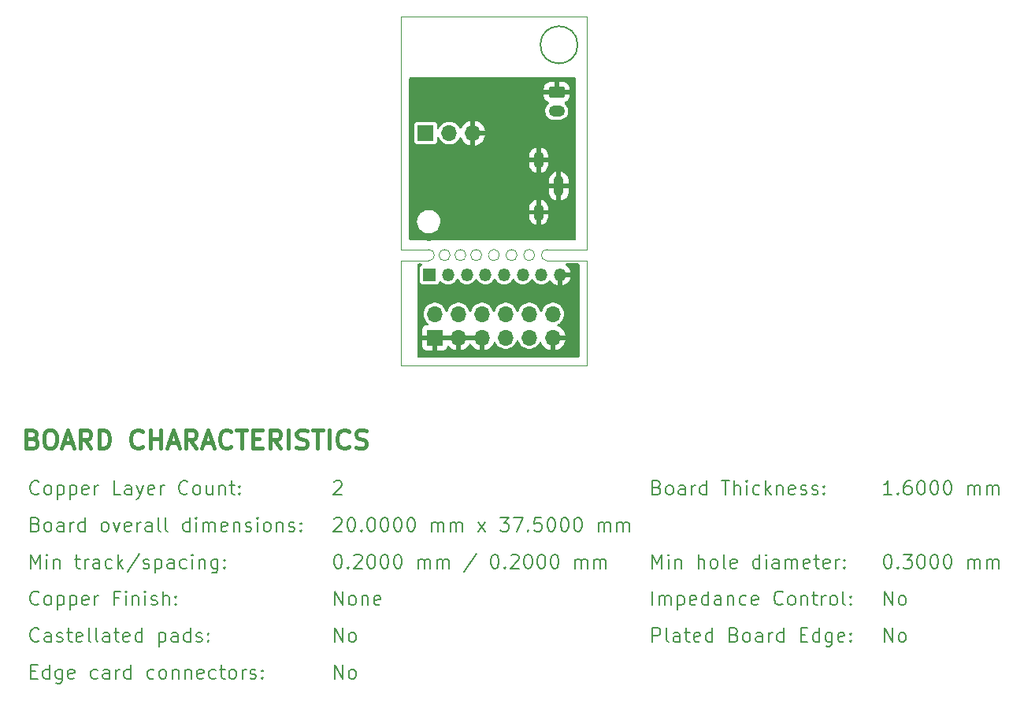
<source format=gbr>
%TF.GenerationSoftware,KiCad,Pcbnew,7.0.8*%
%TF.CreationDate,2024-02-28T15:08:07-05:00*%
%TF.ProjectId,rcl57_debug_psu,72636c35-375f-4646-9562-75675f707375,rev?*%
%TF.SameCoordinates,Original*%
%TF.FileFunction,Copper,L2,Bot*%
%TF.FilePolarity,Positive*%
%FSLAX46Y46*%
G04 Gerber Fmt 4.6, Leading zero omitted, Abs format (unit mm)*
G04 Created by KiCad (PCBNEW 7.0.8) date 2024-02-28 15:08:07*
%MOMM*%
%LPD*%
G01*
G04 APERTURE LIST*
G04 Aperture macros list*
%AMRoundRect*
0 Rectangle with rounded corners*
0 $1 Rounding radius*
0 $2 $3 $4 $5 $6 $7 $8 $9 X,Y pos of 4 corners*
0 Add a 4 corners polygon primitive as box body*
4,1,4,$2,$3,$4,$5,$6,$7,$8,$9,$2,$3,0*
0 Add four circle primitives for the rounded corners*
1,1,$1+$1,$2,$3*
1,1,$1+$1,$4,$5*
1,1,$1+$1,$6,$7*
1,1,$1+$1,$8,$9*
0 Add four rect primitives between the rounded corners*
20,1,$1+$1,$2,$3,$4,$5,0*
20,1,$1+$1,$4,$5,$6,$7,0*
20,1,$1+$1,$6,$7,$8,$9,0*
20,1,$1+$1,$8,$9,$2,$3,0*%
G04 Aperture macros list end*
%TA.AperFunction,ComponentPad*%
%ADD10R,1.700000X1.700000*%
%TD*%
%TA.AperFunction,ComponentPad*%
%ADD11O,1.700000X1.700000*%
%TD*%
%TA.AperFunction,ComponentPad*%
%ADD12RoundRect,0.250000X-0.625000X0.350000X-0.625000X-0.350000X0.625000X-0.350000X0.625000X0.350000X0*%
%TD*%
%TA.AperFunction,ComponentPad*%
%ADD13O,1.750000X1.200000*%
%TD*%
%TA.AperFunction,ComponentPad*%
%ADD14O,1.100000X1.800000*%
%TD*%
%TA.AperFunction,ComponentPad*%
%ADD15O,1.100000X2.200000*%
%TD*%
%TA.AperFunction,ComponentPad*%
%ADD16R,1.350000X1.350000*%
%TD*%
%TA.AperFunction,ComponentPad*%
%ADD17O,1.350000X1.350000*%
%TD*%
%TA.AperFunction,ViaPad*%
%ADD18C,1.200000*%
%TD*%
%ADD19C,0.200000*%
%ADD20C,0.400000*%
%ADD21C,0.150000*%
%TA.AperFunction,Profile*%
%ADD22C,0.050000*%
%TD*%
G04 APERTURE END LIST*
D10*
%TO.P,J103,1,Pin_1*%
%TO.N,/RCL57 Retrofit - PSU Board/VBAT*%
X157675000Y-92475000D03*
D11*
%TO.P,J103,2,Pin_2*%
%TO.N,unconnected-(J103-Pin_2-Pad2)*%
X160215000Y-92475000D03*
%TO.P,J103,3,Pin_3*%
%TO.N,GND1*%
X162755000Y-92475000D03*
%TD*%
D12*
%TO.P,J102,1,Pin_1*%
%TO.N,GND1*%
X171750000Y-88100000D03*
D13*
%TO.P,J102,2,Pin_2*%
%TO.N,/RCL57 Retrofit - PSU Board/VBAT*%
X171750000Y-90100000D03*
%TD*%
D10*
%TO.P,J202,1,Pin_1*%
%TO.N,/RCL557 Retrofit - Debug Board/GND2*%
X158650000Y-114475000D03*
D11*
%TO.P,J202,2,Pin_2*%
%TO.N,/RCL557 Retrofit - Debug Board/SWDIO2*%
X158650000Y-111935000D03*
%TO.P,J202,3,Pin_3*%
%TO.N,/RCL557 Retrofit - Debug Board/GND2*%
X161190000Y-114475000D03*
%TO.P,J202,4,Pin_4*%
%TO.N,/RCL557 Retrofit - Debug Board/SWCLK12*%
X161190000Y-111935000D03*
%TO.P,J202,5,Pin_5*%
%TO.N,/RCL557 Retrofit - Debug Board/GND2*%
X163730000Y-114475000D03*
%TO.P,J202,6,Pin_6*%
%TO.N,/RCL557 Retrofit - Debug Board/U1TXD2*%
X163730000Y-111935000D03*
%TO.P,J202,7,Pin_7*%
%TO.N,/RCL557 Retrofit - Debug Board/VDD2*%
X166270000Y-114475000D03*
%TO.P,J202,8,Pin_8*%
%TO.N,/RCL557 Retrofit - Debug Board/U1RXD2*%
X166270000Y-111935000D03*
%TO.P,J202,9,Pin_9*%
%TO.N,/RCL557 Retrofit - Debug Board/VDD2*%
X168810000Y-114475000D03*
%TO.P,J202,10,Pin_10*%
%TO.N,/RCL557 Retrofit - Debug Board/BOOT02*%
X168810000Y-111935000D03*
%TO.P,J202,11,Pin_11*%
%TO.N,/RCL557 Retrofit - Debug Board/GND2*%
X171350000Y-114475000D03*
%TO.P,J202,12,Pin_12*%
%TO.N,/RCL557 Retrofit - Debug Board/NRST2*%
X171350000Y-111935000D03*
%TD*%
D14*
%TO.P,J101,6,Shield*%
%TO.N,GND1*%
X169825000Y-101000000D03*
D15*
X171975000Y-98200000D03*
D14*
X169825000Y-95400000D03*
%TD*%
D16*
%TO.P,J201,1,Pin_1*%
%TO.N,/RCL557 Retrofit - Debug Board/SWDIO2*%
X158100000Y-107700000D03*
D17*
%TO.P,J201,2,Pin_2*%
%TO.N,/RCL557 Retrofit - Debug Board/SWCLK12*%
X160100000Y-107700000D03*
%TO.P,J201,3,Pin_3*%
%TO.N,/RCL557 Retrofit - Debug Board/U1TXD2*%
X162100000Y-107700000D03*
%TO.P,J201,4,Pin_4*%
%TO.N,/RCL557 Retrofit - Debug Board/U1RXD2*%
X164100000Y-107700000D03*
%TO.P,J201,5,Pin_5*%
%TO.N,/RCL557 Retrofit - Debug Board/BOOT02*%
X166100000Y-107700000D03*
%TO.P,J201,6,Pin_6*%
%TO.N,/RCL557 Retrofit - Debug Board/NRST2*%
X168100000Y-107700000D03*
%TO.P,J201,7,Pin_7*%
%TO.N,/RCL557 Retrofit - Debug Board/VDD2*%
X170100000Y-107700000D03*
%TO.P,J201,8,Pin_8*%
%TO.N,/RCL557 Retrofit - Debug Board/GND2*%
X172100000Y-107700000D03*
%TD*%
D18*
%TO.N,GND1*%
X157999998Y-95200002D03*
%TD*%
%TA.AperFunction,Conductor*%
%TO.N,GND1*%
G36*
X173676027Y-86499975D02*
G01*
X173743060Y-86519673D01*
X173788804Y-86572485D01*
X173800000Y-86623975D01*
X173800000Y-103872544D01*
X173780315Y-103939583D01*
X173727511Y-103985338D01*
X173676024Y-103996544D01*
X156024024Y-103999975D01*
X155956981Y-103980303D01*
X155911216Y-103927508D01*
X155900000Y-103875975D01*
X155900000Y-102056506D01*
X156741696Y-102056506D01*
X156754900Y-102153984D01*
X156772009Y-102280281D01*
X156772010Y-102280284D01*
X156841789Y-102495044D01*
X156948794Y-102693891D01*
X156948796Y-102693894D01*
X157089586Y-102870439D01*
X157259639Y-103019011D01*
X157259640Y-103019012D01*
X157259643Y-103019014D01*
X157453493Y-103134834D01*
X157664908Y-103214180D01*
X157887090Y-103254500D01*
X157887093Y-103254500D01*
X158056337Y-103254500D01*
X158056343Y-103254500D01*
X158214443Y-103240270D01*
X158224906Y-103239329D01*
X158442570Y-103179258D01*
X158442575Y-103179255D01*
X158442582Y-103179254D01*
X158646033Y-103081277D01*
X158828721Y-102948547D01*
X158984772Y-102785330D01*
X159109173Y-102596871D01*
X159197923Y-102389229D01*
X159248172Y-102169076D01*
X159258303Y-101943490D01*
X159227991Y-101719719D01*
X159158211Y-101504957D01*
X159102583Y-101401584D01*
X168775000Y-101401584D01*
X168790191Y-101555834D01*
X168850233Y-101753766D01*
X168947728Y-101936166D01*
X168947732Y-101936173D01*
X169078944Y-102096055D01*
X169238826Y-102227267D01*
X169238833Y-102227271D01*
X169421233Y-102324766D01*
X169575000Y-102371410D01*
X169575000Y-101374624D01*
X169589505Y-101447545D01*
X169644760Y-101530240D01*
X169727455Y-101585495D01*
X169825000Y-101604898D01*
X169922545Y-101585495D01*
X170005240Y-101530240D01*
X170060495Y-101447545D01*
X170075000Y-101374624D01*
X170075000Y-102371410D01*
X170228766Y-102324766D01*
X170411166Y-102227271D01*
X170411173Y-102227267D01*
X170571055Y-102096055D01*
X170702267Y-101936173D01*
X170702271Y-101936166D01*
X170799766Y-101753766D01*
X170859808Y-101555834D01*
X170875000Y-101401584D01*
X170875000Y-101250000D01*
X170075000Y-101250000D01*
X170075000Y-100750000D01*
X170875000Y-100750000D01*
X170875000Y-100598415D01*
X170859808Y-100444165D01*
X170799766Y-100246233D01*
X170702271Y-100063833D01*
X170702267Y-100063826D01*
X170571055Y-99903944D01*
X170411173Y-99772732D01*
X170411166Y-99772728D01*
X170228763Y-99675232D01*
X170075000Y-99628587D01*
X170075000Y-100625376D01*
X170060495Y-100552455D01*
X170005240Y-100469760D01*
X169922545Y-100414505D01*
X169825000Y-100395102D01*
X169727455Y-100414505D01*
X169644760Y-100469760D01*
X169589505Y-100552455D01*
X169575000Y-100625376D01*
X169575000Y-99628587D01*
X169421236Y-99675232D01*
X169238833Y-99772728D01*
X169238826Y-99772732D01*
X169078944Y-99903944D01*
X168947732Y-100063826D01*
X168947728Y-100063833D01*
X168850233Y-100246233D01*
X168790191Y-100444165D01*
X168775000Y-100598415D01*
X168775000Y-100750000D01*
X169575000Y-100750000D01*
X169575000Y-101250000D01*
X168775000Y-101250000D01*
X168775000Y-101401584D01*
X159102583Y-101401584D01*
X159051204Y-101306106D01*
X158910411Y-101129558D01*
X158821007Y-101051448D01*
X158740360Y-100980988D01*
X158636146Y-100918723D01*
X158546507Y-100865166D01*
X158428154Y-100820747D01*
X158335091Y-100785819D01*
X158112910Y-100745500D01*
X158112907Y-100745500D01*
X157943657Y-100745500D01*
X157912271Y-100748324D01*
X157775093Y-100760670D01*
X157557429Y-100820741D01*
X157557414Y-100820747D01*
X157353973Y-100918719D01*
X157353965Y-100918723D01*
X157171284Y-101051448D01*
X157171282Y-101051449D01*
X157015226Y-101214671D01*
X156890828Y-101403125D01*
X156847305Y-101504955D01*
X156804588Y-101604898D01*
X156802077Y-101610772D01*
X156802075Y-101610778D01*
X156751828Y-101830922D01*
X156751828Y-101830926D01*
X156741696Y-102056506D01*
X155900000Y-102056506D01*
X155900000Y-98801584D01*
X170925000Y-98801584D01*
X170940191Y-98955834D01*
X171000233Y-99153766D01*
X171097728Y-99336166D01*
X171097732Y-99336173D01*
X171228944Y-99496055D01*
X171388826Y-99627267D01*
X171388833Y-99627271D01*
X171571233Y-99724766D01*
X171725000Y-99771410D01*
X171725000Y-98774624D01*
X171739505Y-98847545D01*
X171794760Y-98930240D01*
X171877455Y-98985495D01*
X171975000Y-99004898D01*
X172072545Y-98985495D01*
X172155240Y-98930240D01*
X172210495Y-98847545D01*
X172225000Y-98774624D01*
X172225000Y-99771410D01*
X172378766Y-99724766D01*
X172561166Y-99627271D01*
X172561173Y-99627267D01*
X172721055Y-99496055D01*
X172852267Y-99336173D01*
X172852271Y-99336166D01*
X172949766Y-99153766D01*
X173009808Y-98955834D01*
X173025000Y-98801584D01*
X173025000Y-98450000D01*
X172225000Y-98450000D01*
X172225000Y-97950000D01*
X173025000Y-97950000D01*
X173025000Y-97598415D01*
X173009808Y-97444165D01*
X172949766Y-97246233D01*
X172852271Y-97063833D01*
X172852267Y-97063826D01*
X172721055Y-96903944D01*
X172561173Y-96772732D01*
X172561166Y-96772728D01*
X172378763Y-96675232D01*
X172225000Y-96628587D01*
X172225000Y-97625376D01*
X172210495Y-97552455D01*
X172155240Y-97469760D01*
X172072545Y-97414505D01*
X171975000Y-97395102D01*
X171877455Y-97414505D01*
X171794760Y-97469760D01*
X171739505Y-97552455D01*
X171725000Y-97625376D01*
X171725000Y-96628587D01*
X171571236Y-96675232D01*
X171388833Y-96772728D01*
X171388826Y-96772732D01*
X171228944Y-96903944D01*
X171097732Y-97063826D01*
X171097728Y-97063833D01*
X171000233Y-97246233D01*
X170940191Y-97444165D01*
X170925000Y-97598415D01*
X170925000Y-97950000D01*
X171725000Y-97950000D01*
X171725000Y-98450000D01*
X170925000Y-98450000D01*
X170925000Y-98801584D01*
X155900000Y-98801584D01*
X155900000Y-95801584D01*
X168775000Y-95801584D01*
X168790191Y-95955834D01*
X168850233Y-96153766D01*
X168947728Y-96336166D01*
X168947732Y-96336173D01*
X169078944Y-96496055D01*
X169238826Y-96627267D01*
X169238833Y-96627271D01*
X169421233Y-96724766D01*
X169575000Y-96771410D01*
X169575000Y-95774624D01*
X169589505Y-95847545D01*
X169644760Y-95930240D01*
X169727455Y-95985495D01*
X169825000Y-96004898D01*
X169922545Y-95985495D01*
X170005240Y-95930240D01*
X170060495Y-95847545D01*
X170075000Y-95774624D01*
X170075000Y-96771410D01*
X170228766Y-96724766D01*
X170411166Y-96627271D01*
X170411173Y-96627267D01*
X170571055Y-96496055D01*
X170702267Y-96336173D01*
X170702271Y-96336166D01*
X170799766Y-96153766D01*
X170859808Y-95955834D01*
X170875000Y-95801584D01*
X170875000Y-95650000D01*
X170075000Y-95650000D01*
X170075000Y-95150000D01*
X170875000Y-95150000D01*
X170875000Y-94998415D01*
X170859808Y-94844165D01*
X170799766Y-94646233D01*
X170702271Y-94463833D01*
X170702267Y-94463826D01*
X170571055Y-94303944D01*
X170411173Y-94172732D01*
X170411166Y-94172728D01*
X170228763Y-94075232D01*
X170075000Y-94028587D01*
X170075000Y-95025376D01*
X170060495Y-94952455D01*
X170005240Y-94869760D01*
X169922545Y-94814505D01*
X169825000Y-94795102D01*
X169727455Y-94814505D01*
X169644760Y-94869760D01*
X169589505Y-94952455D01*
X169575000Y-95025376D01*
X169575000Y-94028587D01*
X169421236Y-94075232D01*
X169238833Y-94172728D01*
X169238826Y-94172732D01*
X169078944Y-94303944D01*
X168947732Y-94463826D01*
X168947728Y-94463833D01*
X168850233Y-94646233D01*
X168790191Y-94844165D01*
X168775000Y-94998415D01*
X168775000Y-95150000D01*
X169575000Y-95150000D01*
X169575000Y-95650000D01*
X168775000Y-95650000D01*
X168775000Y-95801584D01*
X155900000Y-95801584D01*
X155900000Y-93358260D01*
X156474500Y-93358260D01*
X156484426Y-93426391D01*
X156535803Y-93531485D01*
X156618514Y-93614196D01*
X156618515Y-93614196D01*
X156618517Y-93614198D01*
X156723607Y-93665573D01*
X156757673Y-93670536D01*
X156791739Y-93675500D01*
X156791740Y-93675500D01*
X158558261Y-93675500D01*
X158580971Y-93672191D01*
X158626393Y-93665573D01*
X158731483Y-93614198D01*
X158814198Y-93531483D01*
X158865573Y-93426393D01*
X158875500Y-93358260D01*
X158875500Y-93005421D01*
X158895185Y-92938382D01*
X158947989Y-92892627D01*
X159017147Y-92882683D01*
X159080703Y-92911708D01*
X159110500Y-92950149D01*
X159189938Y-93109683D01*
X159189943Y-93109691D01*
X159324020Y-93287238D01*
X159488437Y-93437123D01*
X159488439Y-93437125D01*
X159677595Y-93554245D01*
X159677596Y-93554245D01*
X159677599Y-93554247D01*
X159885060Y-93634618D01*
X160103757Y-93675500D01*
X160103759Y-93675500D01*
X160326241Y-93675500D01*
X160326243Y-93675500D01*
X160544940Y-93634618D01*
X160752401Y-93554247D01*
X160941562Y-93437124D01*
X161105981Y-93287236D01*
X161240058Y-93109689D01*
X161291335Y-93006712D01*
X161338837Y-92955475D01*
X161406500Y-92938053D01*
X161472841Y-92959978D01*
X161514717Y-93009578D01*
X161581399Y-93152578D01*
X161716894Y-93346082D01*
X161883917Y-93513105D01*
X162077421Y-93648600D01*
X162291507Y-93748429D01*
X162291516Y-93748433D01*
X162505000Y-93805634D01*
X162505000Y-92910501D01*
X162612685Y-92959680D01*
X162719237Y-92975000D01*
X162790763Y-92975000D01*
X162897315Y-92959680D01*
X163005000Y-92910501D01*
X163005000Y-93805633D01*
X163218483Y-93748433D01*
X163218492Y-93748429D01*
X163432578Y-93648600D01*
X163626082Y-93513105D01*
X163793105Y-93346082D01*
X163928600Y-93152578D01*
X164028429Y-92938492D01*
X164028432Y-92938486D01*
X164085636Y-92725000D01*
X163188686Y-92725000D01*
X163214493Y-92684844D01*
X163255000Y-92546889D01*
X163255000Y-92403111D01*
X163214493Y-92265156D01*
X163188686Y-92225000D01*
X164085636Y-92225000D01*
X164085635Y-92224999D01*
X164028432Y-92011513D01*
X164028429Y-92011507D01*
X163928600Y-91797422D01*
X163928599Y-91797420D01*
X163793113Y-91603926D01*
X163793108Y-91603920D01*
X163626082Y-91436894D01*
X163432578Y-91301399D01*
X163218492Y-91201570D01*
X163218486Y-91201567D01*
X163005000Y-91144364D01*
X163005000Y-92039498D01*
X162897315Y-91990320D01*
X162790763Y-91975000D01*
X162719237Y-91975000D01*
X162612685Y-91990320D01*
X162505000Y-92039498D01*
X162505000Y-91144364D01*
X162504999Y-91144364D01*
X162291513Y-91201567D01*
X162291507Y-91201570D01*
X162077422Y-91301399D01*
X162077420Y-91301400D01*
X161883926Y-91436886D01*
X161883920Y-91436891D01*
X161716891Y-91603920D01*
X161716886Y-91603926D01*
X161581400Y-91797420D01*
X161581399Y-91797422D01*
X161514717Y-91940421D01*
X161468544Y-91992860D01*
X161401350Y-92012012D01*
X161334469Y-91991796D01*
X161291335Y-91943288D01*
X161240061Y-91840316D01*
X161240056Y-91840308D01*
X161105979Y-91662761D01*
X160941562Y-91512876D01*
X160941560Y-91512874D01*
X160752404Y-91395754D01*
X160752398Y-91395752D01*
X160544940Y-91315382D01*
X160326243Y-91274500D01*
X160103757Y-91274500D01*
X159885060Y-91315382D01*
X159753864Y-91366207D01*
X159677601Y-91395752D01*
X159677595Y-91395754D01*
X159488439Y-91512874D01*
X159488437Y-91512876D01*
X159324020Y-91662761D01*
X159189943Y-91840308D01*
X159189938Y-91840316D01*
X159110500Y-91999850D01*
X159062997Y-92051087D01*
X158995334Y-92068508D01*
X158928994Y-92046582D01*
X158885039Y-91992271D01*
X158875500Y-91944578D01*
X158875500Y-91591739D01*
X158865573Y-91523608D01*
X158865573Y-91523607D01*
X158814198Y-91418517D01*
X158814196Y-91418515D01*
X158814196Y-91418514D01*
X158731485Y-91335803D01*
X158626391Y-91284426D01*
X158558261Y-91274500D01*
X158558260Y-91274500D01*
X156791740Y-91274500D01*
X156791739Y-91274500D01*
X156723608Y-91284426D01*
X156618514Y-91335803D01*
X156535803Y-91418514D01*
X156484426Y-91523608D01*
X156474500Y-91591739D01*
X156474500Y-93358260D01*
X155900000Y-93358260D01*
X155900000Y-87850000D01*
X170375000Y-87850000D01*
X171470440Y-87850000D01*
X171431722Y-87892059D01*
X171381449Y-88006670D01*
X171371114Y-88131395D01*
X171401837Y-88252719D01*
X171465394Y-88350000D01*
X170375001Y-88350000D01*
X170375001Y-88499986D01*
X170385494Y-88602697D01*
X170440641Y-88769119D01*
X170440643Y-88769124D01*
X170532684Y-88918345D01*
X170656654Y-89042315D01*
X170805875Y-89134356D01*
X170805882Y-89134359D01*
X170839253Y-89145417D01*
X170896698Y-89185189D01*
X170923522Y-89249705D01*
X170911207Y-89318481D01*
X170881021Y-89357208D01*
X170782534Y-89441757D01*
X170782531Y-89441759D01*
X170664205Y-89594624D01*
X170664203Y-89594628D01*
X170579068Y-89768187D01*
X170530616Y-89955317D01*
X170530615Y-89955323D01*
X170520824Y-90148390D01*
X170550095Y-90339466D01*
X170550098Y-90339478D01*
X170617234Y-90520748D01*
X170617238Y-90520757D01*
X170719488Y-90684803D01*
X170719489Y-90684804D01*
X170719491Y-90684807D01*
X170852677Y-90824919D01*
X171011342Y-90935353D01*
X171188988Y-91011587D01*
X171378344Y-91050500D01*
X172073207Y-91050500D01*
X172217322Y-91035845D01*
X172401759Y-90977977D01*
X172401760Y-90977976D01*
X172401768Y-90977974D01*
X172570791Y-90884159D01*
X172717468Y-90758240D01*
X172835796Y-90605373D01*
X172920930Y-90431816D01*
X172969385Y-90244674D01*
X172979176Y-90051610D01*
X172949903Y-89860526D01*
X172882764Y-89679247D01*
X172830020Y-89594627D01*
X172780511Y-89515196D01*
X172780510Y-89515195D01*
X172780509Y-89515193D01*
X172647323Y-89375081D01*
X172647322Y-89375080D01*
X172647321Y-89375079D01*
X172631472Y-89364048D01*
X172587694Y-89309594D01*
X172580306Y-89240116D01*
X172611653Y-89177673D01*
X172663309Y-89144567D01*
X172694120Y-89134357D01*
X172694124Y-89134356D01*
X172843345Y-89042315D01*
X172967315Y-88918345D01*
X173059356Y-88769124D01*
X173059358Y-88769119D01*
X173114505Y-88602697D01*
X173114506Y-88602690D01*
X173124999Y-88499986D01*
X173125000Y-88499973D01*
X173125000Y-88350000D01*
X172029560Y-88350000D01*
X172068278Y-88307941D01*
X172118551Y-88193330D01*
X172128886Y-88068605D01*
X172098163Y-87947281D01*
X172034606Y-87850000D01*
X173124999Y-87850000D01*
X173124999Y-87700028D01*
X173124998Y-87700013D01*
X173114505Y-87597302D01*
X173059358Y-87430880D01*
X173059356Y-87430875D01*
X172967315Y-87281654D01*
X172843345Y-87157684D01*
X172694124Y-87065643D01*
X172694119Y-87065641D01*
X172527697Y-87010494D01*
X172527690Y-87010493D01*
X172424986Y-87000000D01*
X172000000Y-87000000D01*
X172000000Y-87819382D01*
X171930948Y-87765637D01*
X171812576Y-87725000D01*
X171718927Y-87725000D01*
X171626554Y-87740414D01*
X171516486Y-87799981D01*
X171500000Y-87817889D01*
X171500000Y-87000000D01*
X171075028Y-87000000D01*
X171075012Y-87000001D01*
X170972302Y-87010494D01*
X170805880Y-87065641D01*
X170805875Y-87065643D01*
X170656654Y-87157684D01*
X170532684Y-87281654D01*
X170440643Y-87430875D01*
X170440641Y-87430880D01*
X170385494Y-87597302D01*
X170385493Y-87597309D01*
X170375000Y-87700013D01*
X170375000Y-87850000D01*
X155900000Y-87850000D01*
X155900000Y-86620544D01*
X155919685Y-86553505D01*
X155972489Y-86507750D01*
X156024023Y-86496544D01*
X173676027Y-86499975D01*
G37*
%TD.AperFunction*%
%TD*%
%TA.AperFunction,Conductor*%
%TO.N,/RCL557 Retrofit - Debug Board/GND2*%
G36*
X160730507Y-114265156D02*
G01*
X160690000Y-114403111D01*
X160690000Y-114546889D01*
X160730507Y-114684844D01*
X160756314Y-114725000D01*
X159083686Y-114725000D01*
X159109493Y-114684844D01*
X159150000Y-114546889D01*
X159150000Y-114403111D01*
X159109493Y-114265156D01*
X159083686Y-114225000D01*
X160756314Y-114225000D01*
X160730507Y-114265156D01*
G37*
%TD.AperFunction*%
%TA.AperFunction,Conductor*%
G36*
X163270507Y-114265156D02*
G01*
X163230000Y-114403111D01*
X163230000Y-114546889D01*
X163270507Y-114684844D01*
X163296314Y-114725000D01*
X161623686Y-114725000D01*
X161649493Y-114684844D01*
X161690000Y-114546889D01*
X161690000Y-114403111D01*
X161649493Y-114265156D01*
X161623686Y-114225000D01*
X163296314Y-114225000D01*
X163270507Y-114265156D01*
G37*
%TD.AperFunction*%
%TA.AperFunction,Conductor*%
G36*
X157231917Y-106519685D02*
G01*
X157277672Y-106572489D01*
X157287616Y-106641647D01*
X157258591Y-106705203D01*
X157226770Y-106729682D01*
X157226878Y-106729832D01*
X157222680Y-106732828D01*
X157219337Y-106735401D01*
X157218515Y-106735802D01*
X157135803Y-106818514D01*
X157084426Y-106923608D01*
X157074500Y-106991739D01*
X157074500Y-108408260D01*
X157084426Y-108476391D01*
X157135803Y-108581485D01*
X157218514Y-108664196D01*
X157218515Y-108664196D01*
X157218517Y-108664198D01*
X157323607Y-108715573D01*
X157357673Y-108720536D01*
X157391739Y-108725500D01*
X157391740Y-108725500D01*
X158808261Y-108725500D01*
X158830971Y-108722191D01*
X158876393Y-108715573D01*
X158981483Y-108664198D01*
X159064198Y-108581483D01*
X159115573Y-108476393D01*
X159119571Y-108448949D01*
X159148713Y-108385451D01*
X159207562Y-108347786D01*
X159277431Y-108347916D01*
X159336139Y-108385800D01*
X159338128Y-108388163D01*
X159371352Y-108428647D01*
X159452186Y-108494985D01*
X159527506Y-108556798D01*
X159527509Y-108556799D01*
X159527511Y-108556801D01*
X159705654Y-108652021D01*
X159705656Y-108652021D01*
X159705659Y-108652023D01*
X159898967Y-108710662D01*
X160100000Y-108730462D01*
X160301033Y-108710662D01*
X160494341Y-108652023D01*
X160672494Y-108556798D01*
X160828647Y-108428647D01*
X160956798Y-108272494D01*
X160963701Y-108259578D01*
X160990642Y-108209178D01*
X161039604Y-108159334D01*
X161107742Y-108143873D01*
X161173421Y-108167705D01*
X161209358Y-108209178D01*
X161243198Y-108272488D01*
X161243203Y-108272495D01*
X161371352Y-108428647D01*
X161452186Y-108494985D01*
X161527506Y-108556798D01*
X161527509Y-108556799D01*
X161527511Y-108556801D01*
X161705654Y-108652021D01*
X161705656Y-108652021D01*
X161705659Y-108652023D01*
X161898967Y-108710662D01*
X162100000Y-108730462D01*
X162301033Y-108710662D01*
X162494341Y-108652023D01*
X162672494Y-108556798D01*
X162828647Y-108428647D01*
X162956798Y-108272494D01*
X162963701Y-108259578D01*
X162990642Y-108209178D01*
X163039604Y-108159334D01*
X163107742Y-108143873D01*
X163173421Y-108167705D01*
X163209358Y-108209178D01*
X163243198Y-108272488D01*
X163243203Y-108272495D01*
X163371352Y-108428647D01*
X163452186Y-108494985D01*
X163527506Y-108556798D01*
X163527509Y-108556799D01*
X163527511Y-108556801D01*
X163705654Y-108652021D01*
X163705656Y-108652021D01*
X163705659Y-108652023D01*
X163898967Y-108710662D01*
X164100000Y-108730462D01*
X164301033Y-108710662D01*
X164494341Y-108652023D01*
X164672494Y-108556798D01*
X164828647Y-108428647D01*
X164956798Y-108272494D01*
X164963701Y-108259578D01*
X164990642Y-108209178D01*
X165039604Y-108159334D01*
X165107742Y-108143873D01*
X165173421Y-108167705D01*
X165209358Y-108209178D01*
X165243198Y-108272488D01*
X165243203Y-108272495D01*
X165371352Y-108428647D01*
X165452186Y-108494985D01*
X165527506Y-108556798D01*
X165527509Y-108556799D01*
X165527511Y-108556801D01*
X165705654Y-108652021D01*
X165705656Y-108652021D01*
X165705659Y-108652023D01*
X165898967Y-108710662D01*
X166100000Y-108730462D01*
X166301033Y-108710662D01*
X166494341Y-108652023D01*
X166672494Y-108556798D01*
X166828647Y-108428647D01*
X166956798Y-108272494D01*
X166963701Y-108259578D01*
X166990642Y-108209178D01*
X167039604Y-108159334D01*
X167107742Y-108143873D01*
X167173421Y-108167705D01*
X167209358Y-108209178D01*
X167243198Y-108272488D01*
X167243203Y-108272495D01*
X167371352Y-108428647D01*
X167452186Y-108494985D01*
X167527506Y-108556798D01*
X167527509Y-108556799D01*
X167527511Y-108556801D01*
X167705654Y-108652021D01*
X167705656Y-108652021D01*
X167705659Y-108652023D01*
X167898967Y-108710662D01*
X168100000Y-108730462D01*
X168301033Y-108710662D01*
X168494341Y-108652023D01*
X168672494Y-108556798D01*
X168828647Y-108428647D01*
X168956798Y-108272494D01*
X168963701Y-108259578D01*
X168990642Y-108209178D01*
X169039604Y-108159334D01*
X169107742Y-108143873D01*
X169173421Y-108167705D01*
X169209358Y-108209178D01*
X169243198Y-108272488D01*
X169243203Y-108272495D01*
X169371352Y-108428647D01*
X169452186Y-108494985D01*
X169527506Y-108556798D01*
X169527509Y-108556799D01*
X169527511Y-108556801D01*
X169705654Y-108652021D01*
X169705656Y-108652021D01*
X169705659Y-108652023D01*
X169898967Y-108710662D01*
X170100000Y-108730462D01*
X170301033Y-108710662D01*
X170494341Y-108652023D01*
X170672494Y-108556798D01*
X170828647Y-108428647D01*
X170910603Y-108328782D01*
X170968346Y-108289449D01*
X171038191Y-108287578D01*
X171097960Y-108323765D01*
X171105409Y-108332721D01*
X171227945Y-108494985D01*
X171388868Y-108641685D01*
X171574012Y-108756322D01*
X171574023Y-108756327D01*
X171777060Y-108834984D01*
X171850000Y-108848619D01*
X171850000Y-108015686D01*
X171861955Y-108027641D01*
X171974852Y-108085165D01*
X172068519Y-108100000D01*
X172131481Y-108100000D01*
X172225148Y-108085165D01*
X172338045Y-108027641D01*
X172350000Y-108015686D01*
X172350000Y-108848619D01*
X172422939Y-108834984D01*
X172625976Y-108756327D01*
X172625987Y-108756322D01*
X172811130Y-108641685D01*
X172811131Y-108641685D01*
X172972054Y-108494985D01*
X173103284Y-108321208D01*
X173200348Y-108126280D01*
X173250505Y-107950000D01*
X172415686Y-107950000D01*
X172427641Y-107938045D01*
X172485165Y-107825148D01*
X172504986Y-107700000D01*
X172485165Y-107574852D01*
X172427641Y-107461955D01*
X172415686Y-107450000D01*
X173250505Y-107450000D01*
X173250505Y-107449999D01*
X173200348Y-107273719D01*
X173103284Y-107078791D01*
X172972054Y-106905014D01*
X172811131Y-106758314D01*
X172764477Y-106729427D01*
X172717842Y-106677398D01*
X172706738Y-106608417D01*
X172734692Y-106544382D01*
X172792827Y-106505626D01*
X172829755Y-106500000D01*
X174076000Y-106500000D01*
X174143039Y-106519685D01*
X174188794Y-106572489D01*
X174200000Y-106624000D01*
X174200000Y-116476000D01*
X174180315Y-116543039D01*
X174127511Y-116588794D01*
X174076000Y-116600000D01*
X156924000Y-116600000D01*
X156856961Y-116580315D01*
X156811206Y-116527511D01*
X156800000Y-116476000D01*
X156800000Y-115372844D01*
X157300000Y-115372844D01*
X157306401Y-115432372D01*
X157306403Y-115432379D01*
X157356645Y-115567086D01*
X157356649Y-115567093D01*
X157442809Y-115682187D01*
X157442812Y-115682190D01*
X157557906Y-115768350D01*
X157557913Y-115768354D01*
X157692620Y-115818596D01*
X157692627Y-115818598D01*
X157752155Y-115824999D01*
X157752172Y-115825000D01*
X158400000Y-115825000D01*
X158400000Y-114910501D01*
X158507685Y-114959680D01*
X158614237Y-114975000D01*
X158685763Y-114975000D01*
X158792315Y-114959680D01*
X158900000Y-114910501D01*
X158900000Y-115825000D01*
X159547828Y-115825000D01*
X159547844Y-115824999D01*
X159607372Y-115818598D01*
X159607379Y-115818596D01*
X159742086Y-115768354D01*
X159742093Y-115768350D01*
X159857187Y-115682190D01*
X159857190Y-115682187D01*
X159943350Y-115567093D01*
X159943354Y-115567086D01*
X159992614Y-115435013D01*
X160034485Y-115379079D01*
X160099949Y-115354662D01*
X160168222Y-115369513D01*
X160196477Y-115390665D01*
X160318917Y-115513105D01*
X160512421Y-115648600D01*
X160726507Y-115748429D01*
X160726516Y-115748433D01*
X160940000Y-115805634D01*
X160940000Y-114910501D01*
X161047685Y-114959680D01*
X161154237Y-114975000D01*
X161225763Y-114975000D01*
X161332315Y-114959680D01*
X161440000Y-114910501D01*
X161440000Y-115805633D01*
X161653483Y-115748433D01*
X161653492Y-115748429D01*
X161867578Y-115648600D01*
X162061082Y-115513105D01*
X162228105Y-115346082D01*
X162358425Y-115159968D01*
X162413002Y-115116344D01*
X162482501Y-115109151D01*
X162544855Y-115140673D01*
X162561575Y-115159968D01*
X162691894Y-115346082D01*
X162858917Y-115513105D01*
X163052421Y-115648600D01*
X163266507Y-115748429D01*
X163266516Y-115748433D01*
X163480000Y-115805634D01*
X163480000Y-114910501D01*
X163587685Y-114959680D01*
X163694237Y-114975000D01*
X163765763Y-114975000D01*
X163872315Y-114959680D01*
X163980000Y-114910501D01*
X163980000Y-115805633D01*
X164193483Y-115748433D01*
X164193492Y-115748429D01*
X164407578Y-115648600D01*
X164601082Y-115513105D01*
X164768105Y-115346082D01*
X164903600Y-115152578D01*
X164970282Y-115009578D01*
X165016454Y-114957139D01*
X165083648Y-114937987D01*
X165150529Y-114958203D01*
X165193664Y-115006711D01*
X165244938Y-115109683D01*
X165244943Y-115109691D01*
X165379020Y-115287238D01*
X165543437Y-115437123D01*
X165543439Y-115437125D01*
X165732595Y-115554245D01*
X165732596Y-115554245D01*
X165732599Y-115554247D01*
X165940060Y-115634618D01*
X166158757Y-115675500D01*
X166158759Y-115675500D01*
X166381241Y-115675500D01*
X166381243Y-115675500D01*
X166599940Y-115634618D01*
X166807401Y-115554247D01*
X166996562Y-115437124D01*
X167160981Y-115287236D01*
X167295058Y-115109689D01*
X167394229Y-114910528D01*
X167420734Y-114817371D01*
X167458013Y-114758278D01*
X167521323Y-114728721D01*
X167590562Y-114738083D01*
X167643749Y-114783393D01*
X167659266Y-114817372D01*
X167685769Y-114910523D01*
X167685775Y-114910538D01*
X167784938Y-115109683D01*
X167784943Y-115109691D01*
X167919020Y-115287238D01*
X168083437Y-115437123D01*
X168083439Y-115437125D01*
X168272595Y-115554245D01*
X168272596Y-115554245D01*
X168272599Y-115554247D01*
X168480060Y-115634618D01*
X168698757Y-115675500D01*
X168698759Y-115675500D01*
X168921241Y-115675500D01*
X168921243Y-115675500D01*
X169139940Y-115634618D01*
X169347401Y-115554247D01*
X169536562Y-115437124D01*
X169700981Y-115287236D01*
X169835058Y-115109689D01*
X169886335Y-115006712D01*
X169933837Y-114955475D01*
X170001500Y-114938053D01*
X170067841Y-114959978D01*
X170109717Y-115009578D01*
X170176399Y-115152578D01*
X170311894Y-115346082D01*
X170478917Y-115513105D01*
X170672421Y-115648600D01*
X170886507Y-115748429D01*
X170886516Y-115748433D01*
X171100000Y-115805634D01*
X171100000Y-114910501D01*
X171207685Y-114959680D01*
X171314237Y-114975000D01*
X171385763Y-114975000D01*
X171492315Y-114959680D01*
X171600000Y-114910501D01*
X171600000Y-115805633D01*
X171813483Y-115748433D01*
X171813492Y-115748429D01*
X172027578Y-115648600D01*
X172221082Y-115513105D01*
X172388105Y-115346082D01*
X172523600Y-115152578D01*
X172623429Y-114938492D01*
X172623432Y-114938486D01*
X172680636Y-114725000D01*
X171783686Y-114725000D01*
X171809493Y-114684844D01*
X171850000Y-114546889D01*
X171850000Y-114403111D01*
X171809493Y-114265156D01*
X171783686Y-114225000D01*
X172680636Y-114225000D01*
X172680635Y-114224999D01*
X172623432Y-114011513D01*
X172623429Y-114011507D01*
X172523600Y-113797422D01*
X172523599Y-113797420D01*
X172388113Y-113603926D01*
X172388108Y-113603920D01*
X172221082Y-113436894D01*
X172027578Y-113301399D01*
X171890535Y-113237495D01*
X171838096Y-113191322D01*
X171818944Y-113124129D01*
X171839160Y-113057248D01*
X171883096Y-113018184D01*
X171882527Y-113017265D01*
X171995029Y-112947607D01*
X172076562Y-112897124D01*
X172240981Y-112747236D01*
X172375058Y-112569689D01*
X172474229Y-112370528D01*
X172535115Y-112156536D01*
X172555643Y-111935000D01*
X172535115Y-111713464D01*
X172474229Y-111499472D01*
X172474224Y-111499461D01*
X172375061Y-111300316D01*
X172375056Y-111300308D01*
X172240979Y-111122761D01*
X172076562Y-110972876D01*
X172076560Y-110972874D01*
X171887404Y-110855754D01*
X171887398Y-110855752D01*
X171679940Y-110775382D01*
X171461243Y-110734500D01*
X171238757Y-110734500D01*
X171020060Y-110775382D01*
X170888864Y-110826207D01*
X170812601Y-110855752D01*
X170812595Y-110855754D01*
X170623439Y-110972874D01*
X170623437Y-110972876D01*
X170459020Y-111122761D01*
X170324943Y-111300308D01*
X170324938Y-111300316D01*
X170225775Y-111499461D01*
X170225769Y-111499476D01*
X170199266Y-111592627D01*
X170161987Y-111651721D01*
X170098677Y-111681278D01*
X170029438Y-111671916D01*
X169976251Y-111626606D01*
X169960734Y-111592627D01*
X169934230Y-111499476D01*
X169934229Y-111499472D01*
X169934224Y-111499461D01*
X169835061Y-111300316D01*
X169835056Y-111300308D01*
X169700979Y-111122761D01*
X169536562Y-110972876D01*
X169536560Y-110972874D01*
X169347404Y-110855754D01*
X169347398Y-110855752D01*
X169139940Y-110775382D01*
X168921243Y-110734500D01*
X168698757Y-110734500D01*
X168480060Y-110775382D01*
X168348864Y-110826207D01*
X168272601Y-110855752D01*
X168272595Y-110855754D01*
X168083439Y-110972874D01*
X168083437Y-110972876D01*
X167919020Y-111122761D01*
X167784943Y-111300308D01*
X167784938Y-111300316D01*
X167685775Y-111499461D01*
X167685769Y-111499476D01*
X167659266Y-111592627D01*
X167621987Y-111651721D01*
X167558677Y-111681278D01*
X167489438Y-111671916D01*
X167436251Y-111626606D01*
X167420734Y-111592627D01*
X167394230Y-111499476D01*
X167394229Y-111499472D01*
X167394224Y-111499461D01*
X167295061Y-111300316D01*
X167295056Y-111300308D01*
X167160979Y-111122761D01*
X166996562Y-110972876D01*
X166996560Y-110972874D01*
X166807404Y-110855754D01*
X166807398Y-110855752D01*
X166599940Y-110775382D01*
X166381243Y-110734500D01*
X166158757Y-110734500D01*
X165940060Y-110775382D01*
X165808864Y-110826207D01*
X165732601Y-110855752D01*
X165732595Y-110855754D01*
X165543439Y-110972874D01*
X165543437Y-110972876D01*
X165379020Y-111122761D01*
X165244943Y-111300308D01*
X165244938Y-111300316D01*
X165145775Y-111499461D01*
X165145769Y-111499476D01*
X165119266Y-111592627D01*
X165081987Y-111651721D01*
X165018677Y-111681278D01*
X164949438Y-111671916D01*
X164896251Y-111626606D01*
X164880734Y-111592627D01*
X164854230Y-111499476D01*
X164854229Y-111499472D01*
X164854224Y-111499461D01*
X164755061Y-111300316D01*
X164755056Y-111300308D01*
X164620979Y-111122761D01*
X164456562Y-110972876D01*
X164456560Y-110972874D01*
X164267404Y-110855754D01*
X164267398Y-110855752D01*
X164059940Y-110775382D01*
X163841243Y-110734500D01*
X163618757Y-110734500D01*
X163400060Y-110775382D01*
X163268864Y-110826207D01*
X163192601Y-110855752D01*
X163192595Y-110855754D01*
X163003439Y-110972874D01*
X163003437Y-110972876D01*
X162839020Y-111122761D01*
X162704943Y-111300308D01*
X162704938Y-111300316D01*
X162605775Y-111499461D01*
X162605769Y-111499476D01*
X162579266Y-111592627D01*
X162541987Y-111651721D01*
X162478677Y-111681278D01*
X162409438Y-111671916D01*
X162356251Y-111626606D01*
X162340734Y-111592627D01*
X162314230Y-111499476D01*
X162314229Y-111499472D01*
X162314224Y-111499461D01*
X162215061Y-111300316D01*
X162215056Y-111300308D01*
X162080979Y-111122761D01*
X161916562Y-110972876D01*
X161916560Y-110972874D01*
X161727404Y-110855754D01*
X161727398Y-110855752D01*
X161519940Y-110775382D01*
X161301243Y-110734500D01*
X161078757Y-110734500D01*
X160860060Y-110775382D01*
X160728864Y-110826207D01*
X160652601Y-110855752D01*
X160652595Y-110855754D01*
X160463439Y-110972874D01*
X160463437Y-110972876D01*
X160299020Y-111122761D01*
X160164943Y-111300308D01*
X160164938Y-111300316D01*
X160065775Y-111499461D01*
X160065769Y-111499476D01*
X160039266Y-111592627D01*
X160001987Y-111651721D01*
X159938677Y-111681278D01*
X159869438Y-111671916D01*
X159816251Y-111626606D01*
X159800734Y-111592627D01*
X159774230Y-111499476D01*
X159774229Y-111499472D01*
X159774224Y-111499461D01*
X159675061Y-111300316D01*
X159675056Y-111300308D01*
X159540979Y-111122761D01*
X159376562Y-110972876D01*
X159376560Y-110972874D01*
X159187404Y-110855754D01*
X159187398Y-110855752D01*
X158979940Y-110775382D01*
X158761243Y-110734500D01*
X158538757Y-110734500D01*
X158320060Y-110775382D01*
X158188864Y-110826207D01*
X158112601Y-110855752D01*
X158112595Y-110855754D01*
X157923439Y-110972874D01*
X157923437Y-110972876D01*
X157759020Y-111122761D01*
X157624943Y-111300308D01*
X157624938Y-111300316D01*
X157525775Y-111499461D01*
X157525769Y-111499476D01*
X157464885Y-111713462D01*
X157464884Y-111713464D01*
X157444357Y-111934999D01*
X157444357Y-111935000D01*
X157464884Y-112156535D01*
X157464885Y-112156537D01*
X157525769Y-112370523D01*
X157525775Y-112370538D01*
X157624938Y-112569683D01*
X157624943Y-112569691D01*
X157759020Y-112747238D01*
X157923437Y-112897123D01*
X157928014Y-112900580D01*
X157926828Y-112902149D01*
X157967571Y-112947607D01*
X157978671Y-113016589D01*
X157950715Y-113080622D01*
X157892577Y-113119375D01*
X157855655Y-113125000D01*
X157752155Y-113125000D01*
X157692627Y-113131401D01*
X157692620Y-113131403D01*
X157557913Y-113181645D01*
X157557906Y-113181649D01*
X157442812Y-113267809D01*
X157442809Y-113267812D01*
X157356649Y-113382906D01*
X157356645Y-113382913D01*
X157306403Y-113517620D01*
X157306401Y-113517627D01*
X157300000Y-113577155D01*
X157300000Y-114225000D01*
X158216314Y-114225000D01*
X158190507Y-114265156D01*
X158150000Y-114403111D01*
X158150000Y-114546889D01*
X158190507Y-114684844D01*
X158216314Y-114725000D01*
X157300000Y-114725000D01*
X157300000Y-115372844D01*
X156800000Y-115372844D01*
X156800000Y-106624000D01*
X156819685Y-106556961D01*
X156872489Y-106511206D01*
X156924000Y-106500000D01*
X157164878Y-106500000D01*
X157231917Y-106519685D01*
G37*
%TD.AperFunction*%
%TD*%
D19*
X206995858Y-143226028D02*
X206995858Y-141726028D01*
X206995858Y-141726028D02*
X207853001Y-143226028D01*
X207853001Y-143226028D02*
X207853001Y-141726028D01*
X208781573Y-143226028D02*
X208638716Y-143154600D01*
X208638716Y-143154600D02*
X208567287Y-143083171D01*
X208567287Y-143083171D02*
X208495859Y-142940314D01*
X208495859Y-142940314D02*
X208495859Y-142511742D01*
X208495859Y-142511742D02*
X208567287Y-142368885D01*
X208567287Y-142368885D02*
X208638716Y-142297457D01*
X208638716Y-142297457D02*
X208781573Y-142226028D01*
X208781573Y-142226028D02*
X208995859Y-142226028D01*
X208995859Y-142226028D02*
X209138716Y-142297457D01*
X209138716Y-142297457D02*
X209210145Y-142368885D01*
X209210145Y-142368885D02*
X209281573Y-142511742D01*
X209281573Y-142511742D02*
X209281573Y-142940314D01*
X209281573Y-142940314D02*
X209210145Y-143083171D01*
X209210145Y-143083171D02*
X209138716Y-143154600D01*
X209138716Y-143154600D02*
X208995859Y-143226028D01*
X208995859Y-143226028D02*
X208781573Y-143226028D01*
X207281573Y-137769028D02*
X207424430Y-137769028D01*
X207424430Y-137769028D02*
X207567287Y-137840457D01*
X207567287Y-137840457D02*
X207638716Y-137911885D01*
X207638716Y-137911885D02*
X207710144Y-138054742D01*
X207710144Y-138054742D02*
X207781573Y-138340457D01*
X207781573Y-138340457D02*
X207781573Y-138697600D01*
X207781573Y-138697600D02*
X207710144Y-138983314D01*
X207710144Y-138983314D02*
X207638716Y-139126171D01*
X207638716Y-139126171D02*
X207567287Y-139197600D01*
X207567287Y-139197600D02*
X207424430Y-139269028D01*
X207424430Y-139269028D02*
X207281573Y-139269028D01*
X207281573Y-139269028D02*
X207138716Y-139197600D01*
X207138716Y-139197600D02*
X207067287Y-139126171D01*
X207067287Y-139126171D02*
X206995858Y-138983314D01*
X206995858Y-138983314D02*
X206924430Y-138697600D01*
X206924430Y-138697600D02*
X206924430Y-138340457D01*
X206924430Y-138340457D02*
X206995858Y-138054742D01*
X206995858Y-138054742D02*
X207067287Y-137911885D01*
X207067287Y-137911885D02*
X207138716Y-137840457D01*
X207138716Y-137840457D02*
X207281573Y-137769028D01*
X208424429Y-139126171D02*
X208495858Y-139197600D01*
X208495858Y-139197600D02*
X208424429Y-139269028D01*
X208424429Y-139269028D02*
X208353001Y-139197600D01*
X208353001Y-139197600D02*
X208424429Y-139126171D01*
X208424429Y-139126171D02*
X208424429Y-139269028D01*
X208995858Y-137769028D02*
X209924430Y-137769028D01*
X209924430Y-137769028D02*
X209424430Y-138340457D01*
X209424430Y-138340457D02*
X209638715Y-138340457D01*
X209638715Y-138340457D02*
X209781573Y-138411885D01*
X209781573Y-138411885D02*
X209853001Y-138483314D01*
X209853001Y-138483314D02*
X209924430Y-138626171D01*
X209924430Y-138626171D02*
X209924430Y-138983314D01*
X209924430Y-138983314D02*
X209853001Y-139126171D01*
X209853001Y-139126171D02*
X209781573Y-139197600D01*
X209781573Y-139197600D02*
X209638715Y-139269028D01*
X209638715Y-139269028D02*
X209210144Y-139269028D01*
X209210144Y-139269028D02*
X209067287Y-139197600D01*
X209067287Y-139197600D02*
X208995858Y-139126171D01*
X210853001Y-137769028D02*
X210995858Y-137769028D01*
X210995858Y-137769028D02*
X211138715Y-137840457D01*
X211138715Y-137840457D02*
X211210144Y-137911885D01*
X211210144Y-137911885D02*
X211281572Y-138054742D01*
X211281572Y-138054742D02*
X211353001Y-138340457D01*
X211353001Y-138340457D02*
X211353001Y-138697600D01*
X211353001Y-138697600D02*
X211281572Y-138983314D01*
X211281572Y-138983314D02*
X211210144Y-139126171D01*
X211210144Y-139126171D02*
X211138715Y-139197600D01*
X211138715Y-139197600D02*
X210995858Y-139269028D01*
X210995858Y-139269028D02*
X210853001Y-139269028D01*
X210853001Y-139269028D02*
X210710144Y-139197600D01*
X210710144Y-139197600D02*
X210638715Y-139126171D01*
X210638715Y-139126171D02*
X210567286Y-138983314D01*
X210567286Y-138983314D02*
X210495858Y-138697600D01*
X210495858Y-138697600D02*
X210495858Y-138340457D01*
X210495858Y-138340457D02*
X210567286Y-138054742D01*
X210567286Y-138054742D02*
X210638715Y-137911885D01*
X210638715Y-137911885D02*
X210710144Y-137840457D01*
X210710144Y-137840457D02*
X210853001Y-137769028D01*
X212281572Y-137769028D02*
X212424429Y-137769028D01*
X212424429Y-137769028D02*
X212567286Y-137840457D01*
X212567286Y-137840457D02*
X212638715Y-137911885D01*
X212638715Y-137911885D02*
X212710143Y-138054742D01*
X212710143Y-138054742D02*
X212781572Y-138340457D01*
X212781572Y-138340457D02*
X212781572Y-138697600D01*
X212781572Y-138697600D02*
X212710143Y-138983314D01*
X212710143Y-138983314D02*
X212638715Y-139126171D01*
X212638715Y-139126171D02*
X212567286Y-139197600D01*
X212567286Y-139197600D02*
X212424429Y-139269028D01*
X212424429Y-139269028D02*
X212281572Y-139269028D01*
X212281572Y-139269028D02*
X212138715Y-139197600D01*
X212138715Y-139197600D02*
X212067286Y-139126171D01*
X212067286Y-139126171D02*
X211995857Y-138983314D01*
X211995857Y-138983314D02*
X211924429Y-138697600D01*
X211924429Y-138697600D02*
X211924429Y-138340457D01*
X211924429Y-138340457D02*
X211995857Y-138054742D01*
X211995857Y-138054742D02*
X212067286Y-137911885D01*
X212067286Y-137911885D02*
X212138715Y-137840457D01*
X212138715Y-137840457D02*
X212281572Y-137769028D01*
X213710143Y-137769028D02*
X213853000Y-137769028D01*
X213853000Y-137769028D02*
X213995857Y-137840457D01*
X213995857Y-137840457D02*
X214067286Y-137911885D01*
X214067286Y-137911885D02*
X214138714Y-138054742D01*
X214138714Y-138054742D02*
X214210143Y-138340457D01*
X214210143Y-138340457D02*
X214210143Y-138697600D01*
X214210143Y-138697600D02*
X214138714Y-138983314D01*
X214138714Y-138983314D02*
X214067286Y-139126171D01*
X214067286Y-139126171D02*
X213995857Y-139197600D01*
X213995857Y-139197600D02*
X213853000Y-139269028D01*
X213853000Y-139269028D02*
X213710143Y-139269028D01*
X213710143Y-139269028D02*
X213567286Y-139197600D01*
X213567286Y-139197600D02*
X213495857Y-139126171D01*
X213495857Y-139126171D02*
X213424428Y-138983314D01*
X213424428Y-138983314D02*
X213353000Y-138697600D01*
X213353000Y-138697600D02*
X213353000Y-138340457D01*
X213353000Y-138340457D02*
X213424428Y-138054742D01*
X213424428Y-138054742D02*
X213495857Y-137911885D01*
X213495857Y-137911885D02*
X213567286Y-137840457D01*
X213567286Y-137840457D02*
X213710143Y-137769028D01*
X215995856Y-139269028D02*
X215995856Y-138269028D01*
X215995856Y-138411885D02*
X216067285Y-138340457D01*
X216067285Y-138340457D02*
X216210142Y-138269028D01*
X216210142Y-138269028D02*
X216424428Y-138269028D01*
X216424428Y-138269028D02*
X216567285Y-138340457D01*
X216567285Y-138340457D02*
X216638714Y-138483314D01*
X216638714Y-138483314D02*
X216638714Y-139269028D01*
X216638714Y-138483314D02*
X216710142Y-138340457D01*
X216710142Y-138340457D02*
X216852999Y-138269028D01*
X216852999Y-138269028D02*
X217067285Y-138269028D01*
X217067285Y-138269028D02*
X217210142Y-138340457D01*
X217210142Y-138340457D02*
X217281571Y-138483314D01*
X217281571Y-138483314D02*
X217281571Y-139269028D01*
X217995856Y-139269028D02*
X217995856Y-138269028D01*
X217995856Y-138411885D02*
X218067285Y-138340457D01*
X218067285Y-138340457D02*
X218210142Y-138269028D01*
X218210142Y-138269028D02*
X218424428Y-138269028D01*
X218424428Y-138269028D02*
X218567285Y-138340457D01*
X218567285Y-138340457D02*
X218638714Y-138483314D01*
X218638714Y-138483314D02*
X218638714Y-139269028D01*
X218638714Y-138483314D02*
X218710142Y-138340457D01*
X218710142Y-138340457D02*
X218852999Y-138269028D01*
X218852999Y-138269028D02*
X219067285Y-138269028D01*
X219067285Y-138269028D02*
X219210142Y-138340457D01*
X219210142Y-138340457D02*
X219281571Y-138483314D01*
X219281571Y-138483314D02*
X219281571Y-139269028D01*
X207781573Y-131355028D02*
X206924430Y-131355028D01*
X207353001Y-131355028D02*
X207353001Y-129855028D01*
X207353001Y-129855028D02*
X207210144Y-130069314D01*
X207210144Y-130069314D02*
X207067287Y-130212171D01*
X207067287Y-130212171D02*
X206924430Y-130283600D01*
X208424429Y-131212171D02*
X208495858Y-131283600D01*
X208495858Y-131283600D02*
X208424429Y-131355028D01*
X208424429Y-131355028D02*
X208353001Y-131283600D01*
X208353001Y-131283600D02*
X208424429Y-131212171D01*
X208424429Y-131212171D02*
X208424429Y-131355028D01*
X209781573Y-129855028D02*
X209495858Y-129855028D01*
X209495858Y-129855028D02*
X209353001Y-129926457D01*
X209353001Y-129926457D02*
X209281573Y-129997885D01*
X209281573Y-129997885D02*
X209138715Y-130212171D01*
X209138715Y-130212171D02*
X209067287Y-130497885D01*
X209067287Y-130497885D02*
X209067287Y-131069314D01*
X209067287Y-131069314D02*
X209138715Y-131212171D01*
X209138715Y-131212171D02*
X209210144Y-131283600D01*
X209210144Y-131283600D02*
X209353001Y-131355028D01*
X209353001Y-131355028D02*
X209638715Y-131355028D01*
X209638715Y-131355028D02*
X209781573Y-131283600D01*
X209781573Y-131283600D02*
X209853001Y-131212171D01*
X209853001Y-131212171D02*
X209924430Y-131069314D01*
X209924430Y-131069314D02*
X209924430Y-130712171D01*
X209924430Y-130712171D02*
X209853001Y-130569314D01*
X209853001Y-130569314D02*
X209781573Y-130497885D01*
X209781573Y-130497885D02*
X209638715Y-130426457D01*
X209638715Y-130426457D02*
X209353001Y-130426457D01*
X209353001Y-130426457D02*
X209210144Y-130497885D01*
X209210144Y-130497885D02*
X209138715Y-130569314D01*
X209138715Y-130569314D02*
X209067287Y-130712171D01*
X210853001Y-129855028D02*
X210995858Y-129855028D01*
X210995858Y-129855028D02*
X211138715Y-129926457D01*
X211138715Y-129926457D02*
X211210144Y-129997885D01*
X211210144Y-129997885D02*
X211281572Y-130140742D01*
X211281572Y-130140742D02*
X211353001Y-130426457D01*
X211353001Y-130426457D02*
X211353001Y-130783600D01*
X211353001Y-130783600D02*
X211281572Y-131069314D01*
X211281572Y-131069314D02*
X211210144Y-131212171D01*
X211210144Y-131212171D02*
X211138715Y-131283600D01*
X211138715Y-131283600D02*
X210995858Y-131355028D01*
X210995858Y-131355028D02*
X210853001Y-131355028D01*
X210853001Y-131355028D02*
X210710144Y-131283600D01*
X210710144Y-131283600D02*
X210638715Y-131212171D01*
X210638715Y-131212171D02*
X210567286Y-131069314D01*
X210567286Y-131069314D02*
X210495858Y-130783600D01*
X210495858Y-130783600D02*
X210495858Y-130426457D01*
X210495858Y-130426457D02*
X210567286Y-130140742D01*
X210567286Y-130140742D02*
X210638715Y-129997885D01*
X210638715Y-129997885D02*
X210710144Y-129926457D01*
X210710144Y-129926457D02*
X210853001Y-129855028D01*
X212281572Y-129855028D02*
X212424429Y-129855028D01*
X212424429Y-129855028D02*
X212567286Y-129926457D01*
X212567286Y-129926457D02*
X212638715Y-129997885D01*
X212638715Y-129997885D02*
X212710143Y-130140742D01*
X212710143Y-130140742D02*
X212781572Y-130426457D01*
X212781572Y-130426457D02*
X212781572Y-130783600D01*
X212781572Y-130783600D02*
X212710143Y-131069314D01*
X212710143Y-131069314D02*
X212638715Y-131212171D01*
X212638715Y-131212171D02*
X212567286Y-131283600D01*
X212567286Y-131283600D02*
X212424429Y-131355028D01*
X212424429Y-131355028D02*
X212281572Y-131355028D01*
X212281572Y-131355028D02*
X212138715Y-131283600D01*
X212138715Y-131283600D02*
X212067286Y-131212171D01*
X212067286Y-131212171D02*
X211995857Y-131069314D01*
X211995857Y-131069314D02*
X211924429Y-130783600D01*
X211924429Y-130783600D02*
X211924429Y-130426457D01*
X211924429Y-130426457D02*
X211995857Y-130140742D01*
X211995857Y-130140742D02*
X212067286Y-129997885D01*
X212067286Y-129997885D02*
X212138715Y-129926457D01*
X212138715Y-129926457D02*
X212281572Y-129855028D01*
X213710143Y-129855028D02*
X213853000Y-129855028D01*
X213853000Y-129855028D02*
X213995857Y-129926457D01*
X213995857Y-129926457D02*
X214067286Y-129997885D01*
X214067286Y-129997885D02*
X214138714Y-130140742D01*
X214138714Y-130140742D02*
X214210143Y-130426457D01*
X214210143Y-130426457D02*
X214210143Y-130783600D01*
X214210143Y-130783600D02*
X214138714Y-131069314D01*
X214138714Y-131069314D02*
X214067286Y-131212171D01*
X214067286Y-131212171D02*
X213995857Y-131283600D01*
X213995857Y-131283600D02*
X213853000Y-131355028D01*
X213853000Y-131355028D02*
X213710143Y-131355028D01*
X213710143Y-131355028D02*
X213567286Y-131283600D01*
X213567286Y-131283600D02*
X213495857Y-131212171D01*
X213495857Y-131212171D02*
X213424428Y-131069314D01*
X213424428Y-131069314D02*
X213353000Y-130783600D01*
X213353000Y-130783600D02*
X213353000Y-130426457D01*
X213353000Y-130426457D02*
X213424428Y-130140742D01*
X213424428Y-130140742D02*
X213495857Y-129997885D01*
X213495857Y-129997885D02*
X213567286Y-129926457D01*
X213567286Y-129926457D02*
X213710143Y-129855028D01*
X215995856Y-131355028D02*
X215995856Y-130355028D01*
X215995856Y-130497885D02*
X216067285Y-130426457D01*
X216067285Y-130426457D02*
X216210142Y-130355028D01*
X216210142Y-130355028D02*
X216424428Y-130355028D01*
X216424428Y-130355028D02*
X216567285Y-130426457D01*
X216567285Y-130426457D02*
X216638714Y-130569314D01*
X216638714Y-130569314D02*
X216638714Y-131355028D01*
X216638714Y-130569314D02*
X216710142Y-130426457D01*
X216710142Y-130426457D02*
X216852999Y-130355028D01*
X216852999Y-130355028D02*
X217067285Y-130355028D01*
X217067285Y-130355028D02*
X217210142Y-130426457D01*
X217210142Y-130426457D02*
X217281571Y-130569314D01*
X217281571Y-130569314D02*
X217281571Y-131355028D01*
X217995856Y-131355028D02*
X217995856Y-130355028D01*
X217995856Y-130497885D02*
X218067285Y-130426457D01*
X218067285Y-130426457D02*
X218210142Y-130355028D01*
X218210142Y-130355028D02*
X218424428Y-130355028D01*
X218424428Y-130355028D02*
X218567285Y-130426457D01*
X218567285Y-130426457D02*
X218638714Y-130569314D01*
X218638714Y-130569314D02*
X218638714Y-131355028D01*
X218638714Y-130569314D02*
X218710142Y-130426457D01*
X218710142Y-130426457D02*
X218852999Y-130355028D01*
X218852999Y-130355028D02*
X219067285Y-130355028D01*
X219067285Y-130355028D02*
X219210142Y-130426457D01*
X219210142Y-130426457D02*
X219281571Y-130569314D01*
X219281571Y-130569314D02*
X219281571Y-131355028D01*
X182053001Y-143226028D02*
X182053001Y-141726028D01*
X182767287Y-143226028D02*
X182767287Y-142226028D01*
X182767287Y-142368885D02*
X182838716Y-142297457D01*
X182838716Y-142297457D02*
X182981573Y-142226028D01*
X182981573Y-142226028D02*
X183195859Y-142226028D01*
X183195859Y-142226028D02*
X183338716Y-142297457D01*
X183338716Y-142297457D02*
X183410145Y-142440314D01*
X183410145Y-142440314D02*
X183410145Y-143226028D01*
X183410145Y-142440314D02*
X183481573Y-142297457D01*
X183481573Y-142297457D02*
X183624430Y-142226028D01*
X183624430Y-142226028D02*
X183838716Y-142226028D01*
X183838716Y-142226028D02*
X183981573Y-142297457D01*
X183981573Y-142297457D02*
X184053002Y-142440314D01*
X184053002Y-142440314D02*
X184053002Y-143226028D01*
X184767287Y-142226028D02*
X184767287Y-143726028D01*
X184767287Y-142297457D02*
X184910145Y-142226028D01*
X184910145Y-142226028D02*
X185195859Y-142226028D01*
X185195859Y-142226028D02*
X185338716Y-142297457D01*
X185338716Y-142297457D02*
X185410145Y-142368885D01*
X185410145Y-142368885D02*
X185481573Y-142511742D01*
X185481573Y-142511742D02*
X185481573Y-142940314D01*
X185481573Y-142940314D02*
X185410145Y-143083171D01*
X185410145Y-143083171D02*
X185338716Y-143154600D01*
X185338716Y-143154600D02*
X185195859Y-143226028D01*
X185195859Y-143226028D02*
X184910145Y-143226028D01*
X184910145Y-143226028D02*
X184767287Y-143154600D01*
X186695859Y-143154600D02*
X186553002Y-143226028D01*
X186553002Y-143226028D02*
X186267288Y-143226028D01*
X186267288Y-143226028D02*
X186124430Y-143154600D01*
X186124430Y-143154600D02*
X186053002Y-143011742D01*
X186053002Y-143011742D02*
X186053002Y-142440314D01*
X186053002Y-142440314D02*
X186124430Y-142297457D01*
X186124430Y-142297457D02*
X186267288Y-142226028D01*
X186267288Y-142226028D02*
X186553002Y-142226028D01*
X186553002Y-142226028D02*
X186695859Y-142297457D01*
X186695859Y-142297457D02*
X186767288Y-142440314D01*
X186767288Y-142440314D02*
X186767288Y-142583171D01*
X186767288Y-142583171D02*
X186053002Y-142726028D01*
X188053002Y-143226028D02*
X188053002Y-141726028D01*
X188053002Y-143154600D02*
X187910144Y-143226028D01*
X187910144Y-143226028D02*
X187624430Y-143226028D01*
X187624430Y-143226028D02*
X187481573Y-143154600D01*
X187481573Y-143154600D02*
X187410144Y-143083171D01*
X187410144Y-143083171D02*
X187338716Y-142940314D01*
X187338716Y-142940314D02*
X187338716Y-142511742D01*
X187338716Y-142511742D02*
X187410144Y-142368885D01*
X187410144Y-142368885D02*
X187481573Y-142297457D01*
X187481573Y-142297457D02*
X187624430Y-142226028D01*
X187624430Y-142226028D02*
X187910144Y-142226028D01*
X187910144Y-142226028D02*
X188053002Y-142297457D01*
X189410145Y-143226028D02*
X189410145Y-142440314D01*
X189410145Y-142440314D02*
X189338716Y-142297457D01*
X189338716Y-142297457D02*
X189195859Y-142226028D01*
X189195859Y-142226028D02*
X188910145Y-142226028D01*
X188910145Y-142226028D02*
X188767287Y-142297457D01*
X189410145Y-143154600D02*
X189267287Y-143226028D01*
X189267287Y-143226028D02*
X188910145Y-143226028D01*
X188910145Y-143226028D02*
X188767287Y-143154600D01*
X188767287Y-143154600D02*
X188695859Y-143011742D01*
X188695859Y-143011742D02*
X188695859Y-142868885D01*
X188695859Y-142868885D02*
X188767287Y-142726028D01*
X188767287Y-142726028D02*
X188910145Y-142654600D01*
X188910145Y-142654600D02*
X189267287Y-142654600D01*
X189267287Y-142654600D02*
X189410145Y-142583171D01*
X190124430Y-142226028D02*
X190124430Y-143226028D01*
X190124430Y-142368885D02*
X190195859Y-142297457D01*
X190195859Y-142297457D02*
X190338716Y-142226028D01*
X190338716Y-142226028D02*
X190553002Y-142226028D01*
X190553002Y-142226028D02*
X190695859Y-142297457D01*
X190695859Y-142297457D02*
X190767288Y-142440314D01*
X190767288Y-142440314D02*
X190767288Y-143226028D01*
X192124431Y-143154600D02*
X191981573Y-143226028D01*
X191981573Y-143226028D02*
X191695859Y-143226028D01*
X191695859Y-143226028D02*
X191553002Y-143154600D01*
X191553002Y-143154600D02*
X191481573Y-143083171D01*
X191481573Y-143083171D02*
X191410145Y-142940314D01*
X191410145Y-142940314D02*
X191410145Y-142511742D01*
X191410145Y-142511742D02*
X191481573Y-142368885D01*
X191481573Y-142368885D02*
X191553002Y-142297457D01*
X191553002Y-142297457D02*
X191695859Y-142226028D01*
X191695859Y-142226028D02*
X191981573Y-142226028D01*
X191981573Y-142226028D02*
X192124431Y-142297457D01*
X193338716Y-143154600D02*
X193195859Y-143226028D01*
X193195859Y-143226028D02*
X192910145Y-143226028D01*
X192910145Y-143226028D02*
X192767287Y-143154600D01*
X192767287Y-143154600D02*
X192695859Y-143011742D01*
X192695859Y-143011742D02*
X192695859Y-142440314D01*
X192695859Y-142440314D02*
X192767287Y-142297457D01*
X192767287Y-142297457D02*
X192910145Y-142226028D01*
X192910145Y-142226028D02*
X193195859Y-142226028D01*
X193195859Y-142226028D02*
X193338716Y-142297457D01*
X193338716Y-142297457D02*
X193410145Y-142440314D01*
X193410145Y-142440314D02*
X193410145Y-142583171D01*
X193410145Y-142583171D02*
X192695859Y-142726028D01*
X196053001Y-143083171D02*
X195981573Y-143154600D01*
X195981573Y-143154600D02*
X195767287Y-143226028D01*
X195767287Y-143226028D02*
X195624430Y-143226028D01*
X195624430Y-143226028D02*
X195410144Y-143154600D01*
X195410144Y-143154600D02*
X195267287Y-143011742D01*
X195267287Y-143011742D02*
X195195858Y-142868885D01*
X195195858Y-142868885D02*
X195124430Y-142583171D01*
X195124430Y-142583171D02*
X195124430Y-142368885D01*
X195124430Y-142368885D02*
X195195858Y-142083171D01*
X195195858Y-142083171D02*
X195267287Y-141940314D01*
X195267287Y-141940314D02*
X195410144Y-141797457D01*
X195410144Y-141797457D02*
X195624430Y-141726028D01*
X195624430Y-141726028D02*
X195767287Y-141726028D01*
X195767287Y-141726028D02*
X195981573Y-141797457D01*
X195981573Y-141797457D02*
X196053001Y-141868885D01*
X196910144Y-143226028D02*
X196767287Y-143154600D01*
X196767287Y-143154600D02*
X196695858Y-143083171D01*
X196695858Y-143083171D02*
X196624430Y-142940314D01*
X196624430Y-142940314D02*
X196624430Y-142511742D01*
X196624430Y-142511742D02*
X196695858Y-142368885D01*
X196695858Y-142368885D02*
X196767287Y-142297457D01*
X196767287Y-142297457D02*
X196910144Y-142226028D01*
X196910144Y-142226028D02*
X197124430Y-142226028D01*
X197124430Y-142226028D02*
X197267287Y-142297457D01*
X197267287Y-142297457D02*
X197338716Y-142368885D01*
X197338716Y-142368885D02*
X197410144Y-142511742D01*
X197410144Y-142511742D02*
X197410144Y-142940314D01*
X197410144Y-142940314D02*
X197338716Y-143083171D01*
X197338716Y-143083171D02*
X197267287Y-143154600D01*
X197267287Y-143154600D02*
X197124430Y-143226028D01*
X197124430Y-143226028D02*
X196910144Y-143226028D01*
X198053001Y-142226028D02*
X198053001Y-143226028D01*
X198053001Y-142368885D02*
X198124430Y-142297457D01*
X198124430Y-142297457D02*
X198267287Y-142226028D01*
X198267287Y-142226028D02*
X198481573Y-142226028D01*
X198481573Y-142226028D02*
X198624430Y-142297457D01*
X198624430Y-142297457D02*
X198695859Y-142440314D01*
X198695859Y-142440314D02*
X198695859Y-143226028D01*
X199195859Y-142226028D02*
X199767287Y-142226028D01*
X199410144Y-141726028D02*
X199410144Y-143011742D01*
X199410144Y-143011742D02*
X199481573Y-143154600D01*
X199481573Y-143154600D02*
X199624430Y-143226028D01*
X199624430Y-143226028D02*
X199767287Y-143226028D01*
X200267287Y-143226028D02*
X200267287Y-142226028D01*
X200267287Y-142511742D02*
X200338716Y-142368885D01*
X200338716Y-142368885D02*
X200410145Y-142297457D01*
X200410145Y-142297457D02*
X200553002Y-142226028D01*
X200553002Y-142226028D02*
X200695859Y-142226028D01*
X201410144Y-143226028D02*
X201267287Y-143154600D01*
X201267287Y-143154600D02*
X201195858Y-143083171D01*
X201195858Y-143083171D02*
X201124430Y-142940314D01*
X201124430Y-142940314D02*
X201124430Y-142511742D01*
X201124430Y-142511742D02*
X201195858Y-142368885D01*
X201195858Y-142368885D02*
X201267287Y-142297457D01*
X201267287Y-142297457D02*
X201410144Y-142226028D01*
X201410144Y-142226028D02*
X201624430Y-142226028D01*
X201624430Y-142226028D02*
X201767287Y-142297457D01*
X201767287Y-142297457D02*
X201838716Y-142368885D01*
X201838716Y-142368885D02*
X201910144Y-142511742D01*
X201910144Y-142511742D02*
X201910144Y-142940314D01*
X201910144Y-142940314D02*
X201838716Y-143083171D01*
X201838716Y-143083171D02*
X201767287Y-143154600D01*
X201767287Y-143154600D02*
X201624430Y-143226028D01*
X201624430Y-143226028D02*
X201410144Y-143226028D01*
X202767287Y-143226028D02*
X202624430Y-143154600D01*
X202624430Y-143154600D02*
X202553001Y-143011742D01*
X202553001Y-143011742D02*
X202553001Y-141726028D01*
X203338715Y-143083171D02*
X203410144Y-143154600D01*
X203410144Y-143154600D02*
X203338715Y-143226028D01*
X203338715Y-143226028D02*
X203267287Y-143154600D01*
X203267287Y-143154600D02*
X203338715Y-143083171D01*
X203338715Y-143083171D02*
X203338715Y-143226028D01*
X203338715Y-142297457D02*
X203410144Y-142368885D01*
X203410144Y-142368885D02*
X203338715Y-142440314D01*
X203338715Y-142440314D02*
X203267287Y-142368885D01*
X203267287Y-142368885D02*
X203338715Y-142297457D01*
X203338715Y-142297457D02*
X203338715Y-142440314D01*
X182053001Y-139269028D02*
X182053001Y-137769028D01*
X182053001Y-137769028D02*
X182553001Y-138840457D01*
X182553001Y-138840457D02*
X183053001Y-137769028D01*
X183053001Y-137769028D02*
X183053001Y-139269028D01*
X183767287Y-139269028D02*
X183767287Y-138269028D01*
X183767287Y-137769028D02*
X183695859Y-137840457D01*
X183695859Y-137840457D02*
X183767287Y-137911885D01*
X183767287Y-137911885D02*
X183838716Y-137840457D01*
X183838716Y-137840457D02*
X183767287Y-137769028D01*
X183767287Y-137769028D02*
X183767287Y-137911885D01*
X184481573Y-138269028D02*
X184481573Y-139269028D01*
X184481573Y-138411885D02*
X184553002Y-138340457D01*
X184553002Y-138340457D02*
X184695859Y-138269028D01*
X184695859Y-138269028D02*
X184910145Y-138269028D01*
X184910145Y-138269028D02*
X185053002Y-138340457D01*
X185053002Y-138340457D02*
X185124431Y-138483314D01*
X185124431Y-138483314D02*
X185124431Y-139269028D01*
X186981573Y-139269028D02*
X186981573Y-137769028D01*
X187624431Y-139269028D02*
X187624431Y-138483314D01*
X187624431Y-138483314D02*
X187553002Y-138340457D01*
X187553002Y-138340457D02*
X187410145Y-138269028D01*
X187410145Y-138269028D02*
X187195859Y-138269028D01*
X187195859Y-138269028D02*
X187053002Y-138340457D01*
X187053002Y-138340457D02*
X186981573Y-138411885D01*
X188553002Y-139269028D02*
X188410145Y-139197600D01*
X188410145Y-139197600D02*
X188338716Y-139126171D01*
X188338716Y-139126171D02*
X188267288Y-138983314D01*
X188267288Y-138983314D02*
X188267288Y-138554742D01*
X188267288Y-138554742D02*
X188338716Y-138411885D01*
X188338716Y-138411885D02*
X188410145Y-138340457D01*
X188410145Y-138340457D02*
X188553002Y-138269028D01*
X188553002Y-138269028D02*
X188767288Y-138269028D01*
X188767288Y-138269028D02*
X188910145Y-138340457D01*
X188910145Y-138340457D02*
X188981574Y-138411885D01*
X188981574Y-138411885D02*
X189053002Y-138554742D01*
X189053002Y-138554742D02*
X189053002Y-138983314D01*
X189053002Y-138983314D02*
X188981574Y-139126171D01*
X188981574Y-139126171D02*
X188910145Y-139197600D01*
X188910145Y-139197600D02*
X188767288Y-139269028D01*
X188767288Y-139269028D02*
X188553002Y-139269028D01*
X189910145Y-139269028D02*
X189767288Y-139197600D01*
X189767288Y-139197600D02*
X189695859Y-139054742D01*
X189695859Y-139054742D02*
X189695859Y-137769028D01*
X191053002Y-139197600D02*
X190910145Y-139269028D01*
X190910145Y-139269028D02*
X190624431Y-139269028D01*
X190624431Y-139269028D02*
X190481573Y-139197600D01*
X190481573Y-139197600D02*
X190410145Y-139054742D01*
X190410145Y-139054742D02*
X190410145Y-138483314D01*
X190410145Y-138483314D02*
X190481573Y-138340457D01*
X190481573Y-138340457D02*
X190624431Y-138269028D01*
X190624431Y-138269028D02*
X190910145Y-138269028D01*
X190910145Y-138269028D02*
X191053002Y-138340457D01*
X191053002Y-138340457D02*
X191124431Y-138483314D01*
X191124431Y-138483314D02*
X191124431Y-138626171D01*
X191124431Y-138626171D02*
X190410145Y-138769028D01*
X193553002Y-139269028D02*
X193553002Y-137769028D01*
X193553002Y-139197600D02*
X193410144Y-139269028D01*
X193410144Y-139269028D02*
X193124430Y-139269028D01*
X193124430Y-139269028D02*
X192981573Y-139197600D01*
X192981573Y-139197600D02*
X192910144Y-139126171D01*
X192910144Y-139126171D02*
X192838716Y-138983314D01*
X192838716Y-138983314D02*
X192838716Y-138554742D01*
X192838716Y-138554742D02*
X192910144Y-138411885D01*
X192910144Y-138411885D02*
X192981573Y-138340457D01*
X192981573Y-138340457D02*
X193124430Y-138269028D01*
X193124430Y-138269028D02*
X193410144Y-138269028D01*
X193410144Y-138269028D02*
X193553002Y-138340457D01*
X194267287Y-139269028D02*
X194267287Y-138269028D01*
X194267287Y-137769028D02*
X194195859Y-137840457D01*
X194195859Y-137840457D02*
X194267287Y-137911885D01*
X194267287Y-137911885D02*
X194338716Y-137840457D01*
X194338716Y-137840457D02*
X194267287Y-137769028D01*
X194267287Y-137769028D02*
X194267287Y-137911885D01*
X195624431Y-139269028D02*
X195624431Y-138483314D01*
X195624431Y-138483314D02*
X195553002Y-138340457D01*
X195553002Y-138340457D02*
X195410145Y-138269028D01*
X195410145Y-138269028D02*
X195124431Y-138269028D01*
X195124431Y-138269028D02*
X194981573Y-138340457D01*
X195624431Y-139197600D02*
X195481573Y-139269028D01*
X195481573Y-139269028D02*
X195124431Y-139269028D01*
X195124431Y-139269028D02*
X194981573Y-139197600D01*
X194981573Y-139197600D02*
X194910145Y-139054742D01*
X194910145Y-139054742D02*
X194910145Y-138911885D01*
X194910145Y-138911885D02*
X194981573Y-138769028D01*
X194981573Y-138769028D02*
X195124431Y-138697600D01*
X195124431Y-138697600D02*
X195481573Y-138697600D01*
X195481573Y-138697600D02*
X195624431Y-138626171D01*
X196338716Y-139269028D02*
X196338716Y-138269028D01*
X196338716Y-138411885D02*
X196410145Y-138340457D01*
X196410145Y-138340457D02*
X196553002Y-138269028D01*
X196553002Y-138269028D02*
X196767288Y-138269028D01*
X196767288Y-138269028D02*
X196910145Y-138340457D01*
X196910145Y-138340457D02*
X196981574Y-138483314D01*
X196981574Y-138483314D02*
X196981574Y-139269028D01*
X196981574Y-138483314D02*
X197053002Y-138340457D01*
X197053002Y-138340457D02*
X197195859Y-138269028D01*
X197195859Y-138269028D02*
X197410145Y-138269028D01*
X197410145Y-138269028D02*
X197553002Y-138340457D01*
X197553002Y-138340457D02*
X197624431Y-138483314D01*
X197624431Y-138483314D02*
X197624431Y-139269028D01*
X198910145Y-139197600D02*
X198767288Y-139269028D01*
X198767288Y-139269028D02*
X198481574Y-139269028D01*
X198481574Y-139269028D02*
X198338716Y-139197600D01*
X198338716Y-139197600D02*
X198267288Y-139054742D01*
X198267288Y-139054742D02*
X198267288Y-138483314D01*
X198267288Y-138483314D02*
X198338716Y-138340457D01*
X198338716Y-138340457D02*
X198481574Y-138269028D01*
X198481574Y-138269028D02*
X198767288Y-138269028D01*
X198767288Y-138269028D02*
X198910145Y-138340457D01*
X198910145Y-138340457D02*
X198981574Y-138483314D01*
X198981574Y-138483314D02*
X198981574Y-138626171D01*
X198981574Y-138626171D02*
X198267288Y-138769028D01*
X199410145Y-138269028D02*
X199981573Y-138269028D01*
X199624430Y-137769028D02*
X199624430Y-139054742D01*
X199624430Y-139054742D02*
X199695859Y-139197600D01*
X199695859Y-139197600D02*
X199838716Y-139269028D01*
X199838716Y-139269028D02*
X199981573Y-139269028D01*
X201053002Y-139197600D02*
X200910145Y-139269028D01*
X200910145Y-139269028D02*
X200624431Y-139269028D01*
X200624431Y-139269028D02*
X200481573Y-139197600D01*
X200481573Y-139197600D02*
X200410145Y-139054742D01*
X200410145Y-139054742D02*
X200410145Y-138483314D01*
X200410145Y-138483314D02*
X200481573Y-138340457D01*
X200481573Y-138340457D02*
X200624431Y-138269028D01*
X200624431Y-138269028D02*
X200910145Y-138269028D01*
X200910145Y-138269028D02*
X201053002Y-138340457D01*
X201053002Y-138340457D02*
X201124431Y-138483314D01*
X201124431Y-138483314D02*
X201124431Y-138626171D01*
X201124431Y-138626171D02*
X200410145Y-138769028D01*
X201767287Y-139269028D02*
X201767287Y-138269028D01*
X201767287Y-138554742D02*
X201838716Y-138411885D01*
X201838716Y-138411885D02*
X201910145Y-138340457D01*
X201910145Y-138340457D02*
X202053002Y-138269028D01*
X202053002Y-138269028D02*
X202195859Y-138269028D01*
X202695858Y-139126171D02*
X202767287Y-139197600D01*
X202767287Y-139197600D02*
X202695858Y-139269028D01*
X202695858Y-139269028D02*
X202624430Y-139197600D01*
X202624430Y-139197600D02*
X202695858Y-139126171D01*
X202695858Y-139126171D02*
X202695858Y-139269028D01*
X202695858Y-138340457D02*
X202767287Y-138411885D01*
X202767287Y-138411885D02*
X202695858Y-138483314D01*
X202695858Y-138483314D02*
X202624430Y-138411885D01*
X202624430Y-138411885D02*
X202695858Y-138340457D01*
X202695858Y-138340457D02*
X202695858Y-138483314D01*
X182553001Y-130569314D02*
X182767287Y-130640742D01*
X182767287Y-130640742D02*
X182838716Y-130712171D01*
X182838716Y-130712171D02*
X182910144Y-130855028D01*
X182910144Y-130855028D02*
X182910144Y-131069314D01*
X182910144Y-131069314D02*
X182838716Y-131212171D01*
X182838716Y-131212171D02*
X182767287Y-131283600D01*
X182767287Y-131283600D02*
X182624430Y-131355028D01*
X182624430Y-131355028D02*
X182053001Y-131355028D01*
X182053001Y-131355028D02*
X182053001Y-129855028D01*
X182053001Y-129855028D02*
X182553001Y-129855028D01*
X182553001Y-129855028D02*
X182695859Y-129926457D01*
X182695859Y-129926457D02*
X182767287Y-129997885D01*
X182767287Y-129997885D02*
X182838716Y-130140742D01*
X182838716Y-130140742D02*
X182838716Y-130283600D01*
X182838716Y-130283600D02*
X182767287Y-130426457D01*
X182767287Y-130426457D02*
X182695859Y-130497885D01*
X182695859Y-130497885D02*
X182553001Y-130569314D01*
X182553001Y-130569314D02*
X182053001Y-130569314D01*
X183767287Y-131355028D02*
X183624430Y-131283600D01*
X183624430Y-131283600D02*
X183553001Y-131212171D01*
X183553001Y-131212171D02*
X183481573Y-131069314D01*
X183481573Y-131069314D02*
X183481573Y-130640742D01*
X183481573Y-130640742D02*
X183553001Y-130497885D01*
X183553001Y-130497885D02*
X183624430Y-130426457D01*
X183624430Y-130426457D02*
X183767287Y-130355028D01*
X183767287Y-130355028D02*
X183981573Y-130355028D01*
X183981573Y-130355028D02*
X184124430Y-130426457D01*
X184124430Y-130426457D02*
X184195859Y-130497885D01*
X184195859Y-130497885D02*
X184267287Y-130640742D01*
X184267287Y-130640742D02*
X184267287Y-131069314D01*
X184267287Y-131069314D02*
X184195859Y-131212171D01*
X184195859Y-131212171D02*
X184124430Y-131283600D01*
X184124430Y-131283600D02*
X183981573Y-131355028D01*
X183981573Y-131355028D02*
X183767287Y-131355028D01*
X185553002Y-131355028D02*
X185553002Y-130569314D01*
X185553002Y-130569314D02*
X185481573Y-130426457D01*
X185481573Y-130426457D02*
X185338716Y-130355028D01*
X185338716Y-130355028D02*
X185053002Y-130355028D01*
X185053002Y-130355028D02*
X184910144Y-130426457D01*
X185553002Y-131283600D02*
X185410144Y-131355028D01*
X185410144Y-131355028D02*
X185053002Y-131355028D01*
X185053002Y-131355028D02*
X184910144Y-131283600D01*
X184910144Y-131283600D02*
X184838716Y-131140742D01*
X184838716Y-131140742D02*
X184838716Y-130997885D01*
X184838716Y-130997885D02*
X184910144Y-130855028D01*
X184910144Y-130855028D02*
X185053002Y-130783600D01*
X185053002Y-130783600D02*
X185410144Y-130783600D01*
X185410144Y-130783600D02*
X185553002Y-130712171D01*
X186267287Y-131355028D02*
X186267287Y-130355028D01*
X186267287Y-130640742D02*
X186338716Y-130497885D01*
X186338716Y-130497885D02*
X186410145Y-130426457D01*
X186410145Y-130426457D02*
X186553002Y-130355028D01*
X186553002Y-130355028D02*
X186695859Y-130355028D01*
X187838716Y-131355028D02*
X187838716Y-129855028D01*
X187838716Y-131283600D02*
X187695858Y-131355028D01*
X187695858Y-131355028D02*
X187410144Y-131355028D01*
X187410144Y-131355028D02*
X187267287Y-131283600D01*
X187267287Y-131283600D02*
X187195858Y-131212171D01*
X187195858Y-131212171D02*
X187124430Y-131069314D01*
X187124430Y-131069314D02*
X187124430Y-130640742D01*
X187124430Y-130640742D02*
X187195858Y-130497885D01*
X187195858Y-130497885D02*
X187267287Y-130426457D01*
X187267287Y-130426457D02*
X187410144Y-130355028D01*
X187410144Y-130355028D02*
X187695858Y-130355028D01*
X187695858Y-130355028D02*
X187838716Y-130426457D01*
X189481573Y-129855028D02*
X190338716Y-129855028D01*
X189910144Y-131355028D02*
X189910144Y-129855028D01*
X190838715Y-131355028D02*
X190838715Y-129855028D01*
X191481573Y-131355028D02*
X191481573Y-130569314D01*
X191481573Y-130569314D02*
X191410144Y-130426457D01*
X191410144Y-130426457D02*
X191267287Y-130355028D01*
X191267287Y-130355028D02*
X191053001Y-130355028D01*
X191053001Y-130355028D02*
X190910144Y-130426457D01*
X190910144Y-130426457D02*
X190838715Y-130497885D01*
X192195858Y-131355028D02*
X192195858Y-130355028D01*
X192195858Y-129855028D02*
X192124430Y-129926457D01*
X192124430Y-129926457D02*
X192195858Y-129997885D01*
X192195858Y-129997885D02*
X192267287Y-129926457D01*
X192267287Y-129926457D02*
X192195858Y-129855028D01*
X192195858Y-129855028D02*
X192195858Y-129997885D01*
X193553002Y-131283600D02*
X193410144Y-131355028D01*
X193410144Y-131355028D02*
X193124430Y-131355028D01*
X193124430Y-131355028D02*
X192981573Y-131283600D01*
X192981573Y-131283600D02*
X192910144Y-131212171D01*
X192910144Y-131212171D02*
X192838716Y-131069314D01*
X192838716Y-131069314D02*
X192838716Y-130640742D01*
X192838716Y-130640742D02*
X192910144Y-130497885D01*
X192910144Y-130497885D02*
X192981573Y-130426457D01*
X192981573Y-130426457D02*
X193124430Y-130355028D01*
X193124430Y-130355028D02*
X193410144Y-130355028D01*
X193410144Y-130355028D02*
X193553002Y-130426457D01*
X194195858Y-131355028D02*
X194195858Y-129855028D01*
X194338716Y-130783600D02*
X194767287Y-131355028D01*
X194767287Y-130355028D02*
X194195858Y-130926457D01*
X195410144Y-130355028D02*
X195410144Y-131355028D01*
X195410144Y-130497885D02*
X195481573Y-130426457D01*
X195481573Y-130426457D02*
X195624430Y-130355028D01*
X195624430Y-130355028D02*
X195838716Y-130355028D01*
X195838716Y-130355028D02*
X195981573Y-130426457D01*
X195981573Y-130426457D02*
X196053002Y-130569314D01*
X196053002Y-130569314D02*
X196053002Y-131355028D01*
X197338716Y-131283600D02*
X197195859Y-131355028D01*
X197195859Y-131355028D02*
X196910145Y-131355028D01*
X196910145Y-131355028D02*
X196767287Y-131283600D01*
X196767287Y-131283600D02*
X196695859Y-131140742D01*
X196695859Y-131140742D02*
X196695859Y-130569314D01*
X196695859Y-130569314D02*
X196767287Y-130426457D01*
X196767287Y-130426457D02*
X196910145Y-130355028D01*
X196910145Y-130355028D02*
X197195859Y-130355028D01*
X197195859Y-130355028D02*
X197338716Y-130426457D01*
X197338716Y-130426457D02*
X197410145Y-130569314D01*
X197410145Y-130569314D02*
X197410145Y-130712171D01*
X197410145Y-130712171D02*
X196695859Y-130855028D01*
X197981573Y-131283600D02*
X198124430Y-131355028D01*
X198124430Y-131355028D02*
X198410144Y-131355028D01*
X198410144Y-131355028D02*
X198553001Y-131283600D01*
X198553001Y-131283600D02*
X198624430Y-131140742D01*
X198624430Y-131140742D02*
X198624430Y-131069314D01*
X198624430Y-131069314D02*
X198553001Y-130926457D01*
X198553001Y-130926457D02*
X198410144Y-130855028D01*
X198410144Y-130855028D02*
X198195859Y-130855028D01*
X198195859Y-130855028D02*
X198053001Y-130783600D01*
X198053001Y-130783600D02*
X197981573Y-130640742D01*
X197981573Y-130640742D02*
X197981573Y-130569314D01*
X197981573Y-130569314D02*
X198053001Y-130426457D01*
X198053001Y-130426457D02*
X198195859Y-130355028D01*
X198195859Y-130355028D02*
X198410144Y-130355028D01*
X198410144Y-130355028D02*
X198553001Y-130426457D01*
X199195859Y-131283600D02*
X199338716Y-131355028D01*
X199338716Y-131355028D02*
X199624430Y-131355028D01*
X199624430Y-131355028D02*
X199767287Y-131283600D01*
X199767287Y-131283600D02*
X199838716Y-131140742D01*
X199838716Y-131140742D02*
X199838716Y-131069314D01*
X199838716Y-131069314D02*
X199767287Y-130926457D01*
X199767287Y-130926457D02*
X199624430Y-130855028D01*
X199624430Y-130855028D02*
X199410145Y-130855028D01*
X199410145Y-130855028D02*
X199267287Y-130783600D01*
X199267287Y-130783600D02*
X199195859Y-130640742D01*
X199195859Y-130640742D02*
X199195859Y-130569314D01*
X199195859Y-130569314D02*
X199267287Y-130426457D01*
X199267287Y-130426457D02*
X199410145Y-130355028D01*
X199410145Y-130355028D02*
X199624430Y-130355028D01*
X199624430Y-130355028D02*
X199767287Y-130426457D01*
X200481573Y-131212171D02*
X200553002Y-131283600D01*
X200553002Y-131283600D02*
X200481573Y-131355028D01*
X200481573Y-131355028D02*
X200410145Y-131283600D01*
X200410145Y-131283600D02*
X200481573Y-131212171D01*
X200481573Y-131212171D02*
X200481573Y-131355028D01*
X200481573Y-130426457D02*
X200553002Y-130497885D01*
X200553002Y-130497885D02*
X200481573Y-130569314D01*
X200481573Y-130569314D02*
X200410145Y-130497885D01*
X200410145Y-130497885D02*
X200481573Y-130426457D01*
X200481573Y-130426457D02*
X200481573Y-130569314D01*
X147895863Y-143226028D02*
X147895863Y-141726028D01*
X147895863Y-141726028D02*
X148753006Y-143226028D01*
X148753006Y-143226028D02*
X148753006Y-141726028D01*
X149681578Y-143226028D02*
X149538721Y-143154600D01*
X149538721Y-143154600D02*
X149467292Y-143083171D01*
X149467292Y-143083171D02*
X149395864Y-142940314D01*
X149395864Y-142940314D02*
X149395864Y-142511742D01*
X149395864Y-142511742D02*
X149467292Y-142368885D01*
X149467292Y-142368885D02*
X149538721Y-142297457D01*
X149538721Y-142297457D02*
X149681578Y-142226028D01*
X149681578Y-142226028D02*
X149895864Y-142226028D01*
X149895864Y-142226028D02*
X150038721Y-142297457D01*
X150038721Y-142297457D02*
X150110150Y-142368885D01*
X150110150Y-142368885D02*
X150181578Y-142511742D01*
X150181578Y-142511742D02*
X150181578Y-142940314D01*
X150181578Y-142940314D02*
X150110150Y-143083171D01*
X150110150Y-143083171D02*
X150038721Y-143154600D01*
X150038721Y-143154600D02*
X149895864Y-143226028D01*
X149895864Y-143226028D02*
X149681578Y-143226028D01*
X150824435Y-142226028D02*
X150824435Y-143226028D01*
X150824435Y-142368885D02*
X150895864Y-142297457D01*
X150895864Y-142297457D02*
X151038721Y-142226028D01*
X151038721Y-142226028D02*
X151253007Y-142226028D01*
X151253007Y-142226028D02*
X151395864Y-142297457D01*
X151395864Y-142297457D02*
X151467293Y-142440314D01*
X151467293Y-142440314D02*
X151467293Y-143226028D01*
X152753007Y-143154600D02*
X152610150Y-143226028D01*
X152610150Y-143226028D02*
X152324436Y-143226028D01*
X152324436Y-143226028D02*
X152181578Y-143154600D01*
X152181578Y-143154600D02*
X152110150Y-143011742D01*
X152110150Y-143011742D02*
X152110150Y-142440314D01*
X152110150Y-142440314D02*
X152181578Y-142297457D01*
X152181578Y-142297457D02*
X152324436Y-142226028D01*
X152324436Y-142226028D02*
X152610150Y-142226028D01*
X152610150Y-142226028D02*
X152753007Y-142297457D01*
X152753007Y-142297457D02*
X152824436Y-142440314D01*
X152824436Y-142440314D02*
X152824436Y-142583171D01*
X152824436Y-142583171D02*
X152110150Y-142726028D01*
X148181578Y-137769028D02*
X148324435Y-137769028D01*
X148324435Y-137769028D02*
X148467292Y-137840457D01*
X148467292Y-137840457D02*
X148538721Y-137911885D01*
X148538721Y-137911885D02*
X148610149Y-138054742D01*
X148610149Y-138054742D02*
X148681578Y-138340457D01*
X148681578Y-138340457D02*
X148681578Y-138697600D01*
X148681578Y-138697600D02*
X148610149Y-138983314D01*
X148610149Y-138983314D02*
X148538721Y-139126171D01*
X148538721Y-139126171D02*
X148467292Y-139197600D01*
X148467292Y-139197600D02*
X148324435Y-139269028D01*
X148324435Y-139269028D02*
X148181578Y-139269028D01*
X148181578Y-139269028D02*
X148038721Y-139197600D01*
X148038721Y-139197600D02*
X147967292Y-139126171D01*
X147967292Y-139126171D02*
X147895863Y-138983314D01*
X147895863Y-138983314D02*
X147824435Y-138697600D01*
X147824435Y-138697600D02*
X147824435Y-138340457D01*
X147824435Y-138340457D02*
X147895863Y-138054742D01*
X147895863Y-138054742D02*
X147967292Y-137911885D01*
X147967292Y-137911885D02*
X148038721Y-137840457D01*
X148038721Y-137840457D02*
X148181578Y-137769028D01*
X149324434Y-139126171D02*
X149395863Y-139197600D01*
X149395863Y-139197600D02*
X149324434Y-139269028D01*
X149324434Y-139269028D02*
X149253006Y-139197600D01*
X149253006Y-139197600D02*
X149324434Y-139126171D01*
X149324434Y-139126171D02*
X149324434Y-139269028D01*
X149967292Y-137911885D02*
X150038720Y-137840457D01*
X150038720Y-137840457D02*
X150181578Y-137769028D01*
X150181578Y-137769028D02*
X150538720Y-137769028D01*
X150538720Y-137769028D02*
X150681578Y-137840457D01*
X150681578Y-137840457D02*
X150753006Y-137911885D01*
X150753006Y-137911885D02*
X150824435Y-138054742D01*
X150824435Y-138054742D02*
X150824435Y-138197600D01*
X150824435Y-138197600D02*
X150753006Y-138411885D01*
X150753006Y-138411885D02*
X149895863Y-139269028D01*
X149895863Y-139269028D02*
X150824435Y-139269028D01*
X151753006Y-137769028D02*
X151895863Y-137769028D01*
X151895863Y-137769028D02*
X152038720Y-137840457D01*
X152038720Y-137840457D02*
X152110149Y-137911885D01*
X152110149Y-137911885D02*
X152181577Y-138054742D01*
X152181577Y-138054742D02*
X152253006Y-138340457D01*
X152253006Y-138340457D02*
X152253006Y-138697600D01*
X152253006Y-138697600D02*
X152181577Y-138983314D01*
X152181577Y-138983314D02*
X152110149Y-139126171D01*
X152110149Y-139126171D02*
X152038720Y-139197600D01*
X152038720Y-139197600D02*
X151895863Y-139269028D01*
X151895863Y-139269028D02*
X151753006Y-139269028D01*
X151753006Y-139269028D02*
X151610149Y-139197600D01*
X151610149Y-139197600D02*
X151538720Y-139126171D01*
X151538720Y-139126171D02*
X151467291Y-138983314D01*
X151467291Y-138983314D02*
X151395863Y-138697600D01*
X151395863Y-138697600D02*
X151395863Y-138340457D01*
X151395863Y-138340457D02*
X151467291Y-138054742D01*
X151467291Y-138054742D02*
X151538720Y-137911885D01*
X151538720Y-137911885D02*
X151610149Y-137840457D01*
X151610149Y-137840457D02*
X151753006Y-137769028D01*
X153181577Y-137769028D02*
X153324434Y-137769028D01*
X153324434Y-137769028D02*
X153467291Y-137840457D01*
X153467291Y-137840457D02*
X153538720Y-137911885D01*
X153538720Y-137911885D02*
X153610148Y-138054742D01*
X153610148Y-138054742D02*
X153681577Y-138340457D01*
X153681577Y-138340457D02*
X153681577Y-138697600D01*
X153681577Y-138697600D02*
X153610148Y-138983314D01*
X153610148Y-138983314D02*
X153538720Y-139126171D01*
X153538720Y-139126171D02*
X153467291Y-139197600D01*
X153467291Y-139197600D02*
X153324434Y-139269028D01*
X153324434Y-139269028D02*
X153181577Y-139269028D01*
X153181577Y-139269028D02*
X153038720Y-139197600D01*
X153038720Y-139197600D02*
X152967291Y-139126171D01*
X152967291Y-139126171D02*
X152895862Y-138983314D01*
X152895862Y-138983314D02*
X152824434Y-138697600D01*
X152824434Y-138697600D02*
X152824434Y-138340457D01*
X152824434Y-138340457D02*
X152895862Y-138054742D01*
X152895862Y-138054742D02*
X152967291Y-137911885D01*
X152967291Y-137911885D02*
X153038720Y-137840457D01*
X153038720Y-137840457D02*
X153181577Y-137769028D01*
X154610148Y-137769028D02*
X154753005Y-137769028D01*
X154753005Y-137769028D02*
X154895862Y-137840457D01*
X154895862Y-137840457D02*
X154967291Y-137911885D01*
X154967291Y-137911885D02*
X155038719Y-138054742D01*
X155038719Y-138054742D02*
X155110148Y-138340457D01*
X155110148Y-138340457D02*
X155110148Y-138697600D01*
X155110148Y-138697600D02*
X155038719Y-138983314D01*
X155038719Y-138983314D02*
X154967291Y-139126171D01*
X154967291Y-139126171D02*
X154895862Y-139197600D01*
X154895862Y-139197600D02*
X154753005Y-139269028D01*
X154753005Y-139269028D02*
X154610148Y-139269028D01*
X154610148Y-139269028D02*
X154467291Y-139197600D01*
X154467291Y-139197600D02*
X154395862Y-139126171D01*
X154395862Y-139126171D02*
X154324433Y-138983314D01*
X154324433Y-138983314D02*
X154253005Y-138697600D01*
X154253005Y-138697600D02*
X154253005Y-138340457D01*
X154253005Y-138340457D02*
X154324433Y-138054742D01*
X154324433Y-138054742D02*
X154395862Y-137911885D01*
X154395862Y-137911885D02*
X154467291Y-137840457D01*
X154467291Y-137840457D02*
X154610148Y-137769028D01*
X156895861Y-139269028D02*
X156895861Y-138269028D01*
X156895861Y-138411885D02*
X156967290Y-138340457D01*
X156967290Y-138340457D02*
X157110147Y-138269028D01*
X157110147Y-138269028D02*
X157324433Y-138269028D01*
X157324433Y-138269028D02*
X157467290Y-138340457D01*
X157467290Y-138340457D02*
X157538719Y-138483314D01*
X157538719Y-138483314D02*
X157538719Y-139269028D01*
X157538719Y-138483314D02*
X157610147Y-138340457D01*
X157610147Y-138340457D02*
X157753004Y-138269028D01*
X157753004Y-138269028D02*
X157967290Y-138269028D01*
X157967290Y-138269028D02*
X158110147Y-138340457D01*
X158110147Y-138340457D02*
X158181576Y-138483314D01*
X158181576Y-138483314D02*
X158181576Y-139269028D01*
X158895861Y-139269028D02*
X158895861Y-138269028D01*
X158895861Y-138411885D02*
X158967290Y-138340457D01*
X158967290Y-138340457D02*
X159110147Y-138269028D01*
X159110147Y-138269028D02*
X159324433Y-138269028D01*
X159324433Y-138269028D02*
X159467290Y-138340457D01*
X159467290Y-138340457D02*
X159538719Y-138483314D01*
X159538719Y-138483314D02*
X159538719Y-139269028D01*
X159538719Y-138483314D02*
X159610147Y-138340457D01*
X159610147Y-138340457D02*
X159753004Y-138269028D01*
X159753004Y-138269028D02*
X159967290Y-138269028D01*
X159967290Y-138269028D02*
X160110147Y-138340457D01*
X160110147Y-138340457D02*
X160181576Y-138483314D01*
X160181576Y-138483314D02*
X160181576Y-139269028D01*
X163110147Y-137697600D02*
X161824433Y-139626171D01*
X165038719Y-137769028D02*
X165181576Y-137769028D01*
X165181576Y-137769028D02*
X165324433Y-137840457D01*
X165324433Y-137840457D02*
X165395862Y-137911885D01*
X165395862Y-137911885D02*
X165467290Y-138054742D01*
X165467290Y-138054742D02*
X165538719Y-138340457D01*
X165538719Y-138340457D02*
X165538719Y-138697600D01*
X165538719Y-138697600D02*
X165467290Y-138983314D01*
X165467290Y-138983314D02*
X165395862Y-139126171D01*
X165395862Y-139126171D02*
X165324433Y-139197600D01*
X165324433Y-139197600D02*
X165181576Y-139269028D01*
X165181576Y-139269028D02*
X165038719Y-139269028D01*
X165038719Y-139269028D02*
X164895862Y-139197600D01*
X164895862Y-139197600D02*
X164824433Y-139126171D01*
X164824433Y-139126171D02*
X164753004Y-138983314D01*
X164753004Y-138983314D02*
X164681576Y-138697600D01*
X164681576Y-138697600D02*
X164681576Y-138340457D01*
X164681576Y-138340457D02*
X164753004Y-138054742D01*
X164753004Y-138054742D02*
X164824433Y-137911885D01*
X164824433Y-137911885D02*
X164895862Y-137840457D01*
X164895862Y-137840457D02*
X165038719Y-137769028D01*
X166181575Y-139126171D02*
X166253004Y-139197600D01*
X166253004Y-139197600D02*
X166181575Y-139269028D01*
X166181575Y-139269028D02*
X166110147Y-139197600D01*
X166110147Y-139197600D02*
X166181575Y-139126171D01*
X166181575Y-139126171D02*
X166181575Y-139269028D01*
X166824433Y-137911885D02*
X166895861Y-137840457D01*
X166895861Y-137840457D02*
X167038719Y-137769028D01*
X167038719Y-137769028D02*
X167395861Y-137769028D01*
X167395861Y-137769028D02*
X167538719Y-137840457D01*
X167538719Y-137840457D02*
X167610147Y-137911885D01*
X167610147Y-137911885D02*
X167681576Y-138054742D01*
X167681576Y-138054742D02*
X167681576Y-138197600D01*
X167681576Y-138197600D02*
X167610147Y-138411885D01*
X167610147Y-138411885D02*
X166753004Y-139269028D01*
X166753004Y-139269028D02*
X167681576Y-139269028D01*
X168610147Y-137769028D02*
X168753004Y-137769028D01*
X168753004Y-137769028D02*
X168895861Y-137840457D01*
X168895861Y-137840457D02*
X168967290Y-137911885D01*
X168967290Y-137911885D02*
X169038718Y-138054742D01*
X169038718Y-138054742D02*
X169110147Y-138340457D01*
X169110147Y-138340457D02*
X169110147Y-138697600D01*
X169110147Y-138697600D02*
X169038718Y-138983314D01*
X169038718Y-138983314D02*
X168967290Y-139126171D01*
X168967290Y-139126171D02*
X168895861Y-139197600D01*
X168895861Y-139197600D02*
X168753004Y-139269028D01*
X168753004Y-139269028D02*
X168610147Y-139269028D01*
X168610147Y-139269028D02*
X168467290Y-139197600D01*
X168467290Y-139197600D02*
X168395861Y-139126171D01*
X168395861Y-139126171D02*
X168324432Y-138983314D01*
X168324432Y-138983314D02*
X168253004Y-138697600D01*
X168253004Y-138697600D02*
X168253004Y-138340457D01*
X168253004Y-138340457D02*
X168324432Y-138054742D01*
X168324432Y-138054742D02*
X168395861Y-137911885D01*
X168395861Y-137911885D02*
X168467290Y-137840457D01*
X168467290Y-137840457D02*
X168610147Y-137769028D01*
X170038718Y-137769028D02*
X170181575Y-137769028D01*
X170181575Y-137769028D02*
X170324432Y-137840457D01*
X170324432Y-137840457D02*
X170395861Y-137911885D01*
X170395861Y-137911885D02*
X170467289Y-138054742D01*
X170467289Y-138054742D02*
X170538718Y-138340457D01*
X170538718Y-138340457D02*
X170538718Y-138697600D01*
X170538718Y-138697600D02*
X170467289Y-138983314D01*
X170467289Y-138983314D02*
X170395861Y-139126171D01*
X170395861Y-139126171D02*
X170324432Y-139197600D01*
X170324432Y-139197600D02*
X170181575Y-139269028D01*
X170181575Y-139269028D02*
X170038718Y-139269028D01*
X170038718Y-139269028D02*
X169895861Y-139197600D01*
X169895861Y-139197600D02*
X169824432Y-139126171D01*
X169824432Y-139126171D02*
X169753003Y-138983314D01*
X169753003Y-138983314D02*
X169681575Y-138697600D01*
X169681575Y-138697600D02*
X169681575Y-138340457D01*
X169681575Y-138340457D02*
X169753003Y-138054742D01*
X169753003Y-138054742D02*
X169824432Y-137911885D01*
X169824432Y-137911885D02*
X169895861Y-137840457D01*
X169895861Y-137840457D02*
X170038718Y-137769028D01*
X171467289Y-137769028D02*
X171610146Y-137769028D01*
X171610146Y-137769028D02*
X171753003Y-137840457D01*
X171753003Y-137840457D02*
X171824432Y-137911885D01*
X171824432Y-137911885D02*
X171895860Y-138054742D01*
X171895860Y-138054742D02*
X171967289Y-138340457D01*
X171967289Y-138340457D02*
X171967289Y-138697600D01*
X171967289Y-138697600D02*
X171895860Y-138983314D01*
X171895860Y-138983314D02*
X171824432Y-139126171D01*
X171824432Y-139126171D02*
X171753003Y-139197600D01*
X171753003Y-139197600D02*
X171610146Y-139269028D01*
X171610146Y-139269028D02*
X171467289Y-139269028D01*
X171467289Y-139269028D02*
X171324432Y-139197600D01*
X171324432Y-139197600D02*
X171253003Y-139126171D01*
X171253003Y-139126171D02*
X171181574Y-138983314D01*
X171181574Y-138983314D02*
X171110146Y-138697600D01*
X171110146Y-138697600D02*
X171110146Y-138340457D01*
X171110146Y-138340457D02*
X171181574Y-138054742D01*
X171181574Y-138054742D02*
X171253003Y-137911885D01*
X171253003Y-137911885D02*
X171324432Y-137840457D01*
X171324432Y-137840457D02*
X171467289Y-137769028D01*
X173753002Y-139269028D02*
X173753002Y-138269028D01*
X173753002Y-138411885D02*
X173824431Y-138340457D01*
X173824431Y-138340457D02*
X173967288Y-138269028D01*
X173967288Y-138269028D02*
X174181574Y-138269028D01*
X174181574Y-138269028D02*
X174324431Y-138340457D01*
X174324431Y-138340457D02*
X174395860Y-138483314D01*
X174395860Y-138483314D02*
X174395860Y-139269028D01*
X174395860Y-138483314D02*
X174467288Y-138340457D01*
X174467288Y-138340457D02*
X174610145Y-138269028D01*
X174610145Y-138269028D02*
X174824431Y-138269028D01*
X174824431Y-138269028D02*
X174967288Y-138340457D01*
X174967288Y-138340457D02*
X175038717Y-138483314D01*
X175038717Y-138483314D02*
X175038717Y-139269028D01*
X175753002Y-139269028D02*
X175753002Y-138269028D01*
X175753002Y-138411885D02*
X175824431Y-138340457D01*
X175824431Y-138340457D02*
X175967288Y-138269028D01*
X175967288Y-138269028D02*
X176181574Y-138269028D01*
X176181574Y-138269028D02*
X176324431Y-138340457D01*
X176324431Y-138340457D02*
X176395860Y-138483314D01*
X176395860Y-138483314D02*
X176395860Y-139269028D01*
X176395860Y-138483314D02*
X176467288Y-138340457D01*
X176467288Y-138340457D02*
X176610145Y-138269028D01*
X176610145Y-138269028D02*
X176824431Y-138269028D01*
X176824431Y-138269028D02*
X176967288Y-138340457D01*
X176967288Y-138340457D02*
X177038717Y-138483314D01*
X177038717Y-138483314D02*
X177038717Y-139269028D01*
X182053001Y-147183028D02*
X182053001Y-145683028D01*
X182053001Y-145683028D02*
X182624430Y-145683028D01*
X182624430Y-145683028D02*
X182767287Y-145754457D01*
X182767287Y-145754457D02*
X182838716Y-145825885D01*
X182838716Y-145825885D02*
X182910144Y-145968742D01*
X182910144Y-145968742D02*
X182910144Y-146183028D01*
X182910144Y-146183028D02*
X182838716Y-146325885D01*
X182838716Y-146325885D02*
X182767287Y-146397314D01*
X182767287Y-146397314D02*
X182624430Y-146468742D01*
X182624430Y-146468742D02*
X182053001Y-146468742D01*
X183767287Y-147183028D02*
X183624430Y-147111600D01*
X183624430Y-147111600D02*
X183553001Y-146968742D01*
X183553001Y-146968742D02*
X183553001Y-145683028D01*
X184981573Y-147183028D02*
X184981573Y-146397314D01*
X184981573Y-146397314D02*
X184910144Y-146254457D01*
X184910144Y-146254457D02*
X184767287Y-146183028D01*
X184767287Y-146183028D02*
X184481573Y-146183028D01*
X184481573Y-146183028D02*
X184338715Y-146254457D01*
X184981573Y-147111600D02*
X184838715Y-147183028D01*
X184838715Y-147183028D02*
X184481573Y-147183028D01*
X184481573Y-147183028D02*
X184338715Y-147111600D01*
X184338715Y-147111600D02*
X184267287Y-146968742D01*
X184267287Y-146968742D02*
X184267287Y-146825885D01*
X184267287Y-146825885D02*
X184338715Y-146683028D01*
X184338715Y-146683028D02*
X184481573Y-146611600D01*
X184481573Y-146611600D02*
X184838715Y-146611600D01*
X184838715Y-146611600D02*
X184981573Y-146540171D01*
X185481573Y-146183028D02*
X186053001Y-146183028D01*
X185695858Y-145683028D02*
X185695858Y-146968742D01*
X185695858Y-146968742D02*
X185767287Y-147111600D01*
X185767287Y-147111600D02*
X185910144Y-147183028D01*
X185910144Y-147183028D02*
X186053001Y-147183028D01*
X187124430Y-147111600D02*
X186981573Y-147183028D01*
X186981573Y-147183028D02*
X186695859Y-147183028D01*
X186695859Y-147183028D02*
X186553001Y-147111600D01*
X186553001Y-147111600D02*
X186481573Y-146968742D01*
X186481573Y-146968742D02*
X186481573Y-146397314D01*
X186481573Y-146397314D02*
X186553001Y-146254457D01*
X186553001Y-146254457D02*
X186695859Y-146183028D01*
X186695859Y-146183028D02*
X186981573Y-146183028D01*
X186981573Y-146183028D02*
X187124430Y-146254457D01*
X187124430Y-146254457D02*
X187195859Y-146397314D01*
X187195859Y-146397314D02*
X187195859Y-146540171D01*
X187195859Y-146540171D02*
X186481573Y-146683028D01*
X188481573Y-147183028D02*
X188481573Y-145683028D01*
X188481573Y-147111600D02*
X188338715Y-147183028D01*
X188338715Y-147183028D02*
X188053001Y-147183028D01*
X188053001Y-147183028D02*
X187910144Y-147111600D01*
X187910144Y-147111600D02*
X187838715Y-147040171D01*
X187838715Y-147040171D02*
X187767287Y-146897314D01*
X187767287Y-146897314D02*
X187767287Y-146468742D01*
X187767287Y-146468742D02*
X187838715Y-146325885D01*
X187838715Y-146325885D02*
X187910144Y-146254457D01*
X187910144Y-146254457D02*
X188053001Y-146183028D01*
X188053001Y-146183028D02*
X188338715Y-146183028D01*
X188338715Y-146183028D02*
X188481573Y-146254457D01*
X190838715Y-146397314D02*
X191053001Y-146468742D01*
X191053001Y-146468742D02*
X191124430Y-146540171D01*
X191124430Y-146540171D02*
X191195858Y-146683028D01*
X191195858Y-146683028D02*
X191195858Y-146897314D01*
X191195858Y-146897314D02*
X191124430Y-147040171D01*
X191124430Y-147040171D02*
X191053001Y-147111600D01*
X191053001Y-147111600D02*
X190910144Y-147183028D01*
X190910144Y-147183028D02*
X190338715Y-147183028D01*
X190338715Y-147183028D02*
X190338715Y-145683028D01*
X190338715Y-145683028D02*
X190838715Y-145683028D01*
X190838715Y-145683028D02*
X190981573Y-145754457D01*
X190981573Y-145754457D02*
X191053001Y-145825885D01*
X191053001Y-145825885D02*
X191124430Y-145968742D01*
X191124430Y-145968742D02*
X191124430Y-146111600D01*
X191124430Y-146111600D02*
X191053001Y-146254457D01*
X191053001Y-146254457D02*
X190981573Y-146325885D01*
X190981573Y-146325885D02*
X190838715Y-146397314D01*
X190838715Y-146397314D02*
X190338715Y-146397314D01*
X192053001Y-147183028D02*
X191910144Y-147111600D01*
X191910144Y-147111600D02*
X191838715Y-147040171D01*
X191838715Y-147040171D02*
X191767287Y-146897314D01*
X191767287Y-146897314D02*
X191767287Y-146468742D01*
X191767287Y-146468742D02*
X191838715Y-146325885D01*
X191838715Y-146325885D02*
X191910144Y-146254457D01*
X191910144Y-146254457D02*
X192053001Y-146183028D01*
X192053001Y-146183028D02*
X192267287Y-146183028D01*
X192267287Y-146183028D02*
X192410144Y-146254457D01*
X192410144Y-146254457D02*
X192481573Y-146325885D01*
X192481573Y-146325885D02*
X192553001Y-146468742D01*
X192553001Y-146468742D02*
X192553001Y-146897314D01*
X192553001Y-146897314D02*
X192481573Y-147040171D01*
X192481573Y-147040171D02*
X192410144Y-147111600D01*
X192410144Y-147111600D02*
X192267287Y-147183028D01*
X192267287Y-147183028D02*
X192053001Y-147183028D01*
X193838716Y-147183028D02*
X193838716Y-146397314D01*
X193838716Y-146397314D02*
X193767287Y-146254457D01*
X193767287Y-146254457D02*
X193624430Y-146183028D01*
X193624430Y-146183028D02*
X193338716Y-146183028D01*
X193338716Y-146183028D02*
X193195858Y-146254457D01*
X193838716Y-147111600D02*
X193695858Y-147183028D01*
X193695858Y-147183028D02*
X193338716Y-147183028D01*
X193338716Y-147183028D02*
X193195858Y-147111600D01*
X193195858Y-147111600D02*
X193124430Y-146968742D01*
X193124430Y-146968742D02*
X193124430Y-146825885D01*
X193124430Y-146825885D02*
X193195858Y-146683028D01*
X193195858Y-146683028D02*
X193338716Y-146611600D01*
X193338716Y-146611600D02*
X193695858Y-146611600D01*
X193695858Y-146611600D02*
X193838716Y-146540171D01*
X194553001Y-147183028D02*
X194553001Y-146183028D01*
X194553001Y-146468742D02*
X194624430Y-146325885D01*
X194624430Y-146325885D02*
X194695859Y-146254457D01*
X194695859Y-146254457D02*
X194838716Y-146183028D01*
X194838716Y-146183028D02*
X194981573Y-146183028D01*
X196124430Y-147183028D02*
X196124430Y-145683028D01*
X196124430Y-147111600D02*
X195981572Y-147183028D01*
X195981572Y-147183028D02*
X195695858Y-147183028D01*
X195695858Y-147183028D02*
X195553001Y-147111600D01*
X195553001Y-147111600D02*
X195481572Y-147040171D01*
X195481572Y-147040171D02*
X195410144Y-146897314D01*
X195410144Y-146897314D02*
X195410144Y-146468742D01*
X195410144Y-146468742D02*
X195481572Y-146325885D01*
X195481572Y-146325885D02*
X195553001Y-146254457D01*
X195553001Y-146254457D02*
X195695858Y-146183028D01*
X195695858Y-146183028D02*
X195981572Y-146183028D01*
X195981572Y-146183028D02*
X196124430Y-146254457D01*
X197981572Y-146397314D02*
X198481572Y-146397314D01*
X198695858Y-147183028D02*
X197981572Y-147183028D01*
X197981572Y-147183028D02*
X197981572Y-145683028D01*
X197981572Y-145683028D02*
X198695858Y-145683028D01*
X199981573Y-147183028D02*
X199981573Y-145683028D01*
X199981573Y-147111600D02*
X199838715Y-147183028D01*
X199838715Y-147183028D02*
X199553001Y-147183028D01*
X199553001Y-147183028D02*
X199410144Y-147111600D01*
X199410144Y-147111600D02*
X199338715Y-147040171D01*
X199338715Y-147040171D02*
X199267287Y-146897314D01*
X199267287Y-146897314D02*
X199267287Y-146468742D01*
X199267287Y-146468742D02*
X199338715Y-146325885D01*
X199338715Y-146325885D02*
X199410144Y-146254457D01*
X199410144Y-146254457D02*
X199553001Y-146183028D01*
X199553001Y-146183028D02*
X199838715Y-146183028D01*
X199838715Y-146183028D02*
X199981573Y-146254457D01*
X201338716Y-146183028D02*
X201338716Y-147397314D01*
X201338716Y-147397314D02*
X201267287Y-147540171D01*
X201267287Y-147540171D02*
X201195858Y-147611600D01*
X201195858Y-147611600D02*
X201053001Y-147683028D01*
X201053001Y-147683028D02*
X200838716Y-147683028D01*
X200838716Y-147683028D02*
X200695858Y-147611600D01*
X201338716Y-147111600D02*
X201195858Y-147183028D01*
X201195858Y-147183028D02*
X200910144Y-147183028D01*
X200910144Y-147183028D02*
X200767287Y-147111600D01*
X200767287Y-147111600D02*
X200695858Y-147040171D01*
X200695858Y-147040171D02*
X200624430Y-146897314D01*
X200624430Y-146897314D02*
X200624430Y-146468742D01*
X200624430Y-146468742D02*
X200695858Y-146325885D01*
X200695858Y-146325885D02*
X200767287Y-146254457D01*
X200767287Y-146254457D02*
X200910144Y-146183028D01*
X200910144Y-146183028D02*
X201195858Y-146183028D01*
X201195858Y-146183028D02*
X201338716Y-146254457D01*
X202624430Y-147111600D02*
X202481573Y-147183028D01*
X202481573Y-147183028D02*
X202195859Y-147183028D01*
X202195859Y-147183028D02*
X202053001Y-147111600D01*
X202053001Y-147111600D02*
X201981573Y-146968742D01*
X201981573Y-146968742D02*
X201981573Y-146397314D01*
X201981573Y-146397314D02*
X202053001Y-146254457D01*
X202053001Y-146254457D02*
X202195859Y-146183028D01*
X202195859Y-146183028D02*
X202481573Y-146183028D01*
X202481573Y-146183028D02*
X202624430Y-146254457D01*
X202624430Y-146254457D02*
X202695859Y-146397314D01*
X202695859Y-146397314D02*
X202695859Y-146540171D01*
X202695859Y-146540171D02*
X201981573Y-146683028D01*
X203338715Y-147040171D02*
X203410144Y-147111600D01*
X203410144Y-147111600D02*
X203338715Y-147183028D01*
X203338715Y-147183028D02*
X203267287Y-147111600D01*
X203267287Y-147111600D02*
X203338715Y-147040171D01*
X203338715Y-147040171D02*
X203338715Y-147183028D01*
X203338715Y-146254457D02*
X203410144Y-146325885D01*
X203410144Y-146325885D02*
X203338715Y-146397314D01*
X203338715Y-146397314D02*
X203267287Y-146325885D01*
X203267287Y-146325885D02*
X203338715Y-146254457D01*
X203338715Y-146254457D02*
X203338715Y-146397314D01*
X147824435Y-133954885D02*
X147895863Y-133883457D01*
X147895863Y-133883457D02*
X148038721Y-133812028D01*
X148038721Y-133812028D02*
X148395863Y-133812028D01*
X148395863Y-133812028D02*
X148538721Y-133883457D01*
X148538721Y-133883457D02*
X148610149Y-133954885D01*
X148610149Y-133954885D02*
X148681578Y-134097742D01*
X148681578Y-134097742D02*
X148681578Y-134240600D01*
X148681578Y-134240600D02*
X148610149Y-134454885D01*
X148610149Y-134454885D02*
X147753006Y-135312028D01*
X147753006Y-135312028D02*
X148681578Y-135312028D01*
X149610149Y-133812028D02*
X149753006Y-133812028D01*
X149753006Y-133812028D02*
X149895863Y-133883457D01*
X149895863Y-133883457D02*
X149967292Y-133954885D01*
X149967292Y-133954885D02*
X150038720Y-134097742D01*
X150038720Y-134097742D02*
X150110149Y-134383457D01*
X150110149Y-134383457D02*
X150110149Y-134740600D01*
X150110149Y-134740600D02*
X150038720Y-135026314D01*
X150038720Y-135026314D02*
X149967292Y-135169171D01*
X149967292Y-135169171D02*
X149895863Y-135240600D01*
X149895863Y-135240600D02*
X149753006Y-135312028D01*
X149753006Y-135312028D02*
X149610149Y-135312028D01*
X149610149Y-135312028D02*
X149467292Y-135240600D01*
X149467292Y-135240600D02*
X149395863Y-135169171D01*
X149395863Y-135169171D02*
X149324434Y-135026314D01*
X149324434Y-135026314D02*
X149253006Y-134740600D01*
X149253006Y-134740600D02*
X149253006Y-134383457D01*
X149253006Y-134383457D02*
X149324434Y-134097742D01*
X149324434Y-134097742D02*
X149395863Y-133954885D01*
X149395863Y-133954885D02*
X149467292Y-133883457D01*
X149467292Y-133883457D02*
X149610149Y-133812028D01*
X150753005Y-135169171D02*
X150824434Y-135240600D01*
X150824434Y-135240600D02*
X150753005Y-135312028D01*
X150753005Y-135312028D02*
X150681577Y-135240600D01*
X150681577Y-135240600D02*
X150753005Y-135169171D01*
X150753005Y-135169171D02*
X150753005Y-135312028D01*
X151753006Y-133812028D02*
X151895863Y-133812028D01*
X151895863Y-133812028D02*
X152038720Y-133883457D01*
X152038720Y-133883457D02*
X152110149Y-133954885D01*
X152110149Y-133954885D02*
X152181577Y-134097742D01*
X152181577Y-134097742D02*
X152253006Y-134383457D01*
X152253006Y-134383457D02*
X152253006Y-134740600D01*
X152253006Y-134740600D02*
X152181577Y-135026314D01*
X152181577Y-135026314D02*
X152110149Y-135169171D01*
X152110149Y-135169171D02*
X152038720Y-135240600D01*
X152038720Y-135240600D02*
X151895863Y-135312028D01*
X151895863Y-135312028D02*
X151753006Y-135312028D01*
X151753006Y-135312028D02*
X151610149Y-135240600D01*
X151610149Y-135240600D02*
X151538720Y-135169171D01*
X151538720Y-135169171D02*
X151467291Y-135026314D01*
X151467291Y-135026314D02*
X151395863Y-134740600D01*
X151395863Y-134740600D02*
X151395863Y-134383457D01*
X151395863Y-134383457D02*
X151467291Y-134097742D01*
X151467291Y-134097742D02*
X151538720Y-133954885D01*
X151538720Y-133954885D02*
X151610149Y-133883457D01*
X151610149Y-133883457D02*
X151753006Y-133812028D01*
X153181577Y-133812028D02*
X153324434Y-133812028D01*
X153324434Y-133812028D02*
X153467291Y-133883457D01*
X153467291Y-133883457D02*
X153538720Y-133954885D01*
X153538720Y-133954885D02*
X153610148Y-134097742D01*
X153610148Y-134097742D02*
X153681577Y-134383457D01*
X153681577Y-134383457D02*
X153681577Y-134740600D01*
X153681577Y-134740600D02*
X153610148Y-135026314D01*
X153610148Y-135026314D02*
X153538720Y-135169171D01*
X153538720Y-135169171D02*
X153467291Y-135240600D01*
X153467291Y-135240600D02*
X153324434Y-135312028D01*
X153324434Y-135312028D02*
X153181577Y-135312028D01*
X153181577Y-135312028D02*
X153038720Y-135240600D01*
X153038720Y-135240600D02*
X152967291Y-135169171D01*
X152967291Y-135169171D02*
X152895862Y-135026314D01*
X152895862Y-135026314D02*
X152824434Y-134740600D01*
X152824434Y-134740600D02*
X152824434Y-134383457D01*
X152824434Y-134383457D02*
X152895862Y-134097742D01*
X152895862Y-134097742D02*
X152967291Y-133954885D01*
X152967291Y-133954885D02*
X153038720Y-133883457D01*
X153038720Y-133883457D02*
X153181577Y-133812028D01*
X154610148Y-133812028D02*
X154753005Y-133812028D01*
X154753005Y-133812028D02*
X154895862Y-133883457D01*
X154895862Y-133883457D02*
X154967291Y-133954885D01*
X154967291Y-133954885D02*
X155038719Y-134097742D01*
X155038719Y-134097742D02*
X155110148Y-134383457D01*
X155110148Y-134383457D02*
X155110148Y-134740600D01*
X155110148Y-134740600D02*
X155038719Y-135026314D01*
X155038719Y-135026314D02*
X154967291Y-135169171D01*
X154967291Y-135169171D02*
X154895862Y-135240600D01*
X154895862Y-135240600D02*
X154753005Y-135312028D01*
X154753005Y-135312028D02*
X154610148Y-135312028D01*
X154610148Y-135312028D02*
X154467291Y-135240600D01*
X154467291Y-135240600D02*
X154395862Y-135169171D01*
X154395862Y-135169171D02*
X154324433Y-135026314D01*
X154324433Y-135026314D02*
X154253005Y-134740600D01*
X154253005Y-134740600D02*
X154253005Y-134383457D01*
X154253005Y-134383457D02*
X154324433Y-134097742D01*
X154324433Y-134097742D02*
X154395862Y-133954885D01*
X154395862Y-133954885D02*
X154467291Y-133883457D01*
X154467291Y-133883457D02*
X154610148Y-133812028D01*
X156038719Y-133812028D02*
X156181576Y-133812028D01*
X156181576Y-133812028D02*
X156324433Y-133883457D01*
X156324433Y-133883457D02*
X156395862Y-133954885D01*
X156395862Y-133954885D02*
X156467290Y-134097742D01*
X156467290Y-134097742D02*
X156538719Y-134383457D01*
X156538719Y-134383457D02*
X156538719Y-134740600D01*
X156538719Y-134740600D02*
X156467290Y-135026314D01*
X156467290Y-135026314D02*
X156395862Y-135169171D01*
X156395862Y-135169171D02*
X156324433Y-135240600D01*
X156324433Y-135240600D02*
X156181576Y-135312028D01*
X156181576Y-135312028D02*
X156038719Y-135312028D01*
X156038719Y-135312028D02*
X155895862Y-135240600D01*
X155895862Y-135240600D02*
X155824433Y-135169171D01*
X155824433Y-135169171D02*
X155753004Y-135026314D01*
X155753004Y-135026314D02*
X155681576Y-134740600D01*
X155681576Y-134740600D02*
X155681576Y-134383457D01*
X155681576Y-134383457D02*
X155753004Y-134097742D01*
X155753004Y-134097742D02*
X155824433Y-133954885D01*
X155824433Y-133954885D02*
X155895862Y-133883457D01*
X155895862Y-133883457D02*
X156038719Y-133812028D01*
X158324432Y-135312028D02*
X158324432Y-134312028D01*
X158324432Y-134454885D02*
X158395861Y-134383457D01*
X158395861Y-134383457D02*
X158538718Y-134312028D01*
X158538718Y-134312028D02*
X158753004Y-134312028D01*
X158753004Y-134312028D02*
X158895861Y-134383457D01*
X158895861Y-134383457D02*
X158967290Y-134526314D01*
X158967290Y-134526314D02*
X158967290Y-135312028D01*
X158967290Y-134526314D02*
X159038718Y-134383457D01*
X159038718Y-134383457D02*
X159181575Y-134312028D01*
X159181575Y-134312028D02*
X159395861Y-134312028D01*
X159395861Y-134312028D02*
X159538718Y-134383457D01*
X159538718Y-134383457D02*
X159610147Y-134526314D01*
X159610147Y-134526314D02*
X159610147Y-135312028D01*
X160324432Y-135312028D02*
X160324432Y-134312028D01*
X160324432Y-134454885D02*
X160395861Y-134383457D01*
X160395861Y-134383457D02*
X160538718Y-134312028D01*
X160538718Y-134312028D02*
X160753004Y-134312028D01*
X160753004Y-134312028D02*
X160895861Y-134383457D01*
X160895861Y-134383457D02*
X160967290Y-134526314D01*
X160967290Y-134526314D02*
X160967290Y-135312028D01*
X160967290Y-134526314D02*
X161038718Y-134383457D01*
X161038718Y-134383457D02*
X161181575Y-134312028D01*
X161181575Y-134312028D02*
X161395861Y-134312028D01*
X161395861Y-134312028D02*
X161538718Y-134383457D01*
X161538718Y-134383457D02*
X161610147Y-134526314D01*
X161610147Y-134526314D02*
X161610147Y-135312028D01*
X163324432Y-135312028D02*
X164110147Y-134312028D01*
X163324432Y-134312028D02*
X164110147Y-135312028D01*
X165681575Y-133812028D02*
X166610147Y-133812028D01*
X166610147Y-133812028D02*
X166110147Y-134383457D01*
X166110147Y-134383457D02*
X166324432Y-134383457D01*
X166324432Y-134383457D02*
X166467290Y-134454885D01*
X166467290Y-134454885D02*
X166538718Y-134526314D01*
X166538718Y-134526314D02*
X166610147Y-134669171D01*
X166610147Y-134669171D02*
X166610147Y-135026314D01*
X166610147Y-135026314D02*
X166538718Y-135169171D01*
X166538718Y-135169171D02*
X166467290Y-135240600D01*
X166467290Y-135240600D02*
X166324432Y-135312028D01*
X166324432Y-135312028D02*
X165895861Y-135312028D01*
X165895861Y-135312028D02*
X165753004Y-135240600D01*
X165753004Y-135240600D02*
X165681575Y-135169171D01*
X167110146Y-133812028D02*
X168110146Y-133812028D01*
X168110146Y-133812028D02*
X167467289Y-135312028D01*
X168681574Y-135169171D02*
X168753003Y-135240600D01*
X168753003Y-135240600D02*
X168681574Y-135312028D01*
X168681574Y-135312028D02*
X168610146Y-135240600D01*
X168610146Y-135240600D02*
X168681574Y-135169171D01*
X168681574Y-135169171D02*
X168681574Y-135312028D01*
X170110146Y-133812028D02*
X169395860Y-133812028D01*
X169395860Y-133812028D02*
X169324432Y-134526314D01*
X169324432Y-134526314D02*
X169395860Y-134454885D01*
X169395860Y-134454885D02*
X169538718Y-134383457D01*
X169538718Y-134383457D02*
X169895860Y-134383457D01*
X169895860Y-134383457D02*
X170038718Y-134454885D01*
X170038718Y-134454885D02*
X170110146Y-134526314D01*
X170110146Y-134526314D02*
X170181575Y-134669171D01*
X170181575Y-134669171D02*
X170181575Y-135026314D01*
X170181575Y-135026314D02*
X170110146Y-135169171D01*
X170110146Y-135169171D02*
X170038718Y-135240600D01*
X170038718Y-135240600D02*
X169895860Y-135312028D01*
X169895860Y-135312028D02*
X169538718Y-135312028D01*
X169538718Y-135312028D02*
X169395860Y-135240600D01*
X169395860Y-135240600D02*
X169324432Y-135169171D01*
X171110146Y-133812028D02*
X171253003Y-133812028D01*
X171253003Y-133812028D02*
X171395860Y-133883457D01*
X171395860Y-133883457D02*
X171467289Y-133954885D01*
X171467289Y-133954885D02*
X171538717Y-134097742D01*
X171538717Y-134097742D02*
X171610146Y-134383457D01*
X171610146Y-134383457D02*
X171610146Y-134740600D01*
X171610146Y-134740600D02*
X171538717Y-135026314D01*
X171538717Y-135026314D02*
X171467289Y-135169171D01*
X171467289Y-135169171D02*
X171395860Y-135240600D01*
X171395860Y-135240600D02*
X171253003Y-135312028D01*
X171253003Y-135312028D02*
X171110146Y-135312028D01*
X171110146Y-135312028D02*
X170967289Y-135240600D01*
X170967289Y-135240600D02*
X170895860Y-135169171D01*
X170895860Y-135169171D02*
X170824431Y-135026314D01*
X170824431Y-135026314D02*
X170753003Y-134740600D01*
X170753003Y-134740600D02*
X170753003Y-134383457D01*
X170753003Y-134383457D02*
X170824431Y-134097742D01*
X170824431Y-134097742D02*
X170895860Y-133954885D01*
X170895860Y-133954885D02*
X170967289Y-133883457D01*
X170967289Y-133883457D02*
X171110146Y-133812028D01*
X172538717Y-133812028D02*
X172681574Y-133812028D01*
X172681574Y-133812028D02*
X172824431Y-133883457D01*
X172824431Y-133883457D02*
X172895860Y-133954885D01*
X172895860Y-133954885D02*
X172967288Y-134097742D01*
X172967288Y-134097742D02*
X173038717Y-134383457D01*
X173038717Y-134383457D02*
X173038717Y-134740600D01*
X173038717Y-134740600D02*
X172967288Y-135026314D01*
X172967288Y-135026314D02*
X172895860Y-135169171D01*
X172895860Y-135169171D02*
X172824431Y-135240600D01*
X172824431Y-135240600D02*
X172681574Y-135312028D01*
X172681574Y-135312028D02*
X172538717Y-135312028D01*
X172538717Y-135312028D02*
X172395860Y-135240600D01*
X172395860Y-135240600D02*
X172324431Y-135169171D01*
X172324431Y-135169171D02*
X172253002Y-135026314D01*
X172253002Y-135026314D02*
X172181574Y-134740600D01*
X172181574Y-134740600D02*
X172181574Y-134383457D01*
X172181574Y-134383457D02*
X172253002Y-134097742D01*
X172253002Y-134097742D02*
X172324431Y-133954885D01*
X172324431Y-133954885D02*
X172395860Y-133883457D01*
X172395860Y-133883457D02*
X172538717Y-133812028D01*
X173967288Y-133812028D02*
X174110145Y-133812028D01*
X174110145Y-133812028D02*
X174253002Y-133883457D01*
X174253002Y-133883457D02*
X174324431Y-133954885D01*
X174324431Y-133954885D02*
X174395859Y-134097742D01*
X174395859Y-134097742D02*
X174467288Y-134383457D01*
X174467288Y-134383457D02*
X174467288Y-134740600D01*
X174467288Y-134740600D02*
X174395859Y-135026314D01*
X174395859Y-135026314D02*
X174324431Y-135169171D01*
X174324431Y-135169171D02*
X174253002Y-135240600D01*
X174253002Y-135240600D02*
X174110145Y-135312028D01*
X174110145Y-135312028D02*
X173967288Y-135312028D01*
X173967288Y-135312028D02*
X173824431Y-135240600D01*
X173824431Y-135240600D02*
X173753002Y-135169171D01*
X173753002Y-135169171D02*
X173681573Y-135026314D01*
X173681573Y-135026314D02*
X173610145Y-134740600D01*
X173610145Y-134740600D02*
X173610145Y-134383457D01*
X173610145Y-134383457D02*
X173681573Y-134097742D01*
X173681573Y-134097742D02*
X173753002Y-133954885D01*
X173753002Y-133954885D02*
X173824431Y-133883457D01*
X173824431Y-133883457D02*
X173967288Y-133812028D01*
X176253001Y-135312028D02*
X176253001Y-134312028D01*
X176253001Y-134454885D02*
X176324430Y-134383457D01*
X176324430Y-134383457D02*
X176467287Y-134312028D01*
X176467287Y-134312028D02*
X176681573Y-134312028D01*
X176681573Y-134312028D02*
X176824430Y-134383457D01*
X176824430Y-134383457D02*
X176895859Y-134526314D01*
X176895859Y-134526314D02*
X176895859Y-135312028D01*
X176895859Y-134526314D02*
X176967287Y-134383457D01*
X176967287Y-134383457D02*
X177110144Y-134312028D01*
X177110144Y-134312028D02*
X177324430Y-134312028D01*
X177324430Y-134312028D02*
X177467287Y-134383457D01*
X177467287Y-134383457D02*
X177538716Y-134526314D01*
X177538716Y-134526314D02*
X177538716Y-135312028D01*
X178253001Y-135312028D02*
X178253001Y-134312028D01*
X178253001Y-134454885D02*
X178324430Y-134383457D01*
X178324430Y-134383457D02*
X178467287Y-134312028D01*
X178467287Y-134312028D02*
X178681573Y-134312028D01*
X178681573Y-134312028D02*
X178824430Y-134383457D01*
X178824430Y-134383457D02*
X178895859Y-134526314D01*
X178895859Y-134526314D02*
X178895859Y-135312028D01*
X178895859Y-134526314D02*
X178967287Y-134383457D01*
X178967287Y-134383457D02*
X179110144Y-134312028D01*
X179110144Y-134312028D02*
X179324430Y-134312028D01*
X179324430Y-134312028D02*
X179467287Y-134383457D01*
X179467287Y-134383457D02*
X179538716Y-134526314D01*
X179538716Y-134526314D02*
X179538716Y-135312028D01*
X147824435Y-129997885D02*
X147895863Y-129926457D01*
X147895863Y-129926457D02*
X148038721Y-129855028D01*
X148038721Y-129855028D02*
X148395863Y-129855028D01*
X148395863Y-129855028D02*
X148538721Y-129926457D01*
X148538721Y-129926457D02*
X148610149Y-129997885D01*
X148610149Y-129997885D02*
X148681578Y-130140742D01*
X148681578Y-130140742D02*
X148681578Y-130283600D01*
X148681578Y-130283600D02*
X148610149Y-130497885D01*
X148610149Y-130497885D02*
X147753006Y-131355028D01*
X147753006Y-131355028D02*
X148681578Y-131355028D01*
X147895863Y-151140028D02*
X147895863Y-149640028D01*
X147895863Y-149640028D02*
X148753006Y-151140028D01*
X148753006Y-151140028D02*
X148753006Y-149640028D01*
X149681578Y-151140028D02*
X149538721Y-151068600D01*
X149538721Y-151068600D02*
X149467292Y-150997171D01*
X149467292Y-150997171D02*
X149395864Y-150854314D01*
X149395864Y-150854314D02*
X149395864Y-150425742D01*
X149395864Y-150425742D02*
X149467292Y-150282885D01*
X149467292Y-150282885D02*
X149538721Y-150211457D01*
X149538721Y-150211457D02*
X149681578Y-150140028D01*
X149681578Y-150140028D02*
X149895864Y-150140028D01*
X149895864Y-150140028D02*
X150038721Y-150211457D01*
X150038721Y-150211457D02*
X150110150Y-150282885D01*
X150110150Y-150282885D02*
X150181578Y-150425742D01*
X150181578Y-150425742D02*
X150181578Y-150854314D01*
X150181578Y-150854314D02*
X150110150Y-150997171D01*
X150110150Y-150997171D02*
X150038721Y-151068600D01*
X150038721Y-151068600D02*
X149895864Y-151140028D01*
X149895864Y-151140028D02*
X149681578Y-151140028D01*
X115238720Y-150354314D02*
X115738720Y-150354314D01*
X115953006Y-151140028D02*
X115238720Y-151140028D01*
X115238720Y-151140028D02*
X115238720Y-149640028D01*
X115238720Y-149640028D02*
X115953006Y-149640028D01*
X117238721Y-151140028D02*
X117238721Y-149640028D01*
X117238721Y-151068600D02*
X117095863Y-151140028D01*
X117095863Y-151140028D02*
X116810149Y-151140028D01*
X116810149Y-151140028D02*
X116667292Y-151068600D01*
X116667292Y-151068600D02*
X116595863Y-150997171D01*
X116595863Y-150997171D02*
X116524435Y-150854314D01*
X116524435Y-150854314D02*
X116524435Y-150425742D01*
X116524435Y-150425742D02*
X116595863Y-150282885D01*
X116595863Y-150282885D02*
X116667292Y-150211457D01*
X116667292Y-150211457D02*
X116810149Y-150140028D01*
X116810149Y-150140028D02*
X117095863Y-150140028D01*
X117095863Y-150140028D02*
X117238721Y-150211457D01*
X118595864Y-150140028D02*
X118595864Y-151354314D01*
X118595864Y-151354314D02*
X118524435Y-151497171D01*
X118524435Y-151497171D02*
X118453006Y-151568600D01*
X118453006Y-151568600D02*
X118310149Y-151640028D01*
X118310149Y-151640028D02*
X118095864Y-151640028D01*
X118095864Y-151640028D02*
X117953006Y-151568600D01*
X118595864Y-151068600D02*
X118453006Y-151140028D01*
X118453006Y-151140028D02*
X118167292Y-151140028D01*
X118167292Y-151140028D02*
X118024435Y-151068600D01*
X118024435Y-151068600D02*
X117953006Y-150997171D01*
X117953006Y-150997171D02*
X117881578Y-150854314D01*
X117881578Y-150854314D02*
X117881578Y-150425742D01*
X117881578Y-150425742D02*
X117953006Y-150282885D01*
X117953006Y-150282885D02*
X118024435Y-150211457D01*
X118024435Y-150211457D02*
X118167292Y-150140028D01*
X118167292Y-150140028D02*
X118453006Y-150140028D01*
X118453006Y-150140028D02*
X118595864Y-150211457D01*
X119881578Y-151068600D02*
X119738721Y-151140028D01*
X119738721Y-151140028D02*
X119453007Y-151140028D01*
X119453007Y-151140028D02*
X119310149Y-151068600D01*
X119310149Y-151068600D02*
X119238721Y-150925742D01*
X119238721Y-150925742D02*
X119238721Y-150354314D01*
X119238721Y-150354314D02*
X119310149Y-150211457D01*
X119310149Y-150211457D02*
X119453007Y-150140028D01*
X119453007Y-150140028D02*
X119738721Y-150140028D01*
X119738721Y-150140028D02*
X119881578Y-150211457D01*
X119881578Y-150211457D02*
X119953007Y-150354314D01*
X119953007Y-150354314D02*
X119953007Y-150497171D01*
X119953007Y-150497171D02*
X119238721Y-150640028D01*
X122381578Y-151068600D02*
X122238720Y-151140028D01*
X122238720Y-151140028D02*
X121953006Y-151140028D01*
X121953006Y-151140028D02*
X121810149Y-151068600D01*
X121810149Y-151068600D02*
X121738720Y-150997171D01*
X121738720Y-150997171D02*
X121667292Y-150854314D01*
X121667292Y-150854314D02*
X121667292Y-150425742D01*
X121667292Y-150425742D02*
X121738720Y-150282885D01*
X121738720Y-150282885D02*
X121810149Y-150211457D01*
X121810149Y-150211457D02*
X121953006Y-150140028D01*
X121953006Y-150140028D02*
X122238720Y-150140028D01*
X122238720Y-150140028D02*
X122381578Y-150211457D01*
X123667292Y-151140028D02*
X123667292Y-150354314D01*
X123667292Y-150354314D02*
X123595863Y-150211457D01*
X123595863Y-150211457D02*
X123453006Y-150140028D01*
X123453006Y-150140028D02*
X123167292Y-150140028D01*
X123167292Y-150140028D02*
X123024434Y-150211457D01*
X123667292Y-151068600D02*
X123524434Y-151140028D01*
X123524434Y-151140028D02*
X123167292Y-151140028D01*
X123167292Y-151140028D02*
X123024434Y-151068600D01*
X123024434Y-151068600D02*
X122953006Y-150925742D01*
X122953006Y-150925742D02*
X122953006Y-150782885D01*
X122953006Y-150782885D02*
X123024434Y-150640028D01*
X123024434Y-150640028D02*
X123167292Y-150568600D01*
X123167292Y-150568600D02*
X123524434Y-150568600D01*
X123524434Y-150568600D02*
X123667292Y-150497171D01*
X124381577Y-151140028D02*
X124381577Y-150140028D01*
X124381577Y-150425742D02*
X124453006Y-150282885D01*
X124453006Y-150282885D02*
X124524435Y-150211457D01*
X124524435Y-150211457D02*
X124667292Y-150140028D01*
X124667292Y-150140028D02*
X124810149Y-150140028D01*
X125953006Y-151140028D02*
X125953006Y-149640028D01*
X125953006Y-151068600D02*
X125810148Y-151140028D01*
X125810148Y-151140028D02*
X125524434Y-151140028D01*
X125524434Y-151140028D02*
X125381577Y-151068600D01*
X125381577Y-151068600D02*
X125310148Y-150997171D01*
X125310148Y-150997171D02*
X125238720Y-150854314D01*
X125238720Y-150854314D02*
X125238720Y-150425742D01*
X125238720Y-150425742D02*
X125310148Y-150282885D01*
X125310148Y-150282885D02*
X125381577Y-150211457D01*
X125381577Y-150211457D02*
X125524434Y-150140028D01*
X125524434Y-150140028D02*
X125810148Y-150140028D01*
X125810148Y-150140028D02*
X125953006Y-150211457D01*
X128453006Y-151068600D02*
X128310148Y-151140028D01*
X128310148Y-151140028D02*
X128024434Y-151140028D01*
X128024434Y-151140028D02*
X127881577Y-151068600D01*
X127881577Y-151068600D02*
X127810148Y-150997171D01*
X127810148Y-150997171D02*
X127738720Y-150854314D01*
X127738720Y-150854314D02*
X127738720Y-150425742D01*
X127738720Y-150425742D02*
X127810148Y-150282885D01*
X127810148Y-150282885D02*
X127881577Y-150211457D01*
X127881577Y-150211457D02*
X128024434Y-150140028D01*
X128024434Y-150140028D02*
X128310148Y-150140028D01*
X128310148Y-150140028D02*
X128453006Y-150211457D01*
X129310148Y-151140028D02*
X129167291Y-151068600D01*
X129167291Y-151068600D02*
X129095862Y-150997171D01*
X129095862Y-150997171D02*
X129024434Y-150854314D01*
X129024434Y-150854314D02*
X129024434Y-150425742D01*
X129024434Y-150425742D02*
X129095862Y-150282885D01*
X129095862Y-150282885D02*
X129167291Y-150211457D01*
X129167291Y-150211457D02*
X129310148Y-150140028D01*
X129310148Y-150140028D02*
X129524434Y-150140028D01*
X129524434Y-150140028D02*
X129667291Y-150211457D01*
X129667291Y-150211457D02*
X129738720Y-150282885D01*
X129738720Y-150282885D02*
X129810148Y-150425742D01*
X129810148Y-150425742D02*
X129810148Y-150854314D01*
X129810148Y-150854314D02*
X129738720Y-150997171D01*
X129738720Y-150997171D02*
X129667291Y-151068600D01*
X129667291Y-151068600D02*
X129524434Y-151140028D01*
X129524434Y-151140028D02*
X129310148Y-151140028D01*
X130453005Y-150140028D02*
X130453005Y-151140028D01*
X130453005Y-150282885D02*
X130524434Y-150211457D01*
X130524434Y-150211457D02*
X130667291Y-150140028D01*
X130667291Y-150140028D02*
X130881577Y-150140028D01*
X130881577Y-150140028D02*
X131024434Y-150211457D01*
X131024434Y-150211457D02*
X131095863Y-150354314D01*
X131095863Y-150354314D02*
X131095863Y-151140028D01*
X131810148Y-150140028D02*
X131810148Y-151140028D01*
X131810148Y-150282885D02*
X131881577Y-150211457D01*
X131881577Y-150211457D02*
X132024434Y-150140028D01*
X132024434Y-150140028D02*
X132238720Y-150140028D01*
X132238720Y-150140028D02*
X132381577Y-150211457D01*
X132381577Y-150211457D02*
X132453006Y-150354314D01*
X132453006Y-150354314D02*
X132453006Y-151140028D01*
X133738720Y-151068600D02*
X133595863Y-151140028D01*
X133595863Y-151140028D02*
X133310149Y-151140028D01*
X133310149Y-151140028D02*
X133167291Y-151068600D01*
X133167291Y-151068600D02*
X133095863Y-150925742D01*
X133095863Y-150925742D02*
X133095863Y-150354314D01*
X133095863Y-150354314D02*
X133167291Y-150211457D01*
X133167291Y-150211457D02*
X133310149Y-150140028D01*
X133310149Y-150140028D02*
X133595863Y-150140028D01*
X133595863Y-150140028D02*
X133738720Y-150211457D01*
X133738720Y-150211457D02*
X133810149Y-150354314D01*
X133810149Y-150354314D02*
X133810149Y-150497171D01*
X133810149Y-150497171D02*
X133095863Y-150640028D01*
X135095863Y-151068600D02*
X134953005Y-151140028D01*
X134953005Y-151140028D02*
X134667291Y-151140028D01*
X134667291Y-151140028D02*
X134524434Y-151068600D01*
X134524434Y-151068600D02*
X134453005Y-150997171D01*
X134453005Y-150997171D02*
X134381577Y-150854314D01*
X134381577Y-150854314D02*
X134381577Y-150425742D01*
X134381577Y-150425742D02*
X134453005Y-150282885D01*
X134453005Y-150282885D02*
X134524434Y-150211457D01*
X134524434Y-150211457D02*
X134667291Y-150140028D01*
X134667291Y-150140028D02*
X134953005Y-150140028D01*
X134953005Y-150140028D02*
X135095863Y-150211457D01*
X135524434Y-150140028D02*
X136095862Y-150140028D01*
X135738719Y-149640028D02*
X135738719Y-150925742D01*
X135738719Y-150925742D02*
X135810148Y-151068600D01*
X135810148Y-151068600D02*
X135953005Y-151140028D01*
X135953005Y-151140028D02*
X136095862Y-151140028D01*
X136810148Y-151140028D02*
X136667291Y-151068600D01*
X136667291Y-151068600D02*
X136595862Y-150997171D01*
X136595862Y-150997171D02*
X136524434Y-150854314D01*
X136524434Y-150854314D02*
X136524434Y-150425742D01*
X136524434Y-150425742D02*
X136595862Y-150282885D01*
X136595862Y-150282885D02*
X136667291Y-150211457D01*
X136667291Y-150211457D02*
X136810148Y-150140028D01*
X136810148Y-150140028D02*
X137024434Y-150140028D01*
X137024434Y-150140028D02*
X137167291Y-150211457D01*
X137167291Y-150211457D02*
X137238720Y-150282885D01*
X137238720Y-150282885D02*
X137310148Y-150425742D01*
X137310148Y-150425742D02*
X137310148Y-150854314D01*
X137310148Y-150854314D02*
X137238720Y-150997171D01*
X137238720Y-150997171D02*
X137167291Y-151068600D01*
X137167291Y-151068600D02*
X137024434Y-151140028D01*
X137024434Y-151140028D02*
X136810148Y-151140028D01*
X137953005Y-151140028D02*
X137953005Y-150140028D01*
X137953005Y-150425742D02*
X138024434Y-150282885D01*
X138024434Y-150282885D02*
X138095863Y-150211457D01*
X138095863Y-150211457D02*
X138238720Y-150140028D01*
X138238720Y-150140028D02*
X138381577Y-150140028D01*
X138810148Y-151068600D02*
X138953005Y-151140028D01*
X138953005Y-151140028D02*
X139238719Y-151140028D01*
X139238719Y-151140028D02*
X139381576Y-151068600D01*
X139381576Y-151068600D02*
X139453005Y-150925742D01*
X139453005Y-150925742D02*
X139453005Y-150854314D01*
X139453005Y-150854314D02*
X139381576Y-150711457D01*
X139381576Y-150711457D02*
X139238719Y-150640028D01*
X139238719Y-150640028D02*
X139024434Y-150640028D01*
X139024434Y-150640028D02*
X138881576Y-150568600D01*
X138881576Y-150568600D02*
X138810148Y-150425742D01*
X138810148Y-150425742D02*
X138810148Y-150354314D01*
X138810148Y-150354314D02*
X138881576Y-150211457D01*
X138881576Y-150211457D02*
X139024434Y-150140028D01*
X139024434Y-150140028D02*
X139238719Y-150140028D01*
X139238719Y-150140028D02*
X139381576Y-150211457D01*
X140095862Y-150997171D02*
X140167291Y-151068600D01*
X140167291Y-151068600D02*
X140095862Y-151140028D01*
X140095862Y-151140028D02*
X140024434Y-151068600D01*
X140024434Y-151068600D02*
X140095862Y-150997171D01*
X140095862Y-150997171D02*
X140095862Y-151140028D01*
X140095862Y-150211457D02*
X140167291Y-150282885D01*
X140167291Y-150282885D02*
X140095862Y-150354314D01*
X140095862Y-150354314D02*
X140024434Y-150282885D01*
X140024434Y-150282885D02*
X140095862Y-150211457D01*
X140095862Y-150211457D02*
X140095862Y-150354314D01*
X206995858Y-147183028D02*
X206995858Y-145683028D01*
X206995858Y-145683028D02*
X207853001Y-147183028D01*
X207853001Y-147183028D02*
X207853001Y-145683028D01*
X208781573Y-147183028D02*
X208638716Y-147111600D01*
X208638716Y-147111600D02*
X208567287Y-147040171D01*
X208567287Y-147040171D02*
X208495859Y-146897314D01*
X208495859Y-146897314D02*
X208495859Y-146468742D01*
X208495859Y-146468742D02*
X208567287Y-146325885D01*
X208567287Y-146325885D02*
X208638716Y-146254457D01*
X208638716Y-146254457D02*
X208781573Y-146183028D01*
X208781573Y-146183028D02*
X208995859Y-146183028D01*
X208995859Y-146183028D02*
X209138716Y-146254457D01*
X209138716Y-146254457D02*
X209210145Y-146325885D01*
X209210145Y-146325885D02*
X209281573Y-146468742D01*
X209281573Y-146468742D02*
X209281573Y-146897314D01*
X209281573Y-146897314D02*
X209210145Y-147040171D01*
X209210145Y-147040171D02*
X209138716Y-147111600D01*
X209138716Y-147111600D02*
X208995859Y-147183028D01*
X208995859Y-147183028D02*
X208781573Y-147183028D01*
X116095863Y-147040171D02*
X116024435Y-147111600D01*
X116024435Y-147111600D02*
X115810149Y-147183028D01*
X115810149Y-147183028D02*
X115667292Y-147183028D01*
X115667292Y-147183028D02*
X115453006Y-147111600D01*
X115453006Y-147111600D02*
X115310149Y-146968742D01*
X115310149Y-146968742D02*
X115238720Y-146825885D01*
X115238720Y-146825885D02*
X115167292Y-146540171D01*
X115167292Y-146540171D02*
X115167292Y-146325885D01*
X115167292Y-146325885D02*
X115238720Y-146040171D01*
X115238720Y-146040171D02*
X115310149Y-145897314D01*
X115310149Y-145897314D02*
X115453006Y-145754457D01*
X115453006Y-145754457D02*
X115667292Y-145683028D01*
X115667292Y-145683028D02*
X115810149Y-145683028D01*
X115810149Y-145683028D02*
X116024435Y-145754457D01*
X116024435Y-145754457D02*
X116095863Y-145825885D01*
X117381578Y-147183028D02*
X117381578Y-146397314D01*
X117381578Y-146397314D02*
X117310149Y-146254457D01*
X117310149Y-146254457D02*
X117167292Y-146183028D01*
X117167292Y-146183028D02*
X116881578Y-146183028D01*
X116881578Y-146183028D02*
X116738720Y-146254457D01*
X117381578Y-147111600D02*
X117238720Y-147183028D01*
X117238720Y-147183028D02*
X116881578Y-147183028D01*
X116881578Y-147183028D02*
X116738720Y-147111600D01*
X116738720Y-147111600D02*
X116667292Y-146968742D01*
X116667292Y-146968742D02*
X116667292Y-146825885D01*
X116667292Y-146825885D02*
X116738720Y-146683028D01*
X116738720Y-146683028D02*
X116881578Y-146611600D01*
X116881578Y-146611600D02*
X117238720Y-146611600D01*
X117238720Y-146611600D02*
X117381578Y-146540171D01*
X118024435Y-147111600D02*
X118167292Y-147183028D01*
X118167292Y-147183028D02*
X118453006Y-147183028D01*
X118453006Y-147183028D02*
X118595863Y-147111600D01*
X118595863Y-147111600D02*
X118667292Y-146968742D01*
X118667292Y-146968742D02*
X118667292Y-146897314D01*
X118667292Y-146897314D02*
X118595863Y-146754457D01*
X118595863Y-146754457D02*
X118453006Y-146683028D01*
X118453006Y-146683028D02*
X118238721Y-146683028D01*
X118238721Y-146683028D02*
X118095863Y-146611600D01*
X118095863Y-146611600D02*
X118024435Y-146468742D01*
X118024435Y-146468742D02*
X118024435Y-146397314D01*
X118024435Y-146397314D02*
X118095863Y-146254457D01*
X118095863Y-146254457D02*
X118238721Y-146183028D01*
X118238721Y-146183028D02*
X118453006Y-146183028D01*
X118453006Y-146183028D02*
X118595863Y-146254457D01*
X119095864Y-146183028D02*
X119667292Y-146183028D01*
X119310149Y-145683028D02*
X119310149Y-146968742D01*
X119310149Y-146968742D02*
X119381578Y-147111600D01*
X119381578Y-147111600D02*
X119524435Y-147183028D01*
X119524435Y-147183028D02*
X119667292Y-147183028D01*
X120738721Y-147111600D02*
X120595864Y-147183028D01*
X120595864Y-147183028D02*
X120310150Y-147183028D01*
X120310150Y-147183028D02*
X120167292Y-147111600D01*
X120167292Y-147111600D02*
X120095864Y-146968742D01*
X120095864Y-146968742D02*
X120095864Y-146397314D01*
X120095864Y-146397314D02*
X120167292Y-146254457D01*
X120167292Y-146254457D02*
X120310150Y-146183028D01*
X120310150Y-146183028D02*
X120595864Y-146183028D01*
X120595864Y-146183028D02*
X120738721Y-146254457D01*
X120738721Y-146254457D02*
X120810150Y-146397314D01*
X120810150Y-146397314D02*
X120810150Y-146540171D01*
X120810150Y-146540171D02*
X120095864Y-146683028D01*
X121667292Y-147183028D02*
X121524435Y-147111600D01*
X121524435Y-147111600D02*
X121453006Y-146968742D01*
X121453006Y-146968742D02*
X121453006Y-145683028D01*
X122453006Y-147183028D02*
X122310149Y-147111600D01*
X122310149Y-147111600D02*
X122238720Y-146968742D01*
X122238720Y-146968742D02*
X122238720Y-145683028D01*
X123667292Y-147183028D02*
X123667292Y-146397314D01*
X123667292Y-146397314D02*
X123595863Y-146254457D01*
X123595863Y-146254457D02*
X123453006Y-146183028D01*
X123453006Y-146183028D02*
X123167292Y-146183028D01*
X123167292Y-146183028D02*
X123024434Y-146254457D01*
X123667292Y-147111600D02*
X123524434Y-147183028D01*
X123524434Y-147183028D02*
X123167292Y-147183028D01*
X123167292Y-147183028D02*
X123024434Y-147111600D01*
X123024434Y-147111600D02*
X122953006Y-146968742D01*
X122953006Y-146968742D02*
X122953006Y-146825885D01*
X122953006Y-146825885D02*
X123024434Y-146683028D01*
X123024434Y-146683028D02*
X123167292Y-146611600D01*
X123167292Y-146611600D02*
X123524434Y-146611600D01*
X123524434Y-146611600D02*
X123667292Y-146540171D01*
X124167292Y-146183028D02*
X124738720Y-146183028D01*
X124381577Y-145683028D02*
X124381577Y-146968742D01*
X124381577Y-146968742D02*
X124453006Y-147111600D01*
X124453006Y-147111600D02*
X124595863Y-147183028D01*
X124595863Y-147183028D02*
X124738720Y-147183028D01*
X125810149Y-147111600D02*
X125667292Y-147183028D01*
X125667292Y-147183028D02*
X125381578Y-147183028D01*
X125381578Y-147183028D02*
X125238720Y-147111600D01*
X125238720Y-147111600D02*
X125167292Y-146968742D01*
X125167292Y-146968742D02*
X125167292Y-146397314D01*
X125167292Y-146397314D02*
X125238720Y-146254457D01*
X125238720Y-146254457D02*
X125381578Y-146183028D01*
X125381578Y-146183028D02*
X125667292Y-146183028D01*
X125667292Y-146183028D02*
X125810149Y-146254457D01*
X125810149Y-146254457D02*
X125881578Y-146397314D01*
X125881578Y-146397314D02*
X125881578Y-146540171D01*
X125881578Y-146540171D02*
X125167292Y-146683028D01*
X127167292Y-147183028D02*
X127167292Y-145683028D01*
X127167292Y-147111600D02*
X127024434Y-147183028D01*
X127024434Y-147183028D02*
X126738720Y-147183028D01*
X126738720Y-147183028D02*
X126595863Y-147111600D01*
X126595863Y-147111600D02*
X126524434Y-147040171D01*
X126524434Y-147040171D02*
X126453006Y-146897314D01*
X126453006Y-146897314D02*
X126453006Y-146468742D01*
X126453006Y-146468742D02*
X126524434Y-146325885D01*
X126524434Y-146325885D02*
X126595863Y-146254457D01*
X126595863Y-146254457D02*
X126738720Y-146183028D01*
X126738720Y-146183028D02*
X127024434Y-146183028D01*
X127024434Y-146183028D02*
X127167292Y-146254457D01*
X129024434Y-146183028D02*
X129024434Y-147683028D01*
X129024434Y-146254457D02*
X129167292Y-146183028D01*
X129167292Y-146183028D02*
X129453006Y-146183028D01*
X129453006Y-146183028D02*
X129595863Y-146254457D01*
X129595863Y-146254457D02*
X129667292Y-146325885D01*
X129667292Y-146325885D02*
X129738720Y-146468742D01*
X129738720Y-146468742D02*
X129738720Y-146897314D01*
X129738720Y-146897314D02*
X129667292Y-147040171D01*
X129667292Y-147040171D02*
X129595863Y-147111600D01*
X129595863Y-147111600D02*
X129453006Y-147183028D01*
X129453006Y-147183028D02*
X129167292Y-147183028D01*
X129167292Y-147183028D02*
X129024434Y-147111600D01*
X131024435Y-147183028D02*
X131024435Y-146397314D01*
X131024435Y-146397314D02*
X130953006Y-146254457D01*
X130953006Y-146254457D02*
X130810149Y-146183028D01*
X130810149Y-146183028D02*
X130524435Y-146183028D01*
X130524435Y-146183028D02*
X130381577Y-146254457D01*
X131024435Y-147111600D02*
X130881577Y-147183028D01*
X130881577Y-147183028D02*
X130524435Y-147183028D01*
X130524435Y-147183028D02*
X130381577Y-147111600D01*
X130381577Y-147111600D02*
X130310149Y-146968742D01*
X130310149Y-146968742D02*
X130310149Y-146825885D01*
X130310149Y-146825885D02*
X130381577Y-146683028D01*
X130381577Y-146683028D02*
X130524435Y-146611600D01*
X130524435Y-146611600D02*
X130881577Y-146611600D01*
X130881577Y-146611600D02*
X131024435Y-146540171D01*
X132381578Y-147183028D02*
X132381578Y-145683028D01*
X132381578Y-147111600D02*
X132238720Y-147183028D01*
X132238720Y-147183028D02*
X131953006Y-147183028D01*
X131953006Y-147183028D02*
X131810149Y-147111600D01*
X131810149Y-147111600D02*
X131738720Y-147040171D01*
X131738720Y-147040171D02*
X131667292Y-146897314D01*
X131667292Y-146897314D02*
X131667292Y-146468742D01*
X131667292Y-146468742D02*
X131738720Y-146325885D01*
X131738720Y-146325885D02*
X131810149Y-146254457D01*
X131810149Y-146254457D02*
X131953006Y-146183028D01*
X131953006Y-146183028D02*
X132238720Y-146183028D01*
X132238720Y-146183028D02*
X132381578Y-146254457D01*
X133024435Y-147111600D02*
X133167292Y-147183028D01*
X133167292Y-147183028D02*
X133453006Y-147183028D01*
X133453006Y-147183028D02*
X133595863Y-147111600D01*
X133595863Y-147111600D02*
X133667292Y-146968742D01*
X133667292Y-146968742D02*
X133667292Y-146897314D01*
X133667292Y-146897314D02*
X133595863Y-146754457D01*
X133595863Y-146754457D02*
X133453006Y-146683028D01*
X133453006Y-146683028D02*
X133238721Y-146683028D01*
X133238721Y-146683028D02*
X133095863Y-146611600D01*
X133095863Y-146611600D02*
X133024435Y-146468742D01*
X133024435Y-146468742D02*
X133024435Y-146397314D01*
X133024435Y-146397314D02*
X133095863Y-146254457D01*
X133095863Y-146254457D02*
X133238721Y-146183028D01*
X133238721Y-146183028D02*
X133453006Y-146183028D01*
X133453006Y-146183028D02*
X133595863Y-146254457D01*
X134310149Y-147040171D02*
X134381578Y-147111600D01*
X134381578Y-147111600D02*
X134310149Y-147183028D01*
X134310149Y-147183028D02*
X134238721Y-147111600D01*
X134238721Y-147111600D02*
X134310149Y-147040171D01*
X134310149Y-147040171D02*
X134310149Y-147183028D01*
X134310149Y-146254457D02*
X134381578Y-146325885D01*
X134381578Y-146325885D02*
X134310149Y-146397314D01*
X134310149Y-146397314D02*
X134238721Y-146325885D01*
X134238721Y-146325885D02*
X134310149Y-146254457D01*
X134310149Y-146254457D02*
X134310149Y-146397314D01*
D20*
X115406014Y-125326819D02*
X115691728Y-125422057D01*
X115691728Y-125422057D02*
X115786966Y-125517295D01*
X115786966Y-125517295D02*
X115882204Y-125707771D01*
X115882204Y-125707771D02*
X115882204Y-125993485D01*
X115882204Y-125993485D02*
X115786966Y-126183961D01*
X115786966Y-126183961D02*
X115691728Y-126279200D01*
X115691728Y-126279200D02*
X115501252Y-126374438D01*
X115501252Y-126374438D02*
X114739347Y-126374438D01*
X114739347Y-126374438D02*
X114739347Y-124374438D01*
X114739347Y-124374438D02*
X115406014Y-124374438D01*
X115406014Y-124374438D02*
X115596490Y-124469676D01*
X115596490Y-124469676D02*
X115691728Y-124564914D01*
X115691728Y-124564914D02*
X115786966Y-124755390D01*
X115786966Y-124755390D02*
X115786966Y-124945866D01*
X115786966Y-124945866D02*
X115691728Y-125136342D01*
X115691728Y-125136342D02*
X115596490Y-125231580D01*
X115596490Y-125231580D02*
X115406014Y-125326819D01*
X115406014Y-125326819D02*
X114739347Y-125326819D01*
X117120299Y-124374438D02*
X117501252Y-124374438D01*
X117501252Y-124374438D02*
X117691728Y-124469676D01*
X117691728Y-124469676D02*
X117882204Y-124660152D01*
X117882204Y-124660152D02*
X117977442Y-125041104D01*
X117977442Y-125041104D02*
X117977442Y-125707771D01*
X117977442Y-125707771D02*
X117882204Y-126088723D01*
X117882204Y-126088723D02*
X117691728Y-126279200D01*
X117691728Y-126279200D02*
X117501252Y-126374438D01*
X117501252Y-126374438D02*
X117120299Y-126374438D01*
X117120299Y-126374438D02*
X116929823Y-126279200D01*
X116929823Y-126279200D02*
X116739347Y-126088723D01*
X116739347Y-126088723D02*
X116644109Y-125707771D01*
X116644109Y-125707771D02*
X116644109Y-125041104D01*
X116644109Y-125041104D02*
X116739347Y-124660152D01*
X116739347Y-124660152D02*
X116929823Y-124469676D01*
X116929823Y-124469676D02*
X117120299Y-124374438D01*
X118739347Y-125803009D02*
X119691728Y-125803009D01*
X118548871Y-126374438D02*
X119215537Y-124374438D01*
X119215537Y-124374438D02*
X119882204Y-126374438D01*
X121691728Y-126374438D02*
X121025061Y-125422057D01*
X120548871Y-126374438D02*
X120548871Y-124374438D01*
X120548871Y-124374438D02*
X121310776Y-124374438D01*
X121310776Y-124374438D02*
X121501252Y-124469676D01*
X121501252Y-124469676D02*
X121596490Y-124564914D01*
X121596490Y-124564914D02*
X121691728Y-124755390D01*
X121691728Y-124755390D02*
X121691728Y-125041104D01*
X121691728Y-125041104D02*
X121596490Y-125231580D01*
X121596490Y-125231580D02*
X121501252Y-125326819D01*
X121501252Y-125326819D02*
X121310776Y-125422057D01*
X121310776Y-125422057D02*
X120548871Y-125422057D01*
X122548871Y-126374438D02*
X122548871Y-124374438D01*
X122548871Y-124374438D02*
X123025061Y-124374438D01*
X123025061Y-124374438D02*
X123310776Y-124469676D01*
X123310776Y-124469676D02*
X123501252Y-124660152D01*
X123501252Y-124660152D02*
X123596490Y-124850628D01*
X123596490Y-124850628D02*
X123691728Y-125231580D01*
X123691728Y-125231580D02*
X123691728Y-125517295D01*
X123691728Y-125517295D02*
X123596490Y-125898247D01*
X123596490Y-125898247D02*
X123501252Y-126088723D01*
X123501252Y-126088723D02*
X123310776Y-126279200D01*
X123310776Y-126279200D02*
X123025061Y-126374438D01*
X123025061Y-126374438D02*
X122548871Y-126374438D01*
X127215538Y-126183961D02*
X127120300Y-126279200D01*
X127120300Y-126279200D02*
X126834586Y-126374438D01*
X126834586Y-126374438D02*
X126644110Y-126374438D01*
X126644110Y-126374438D02*
X126358395Y-126279200D01*
X126358395Y-126279200D02*
X126167919Y-126088723D01*
X126167919Y-126088723D02*
X126072681Y-125898247D01*
X126072681Y-125898247D02*
X125977443Y-125517295D01*
X125977443Y-125517295D02*
X125977443Y-125231580D01*
X125977443Y-125231580D02*
X126072681Y-124850628D01*
X126072681Y-124850628D02*
X126167919Y-124660152D01*
X126167919Y-124660152D02*
X126358395Y-124469676D01*
X126358395Y-124469676D02*
X126644110Y-124374438D01*
X126644110Y-124374438D02*
X126834586Y-124374438D01*
X126834586Y-124374438D02*
X127120300Y-124469676D01*
X127120300Y-124469676D02*
X127215538Y-124564914D01*
X128072681Y-126374438D02*
X128072681Y-124374438D01*
X128072681Y-125326819D02*
X129215538Y-125326819D01*
X129215538Y-126374438D02*
X129215538Y-124374438D01*
X130072681Y-125803009D02*
X131025062Y-125803009D01*
X129882205Y-126374438D02*
X130548871Y-124374438D01*
X130548871Y-124374438D02*
X131215538Y-126374438D01*
X133025062Y-126374438D02*
X132358395Y-125422057D01*
X131882205Y-126374438D02*
X131882205Y-124374438D01*
X131882205Y-124374438D02*
X132644110Y-124374438D01*
X132644110Y-124374438D02*
X132834586Y-124469676D01*
X132834586Y-124469676D02*
X132929824Y-124564914D01*
X132929824Y-124564914D02*
X133025062Y-124755390D01*
X133025062Y-124755390D02*
X133025062Y-125041104D01*
X133025062Y-125041104D02*
X132929824Y-125231580D01*
X132929824Y-125231580D02*
X132834586Y-125326819D01*
X132834586Y-125326819D02*
X132644110Y-125422057D01*
X132644110Y-125422057D02*
X131882205Y-125422057D01*
X133786967Y-125803009D02*
X134739348Y-125803009D01*
X133596491Y-126374438D02*
X134263157Y-124374438D01*
X134263157Y-124374438D02*
X134929824Y-126374438D01*
X136739348Y-126183961D02*
X136644110Y-126279200D01*
X136644110Y-126279200D02*
X136358396Y-126374438D01*
X136358396Y-126374438D02*
X136167920Y-126374438D01*
X136167920Y-126374438D02*
X135882205Y-126279200D01*
X135882205Y-126279200D02*
X135691729Y-126088723D01*
X135691729Y-126088723D02*
X135596491Y-125898247D01*
X135596491Y-125898247D02*
X135501253Y-125517295D01*
X135501253Y-125517295D02*
X135501253Y-125231580D01*
X135501253Y-125231580D02*
X135596491Y-124850628D01*
X135596491Y-124850628D02*
X135691729Y-124660152D01*
X135691729Y-124660152D02*
X135882205Y-124469676D01*
X135882205Y-124469676D02*
X136167920Y-124374438D01*
X136167920Y-124374438D02*
X136358396Y-124374438D01*
X136358396Y-124374438D02*
X136644110Y-124469676D01*
X136644110Y-124469676D02*
X136739348Y-124564914D01*
X137310777Y-124374438D02*
X138453634Y-124374438D01*
X137882205Y-126374438D02*
X137882205Y-124374438D01*
X139120301Y-125326819D02*
X139786968Y-125326819D01*
X140072682Y-126374438D02*
X139120301Y-126374438D01*
X139120301Y-126374438D02*
X139120301Y-124374438D01*
X139120301Y-124374438D02*
X140072682Y-124374438D01*
X142072682Y-126374438D02*
X141406015Y-125422057D01*
X140929825Y-126374438D02*
X140929825Y-124374438D01*
X140929825Y-124374438D02*
X141691730Y-124374438D01*
X141691730Y-124374438D02*
X141882206Y-124469676D01*
X141882206Y-124469676D02*
X141977444Y-124564914D01*
X141977444Y-124564914D02*
X142072682Y-124755390D01*
X142072682Y-124755390D02*
X142072682Y-125041104D01*
X142072682Y-125041104D02*
X141977444Y-125231580D01*
X141977444Y-125231580D02*
X141882206Y-125326819D01*
X141882206Y-125326819D02*
X141691730Y-125422057D01*
X141691730Y-125422057D02*
X140929825Y-125422057D01*
X142929825Y-126374438D02*
X142929825Y-124374438D01*
X143786968Y-126279200D02*
X144072682Y-126374438D01*
X144072682Y-126374438D02*
X144548873Y-126374438D01*
X144548873Y-126374438D02*
X144739349Y-126279200D01*
X144739349Y-126279200D02*
X144834587Y-126183961D01*
X144834587Y-126183961D02*
X144929825Y-125993485D01*
X144929825Y-125993485D02*
X144929825Y-125803009D01*
X144929825Y-125803009D02*
X144834587Y-125612533D01*
X144834587Y-125612533D02*
X144739349Y-125517295D01*
X144739349Y-125517295D02*
X144548873Y-125422057D01*
X144548873Y-125422057D02*
X144167920Y-125326819D01*
X144167920Y-125326819D02*
X143977444Y-125231580D01*
X143977444Y-125231580D02*
X143882206Y-125136342D01*
X143882206Y-125136342D02*
X143786968Y-124945866D01*
X143786968Y-124945866D02*
X143786968Y-124755390D01*
X143786968Y-124755390D02*
X143882206Y-124564914D01*
X143882206Y-124564914D02*
X143977444Y-124469676D01*
X143977444Y-124469676D02*
X144167920Y-124374438D01*
X144167920Y-124374438D02*
X144644111Y-124374438D01*
X144644111Y-124374438D02*
X144929825Y-124469676D01*
X145501254Y-124374438D02*
X146644111Y-124374438D01*
X146072682Y-126374438D02*
X146072682Y-124374438D01*
X147310778Y-126374438D02*
X147310778Y-124374438D01*
X149406016Y-126183961D02*
X149310778Y-126279200D01*
X149310778Y-126279200D02*
X149025064Y-126374438D01*
X149025064Y-126374438D02*
X148834588Y-126374438D01*
X148834588Y-126374438D02*
X148548873Y-126279200D01*
X148548873Y-126279200D02*
X148358397Y-126088723D01*
X148358397Y-126088723D02*
X148263159Y-125898247D01*
X148263159Y-125898247D02*
X148167921Y-125517295D01*
X148167921Y-125517295D02*
X148167921Y-125231580D01*
X148167921Y-125231580D02*
X148263159Y-124850628D01*
X148263159Y-124850628D02*
X148358397Y-124660152D01*
X148358397Y-124660152D02*
X148548873Y-124469676D01*
X148548873Y-124469676D02*
X148834588Y-124374438D01*
X148834588Y-124374438D02*
X149025064Y-124374438D01*
X149025064Y-124374438D02*
X149310778Y-124469676D01*
X149310778Y-124469676D02*
X149406016Y-124564914D01*
X150167921Y-126279200D02*
X150453635Y-126374438D01*
X150453635Y-126374438D02*
X150929826Y-126374438D01*
X150929826Y-126374438D02*
X151120302Y-126279200D01*
X151120302Y-126279200D02*
X151215540Y-126183961D01*
X151215540Y-126183961D02*
X151310778Y-125993485D01*
X151310778Y-125993485D02*
X151310778Y-125803009D01*
X151310778Y-125803009D02*
X151215540Y-125612533D01*
X151215540Y-125612533D02*
X151120302Y-125517295D01*
X151120302Y-125517295D02*
X150929826Y-125422057D01*
X150929826Y-125422057D02*
X150548873Y-125326819D01*
X150548873Y-125326819D02*
X150358397Y-125231580D01*
X150358397Y-125231580D02*
X150263159Y-125136342D01*
X150263159Y-125136342D02*
X150167921Y-124945866D01*
X150167921Y-124945866D02*
X150167921Y-124755390D01*
X150167921Y-124755390D02*
X150263159Y-124564914D01*
X150263159Y-124564914D02*
X150358397Y-124469676D01*
X150358397Y-124469676D02*
X150548873Y-124374438D01*
X150548873Y-124374438D02*
X151025064Y-124374438D01*
X151025064Y-124374438D02*
X151310778Y-124469676D01*
D19*
X115738720Y-134526314D02*
X115953006Y-134597742D01*
X115953006Y-134597742D02*
X116024435Y-134669171D01*
X116024435Y-134669171D02*
X116095863Y-134812028D01*
X116095863Y-134812028D02*
X116095863Y-135026314D01*
X116095863Y-135026314D02*
X116024435Y-135169171D01*
X116024435Y-135169171D02*
X115953006Y-135240600D01*
X115953006Y-135240600D02*
X115810149Y-135312028D01*
X115810149Y-135312028D02*
X115238720Y-135312028D01*
X115238720Y-135312028D02*
X115238720Y-133812028D01*
X115238720Y-133812028D02*
X115738720Y-133812028D01*
X115738720Y-133812028D02*
X115881578Y-133883457D01*
X115881578Y-133883457D02*
X115953006Y-133954885D01*
X115953006Y-133954885D02*
X116024435Y-134097742D01*
X116024435Y-134097742D02*
X116024435Y-134240600D01*
X116024435Y-134240600D02*
X115953006Y-134383457D01*
X115953006Y-134383457D02*
X115881578Y-134454885D01*
X115881578Y-134454885D02*
X115738720Y-134526314D01*
X115738720Y-134526314D02*
X115238720Y-134526314D01*
X116953006Y-135312028D02*
X116810149Y-135240600D01*
X116810149Y-135240600D02*
X116738720Y-135169171D01*
X116738720Y-135169171D02*
X116667292Y-135026314D01*
X116667292Y-135026314D02*
X116667292Y-134597742D01*
X116667292Y-134597742D02*
X116738720Y-134454885D01*
X116738720Y-134454885D02*
X116810149Y-134383457D01*
X116810149Y-134383457D02*
X116953006Y-134312028D01*
X116953006Y-134312028D02*
X117167292Y-134312028D01*
X117167292Y-134312028D02*
X117310149Y-134383457D01*
X117310149Y-134383457D02*
X117381578Y-134454885D01*
X117381578Y-134454885D02*
X117453006Y-134597742D01*
X117453006Y-134597742D02*
X117453006Y-135026314D01*
X117453006Y-135026314D02*
X117381578Y-135169171D01*
X117381578Y-135169171D02*
X117310149Y-135240600D01*
X117310149Y-135240600D02*
X117167292Y-135312028D01*
X117167292Y-135312028D02*
X116953006Y-135312028D01*
X118738721Y-135312028D02*
X118738721Y-134526314D01*
X118738721Y-134526314D02*
X118667292Y-134383457D01*
X118667292Y-134383457D02*
X118524435Y-134312028D01*
X118524435Y-134312028D02*
X118238721Y-134312028D01*
X118238721Y-134312028D02*
X118095863Y-134383457D01*
X118738721Y-135240600D02*
X118595863Y-135312028D01*
X118595863Y-135312028D02*
X118238721Y-135312028D01*
X118238721Y-135312028D02*
X118095863Y-135240600D01*
X118095863Y-135240600D02*
X118024435Y-135097742D01*
X118024435Y-135097742D02*
X118024435Y-134954885D01*
X118024435Y-134954885D02*
X118095863Y-134812028D01*
X118095863Y-134812028D02*
X118238721Y-134740600D01*
X118238721Y-134740600D02*
X118595863Y-134740600D01*
X118595863Y-134740600D02*
X118738721Y-134669171D01*
X119453006Y-135312028D02*
X119453006Y-134312028D01*
X119453006Y-134597742D02*
X119524435Y-134454885D01*
X119524435Y-134454885D02*
X119595864Y-134383457D01*
X119595864Y-134383457D02*
X119738721Y-134312028D01*
X119738721Y-134312028D02*
X119881578Y-134312028D01*
X121024435Y-135312028D02*
X121024435Y-133812028D01*
X121024435Y-135240600D02*
X120881577Y-135312028D01*
X120881577Y-135312028D02*
X120595863Y-135312028D01*
X120595863Y-135312028D02*
X120453006Y-135240600D01*
X120453006Y-135240600D02*
X120381577Y-135169171D01*
X120381577Y-135169171D02*
X120310149Y-135026314D01*
X120310149Y-135026314D02*
X120310149Y-134597742D01*
X120310149Y-134597742D02*
X120381577Y-134454885D01*
X120381577Y-134454885D02*
X120453006Y-134383457D01*
X120453006Y-134383457D02*
X120595863Y-134312028D01*
X120595863Y-134312028D02*
X120881577Y-134312028D01*
X120881577Y-134312028D02*
X121024435Y-134383457D01*
X123095863Y-135312028D02*
X122953006Y-135240600D01*
X122953006Y-135240600D02*
X122881577Y-135169171D01*
X122881577Y-135169171D02*
X122810149Y-135026314D01*
X122810149Y-135026314D02*
X122810149Y-134597742D01*
X122810149Y-134597742D02*
X122881577Y-134454885D01*
X122881577Y-134454885D02*
X122953006Y-134383457D01*
X122953006Y-134383457D02*
X123095863Y-134312028D01*
X123095863Y-134312028D02*
X123310149Y-134312028D01*
X123310149Y-134312028D02*
X123453006Y-134383457D01*
X123453006Y-134383457D02*
X123524435Y-134454885D01*
X123524435Y-134454885D02*
X123595863Y-134597742D01*
X123595863Y-134597742D02*
X123595863Y-135026314D01*
X123595863Y-135026314D02*
X123524435Y-135169171D01*
X123524435Y-135169171D02*
X123453006Y-135240600D01*
X123453006Y-135240600D02*
X123310149Y-135312028D01*
X123310149Y-135312028D02*
X123095863Y-135312028D01*
X124095863Y-134312028D02*
X124453006Y-135312028D01*
X124453006Y-135312028D02*
X124810149Y-134312028D01*
X125953006Y-135240600D02*
X125810149Y-135312028D01*
X125810149Y-135312028D02*
X125524435Y-135312028D01*
X125524435Y-135312028D02*
X125381577Y-135240600D01*
X125381577Y-135240600D02*
X125310149Y-135097742D01*
X125310149Y-135097742D02*
X125310149Y-134526314D01*
X125310149Y-134526314D02*
X125381577Y-134383457D01*
X125381577Y-134383457D02*
X125524435Y-134312028D01*
X125524435Y-134312028D02*
X125810149Y-134312028D01*
X125810149Y-134312028D02*
X125953006Y-134383457D01*
X125953006Y-134383457D02*
X126024435Y-134526314D01*
X126024435Y-134526314D02*
X126024435Y-134669171D01*
X126024435Y-134669171D02*
X125310149Y-134812028D01*
X126667291Y-135312028D02*
X126667291Y-134312028D01*
X126667291Y-134597742D02*
X126738720Y-134454885D01*
X126738720Y-134454885D02*
X126810149Y-134383457D01*
X126810149Y-134383457D02*
X126953006Y-134312028D01*
X126953006Y-134312028D02*
X127095863Y-134312028D01*
X128238720Y-135312028D02*
X128238720Y-134526314D01*
X128238720Y-134526314D02*
X128167291Y-134383457D01*
X128167291Y-134383457D02*
X128024434Y-134312028D01*
X128024434Y-134312028D02*
X127738720Y-134312028D01*
X127738720Y-134312028D02*
X127595862Y-134383457D01*
X128238720Y-135240600D02*
X128095862Y-135312028D01*
X128095862Y-135312028D02*
X127738720Y-135312028D01*
X127738720Y-135312028D02*
X127595862Y-135240600D01*
X127595862Y-135240600D02*
X127524434Y-135097742D01*
X127524434Y-135097742D02*
X127524434Y-134954885D01*
X127524434Y-134954885D02*
X127595862Y-134812028D01*
X127595862Y-134812028D02*
X127738720Y-134740600D01*
X127738720Y-134740600D02*
X128095862Y-134740600D01*
X128095862Y-134740600D02*
X128238720Y-134669171D01*
X129167291Y-135312028D02*
X129024434Y-135240600D01*
X129024434Y-135240600D02*
X128953005Y-135097742D01*
X128953005Y-135097742D02*
X128953005Y-133812028D01*
X129953005Y-135312028D02*
X129810148Y-135240600D01*
X129810148Y-135240600D02*
X129738719Y-135097742D01*
X129738719Y-135097742D02*
X129738719Y-133812028D01*
X132310148Y-135312028D02*
X132310148Y-133812028D01*
X132310148Y-135240600D02*
X132167290Y-135312028D01*
X132167290Y-135312028D02*
X131881576Y-135312028D01*
X131881576Y-135312028D02*
X131738719Y-135240600D01*
X131738719Y-135240600D02*
X131667290Y-135169171D01*
X131667290Y-135169171D02*
X131595862Y-135026314D01*
X131595862Y-135026314D02*
X131595862Y-134597742D01*
X131595862Y-134597742D02*
X131667290Y-134454885D01*
X131667290Y-134454885D02*
X131738719Y-134383457D01*
X131738719Y-134383457D02*
X131881576Y-134312028D01*
X131881576Y-134312028D02*
X132167290Y-134312028D01*
X132167290Y-134312028D02*
X132310148Y-134383457D01*
X133024433Y-135312028D02*
X133024433Y-134312028D01*
X133024433Y-133812028D02*
X132953005Y-133883457D01*
X132953005Y-133883457D02*
X133024433Y-133954885D01*
X133024433Y-133954885D02*
X133095862Y-133883457D01*
X133095862Y-133883457D02*
X133024433Y-133812028D01*
X133024433Y-133812028D02*
X133024433Y-133954885D01*
X133738719Y-135312028D02*
X133738719Y-134312028D01*
X133738719Y-134454885D02*
X133810148Y-134383457D01*
X133810148Y-134383457D02*
X133953005Y-134312028D01*
X133953005Y-134312028D02*
X134167291Y-134312028D01*
X134167291Y-134312028D02*
X134310148Y-134383457D01*
X134310148Y-134383457D02*
X134381577Y-134526314D01*
X134381577Y-134526314D02*
X134381577Y-135312028D01*
X134381577Y-134526314D02*
X134453005Y-134383457D01*
X134453005Y-134383457D02*
X134595862Y-134312028D01*
X134595862Y-134312028D02*
X134810148Y-134312028D01*
X134810148Y-134312028D02*
X134953005Y-134383457D01*
X134953005Y-134383457D02*
X135024434Y-134526314D01*
X135024434Y-134526314D02*
X135024434Y-135312028D01*
X136310148Y-135240600D02*
X136167291Y-135312028D01*
X136167291Y-135312028D02*
X135881577Y-135312028D01*
X135881577Y-135312028D02*
X135738719Y-135240600D01*
X135738719Y-135240600D02*
X135667291Y-135097742D01*
X135667291Y-135097742D02*
X135667291Y-134526314D01*
X135667291Y-134526314D02*
X135738719Y-134383457D01*
X135738719Y-134383457D02*
X135881577Y-134312028D01*
X135881577Y-134312028D02*
X136167291Y-134312028D01*
X136167291Y-134312028D02*
X136310148Y-134383457D01*
X136310148Y-134383457D02*
X136381577Y-134526314D01*
X136381577Y-134526314D02*
X136381577Y-134669171D01*
X136381577Y-134669171D02*
X135667291Y-134812028D01*
X137024433Y-134312028D02*
X137024433Y-135312028D01*
X137024433Y-134454885D02*
X137095862Y-134383457D01*
X137095862Y-134383457D02*
X137238719Y-134312028D01*
X137238719Y-134312028D02*
X137453005Y-134312028D01*
X137453005Y-134312028D02*
X137595862Y-134383457D01*
X137595862Y-134383457D02*
X137667291Y-134526314D01*
X137667291Y-134526314D02*
X137667291Y-135312028D01*
X138310148Y-135240600D02*
X138453005Y-135312028D01*
X138453005Y-135312028D02*
X138738719Y-135312028D01*
X138738719Y-135312028D02*
X138881576Y-135240600D01*
X138881576Y-135240600D02*
X138953005Y-135097742D01*
X138953005Y-135097742D02*
X138953005Y-135026314D01*
X138953005Y-135026314D02*
X138881576Y-134883457D01*
X138881576Y-134883457D02*
X138738719Y-134812028D01*
X138738719Y-134812028D02*
X138524434Y-134812028D01*
X138524434Y-134812028D02*
X138381576Y-134740600D01*
X138381576Y-134740600D02*
X138310148Y-134597742D01*
X138310148Y-134597742D02*
X138310148Y-134526314D01*
X138310148Y-134526314D02*
X138381576Y-134383457D01*
X138381576Y-134383457D02*
X138524434Y-134312028D01*
X138524434Y-134312028D02*
X138738719Y-134312028D01*
X138738719Y-134312028D02*
X138881576Y-134383457D01*
X139595862Y-135312028D02*
X139595862Y-134312028D01*
X139595862Y-133812028D02*
X139524434Y-133883457D01*
X139524434Y-133883457D02*
X139595862Y-133954885D01*
X139595862Y-133954885D02*
X139667291Y-133883457D01*
X139667291Y-133883457D02*
X139595862Y-133812028D01*
X139595862Y-133812028D02*
X139595862Y-133954885D01*
X140524434Y-135312028D02*
X140381577Y-135240600D01*
X140381577Y-135240600D02*
X140310148Y-135169171D01*
X140310148Y-135169171D02*
X140238720Y-135026314D01*
X140238720Y-135026314D02*
X140238720Y-134597742D01*
X140238720Y-134597742D02*
X140310148Y-134454885D01*
X140310148Y-134454885D02*
X140381577Y-134383457D01*
X140381577Y-134383457D02*
X140524434Y-134312028D01*
X140524434Y-134312028D02*
X140738720Y-134312028D01*
X140738720Y-134312028D02*
X140881577Y-134383457D01*
X140881577Y-134383457D02*
X140953006Y-134454885D01*
X140953006Y-134454885D02*
X141024434Y-134597742D01*
X141024434Y-134597742D02*
X141024434Y-135026314D01*
X141024434Y-135026314D02*
X140953006Y-135169171D01*
X140953006Y-135169171D02*
X140881577Y-135240600D01*
X140881577Y-135240600D02*
X140738720Y-135312028D01*
X140738720Y-135312028D02*
X140524434Y-135312028D01*
X141667291Y-134312028D02*
X141667291Y-135312028D01*
X141667291Y-134454885D02*
X141738720Y-134383457D01*
X141738720Y-134383457D02*
X141881577Y-134312028D01*
X141881577Y-134312028D02*
X142095863Y-134312028D01*
X142095863Y-134312028D02*
X142238720Y-134383457D01*
X142238720Y-134383457D02*
X142310149Y-134526314D01*
X142310149Y-134526314D02*
X142310149Y-135312028D01*
X142953006Y-135240600D02*
X143095863Y-135312028D01*
X143095863Y-135312028D02*
X143381577Y-135312028D01*
X143381577Y-135312028D02*
X143524434Y-135240600D01*
X143524434Y-135240600D02*
X143595863Y-135097742D01*
X143595863Y-135097742D02*
X143595863Y-135026314D01*
X143595863Y-135026314D02*
X143524434Y-134883457D01*
X143524434Y-134883457D02*
X143381577Y-134812028D01*
X143381577Y-134812028D02*
X143167292Y-134812028D01*
X143167292Y-134812028D02*
X143024434Y-134740600D01*
X143024434Y-134740600D02*
X142953006Y-134597742D01*
X142953006Y-134597742D02*
X142953006Y-134526314D01*
X142953006Y-134526314D02*
X143024434Y-134383457D01*
X143024434Y-134383457D02*
X143167292Y-134312028D01*
X143167292Y-134312028D02*
X143381577Y-134312028D01*
X143381577Y-134312028D02*
X143524434Y-134383457D01*
X144238720Y-135169171D02*
X144310149Y-135240600D01*
X144310149Y-135240600D02*
X144238720Y-135312028D01*
X144238720Y-135312028D02*
X144167292Y-135240600D01*
X144167292Y-135240600D02*
X144238720Y-135169171D01*
X144238720Y-135169171D02*
X144238720Y-135312028D01*
X144238720Y-134383457D02*
X144310149Y-134454885D01*
X144310149Y-134454885D02*
X144238720Y-134526314D01*
X144238720Y-134526314D02*
X144167292Y-134454885D01*
X144167292Y-134454885D02*
X144238720Y-134383457D01*
X144238720Y-134383457D02*
X144238720Y-134526314D01*
X116095863Y-131212171D02*
X116024435Y-131283600D01*
X116024435Y-131283600D02*
X115810149Y-131355028D01*
X115810149Y-131355028D02*
X115667292Y-131355028D01*
X115667292Y-131355028D02*
X115453006Y-131283600D01*
X115453006Y-131283600D02*
X115310149Y-131140742D01*
X115310149Y-131140742D02*
X115238720Y-130997885D01*
X115238720Y-130997885D02*
X115167292Y-130712171D01*
X115167292Y-130712171D02*
X115167292Y-130497885D01*
X115167292Y-130497885D02*
X115238720Y-130212171D01*
X115238720Y-130212171D02*
X115310149Y-130069314D01*
X115310149Y-130069314D02*
X115453006Y-129926457D01*
X115453006Y-129926457D02*
X115667292Y-129855028D01*
X115667292Y-129855028D02*
X115810149Y-129855028D01*
X115810149Y-129855028D02*
X116024435Y-129926457D01*
X116024435Y-129926457D02*
X116095863Y-129997885D01*
X116953006Y-131355028D02*
X116810149Y-131283600D01*
X116810149Y-131283600D02*
X116738720Y-131212171D01*
X116738720Y-131212171D02*
X116667292Y-131069314D01*
X116667292Y-131069314D02*
X116667292Y-130640742D01*
X116667292Y-130640742D02*
X116738720Y-130497885D01*
X116738720Y-130497885D02*
X116810149Y-130426457D01*
X116810149Y-130426457D02*
X116953006Y-130355028D01*
X116953006Y-130355028D02*
X117167292Y-130355028D01*
X117167292Y-130355028D02*
X117310149Y-130426457D01*
X117310149Y-130426457D02*
X117381578Y-130497885D01*
X117381578Y-130497885D02*
X117453006Y-130640742D01*
X117453006Y-130640742D02*
X117453006Y-131069314D01*
X117453006Y-131069314D02*
X117381578Y-131212171D01*
X117381578Y-131212171D02*
X117310149Y-131283600D01*
X117310149Y-131283600D02*
X117167292Y-131355028D01*
X117167292Y-131355028D02*
X116953006Y-131355028D01*
X118095863Y-130355028D02*
X118095863Y-131855028D01*
X118095863Y-130426457D02*
X118238721Y-130355028D01*
X118238721Y-130355028D02*
X118524435Y-130355028D01*
X118524435Y-130355028D02*
X118667292Y-130426457D01*
X118667292Y-130426457D02*
X118738721Y-130497885D01*
X118738721Y-130497885D02*
X118810149Y-130640742D01*
X118810149Y-130640742D02*
X118810149Y-131069314D01*
X118810149Y-131069314D02*
X118738721Y-131212171D01*
X118738721Y-131212171D02*
X118667292Y-131283600D01*
X118667292Y-131283600D02*
X118524435Y-131355028D01*
X118524435Y-131355028D02*
X118238721Y-131355028D01*
X118238721Y-131355028D02*
X118095863Y-131283600D01*
X119453006Y-130355028D02*
X119453006Y-131855028D01*
X119453006Y-130426457D02*
X119595864Y-130355028D01*
X119595864Y-130355028D02*
X119881578Y-130355028D01*
X119881578Y-130355028D02*
X120024435Y-130426457D01*
X120024435Y-130426457D02*
X120095864Y-130497885D01*
X120095864Y-130497885D02*
X120167292Y-130640742D01*
X120167292Y-130640742D02*
X120167292Y-131069314D01*
X120167292Y-131069314D02*
X120095864Y-131212171D01*
X120095864Y-131212171D02*
X120024435Y-131283600D01*
X120024435Y-131283600D02*
X119881578Y-131355028D01*
X119881578Y-131355028D02*
X119595864Y-131355028D01*
X119595864Y-131355028D02*
X119453006Y-131283600D01*
X121381578Y-131283600D02*
X121238721Y-131355028D01*
X121238721Y-131355028D02*
X120953007Y-131355028D01*
X120953007Y-131355028D02*
X120810149Y-131283600D01*
X120810149Y-131283600D02*
X120738721Y-131140742D01*
X120738721Y-131140742D02*
X120738721Y-130569314D01*
X120738721Y-130569314D02*
X120810149Y-130426457D01*
X120810149Y-130426457D02*
X120953007Y-130355028D01*
X120953007Y-130355028D02*
X121238721Y-130355028D01*
X121238721Y-130355028D02*
X121381578Y-130426457D01*
X121381578Y-130426457D02*
X121453007Y-130569314D01*
X121453007Y-130569314D02*
X121453007Y-130712171D01*
X121453007Y-130712171D02*
X120738721Y-130855028D01*
X122095863Y-131355028D02*
X122095863Y-130355028D01*
X122095863Y-130640742D02*
X122167292Y-130497885D01*
X122167292Y-130497885D02*
X122238721Y-130426457D01*
X122238721Y-130426457D02*
X122381578Y-130355028D01*
X122381578Y-130355028D02*
X122524435Y-130355028D01*
X124881577Y-131355028D02*
X124167291Y-131355028D01*
X124167291Y-131355028D02*
X124167291Y-129855028D01*
X126024435Y-131355028D02*
X126024435Y-130569314D01*
X126024435Y-130569314D02*
X125953006Y-130426457D01*
X125953006Y-130426457D02*
X125810149Y-130355028D01*
X125810149Y-130355028D02*
X125524435Y-130355028D01*
X125524435Y-130355028D02*
X125381577Y-130426457D01*
X126024435Y-131283600D02*
X125881577Y-131355028D01*
X125881577Y-131355028D02*
X125524435Y-131355028D01*
X125524435Y-131355028D02*
X125381577Y-131283600D01*
X125381577Y-131283600D02*
X125310149Y-131140742D01*
X125310149Y-131140742D02*
X125310149Y-130997885D01*
X125310149Y-130997885D02*
X125381577Y-130855028D01*
X125381577Y-130855028D02*
X125524435Y-130783600D01*
X125524435Y-130783600D02*
X125881577Y-130783600D01*
X125881577Y-130783600D02*
X126024435Y-130712171D01*
X126595863Y-130355028D02*
X126953006Y-131355028D01*
X127310149Y-130355028D02*
X126953006Y-131355028D01*
X126953006Y-131355028D02*
X126810149Y-131712171D01*
X126810149Y-131712171D02*
X126738720Y-131783600D01*
X126738720Y-131783600D02*
X126595863Y-131855028D01*
X128453006Y-131283600D02*
X128310149Y-131355028D01*
X128310149Y-131355028D02*
X128024435Y-131355028D01*
X128024435Y-131355028D02*
X127881577Y-131283600D01*
X127881577Y-131283600D02*
X127810149Y-131140742D01*
X127810149Y-131140742D02*
X127810149Y-130569314D01*
X127810149Y-130569314D02*
X127881577Y-130426457D01*
X127881577Y-130426457D02*
X128024435Y-130355028D01*
X128024435Y-130355028D02*
X128310149Y-130355028D01*
X128310149Y-130355028D02*
X128453006Y-130426457D01*
X128453006Y-130426457D02*
X128524435Y-130569314D01*
X128524435Y-130569314D02*
X128524435Y-130712171D01*
X128524435Y-130712171D02*
X127810149Y-130855028D01*
X129167291Y-131355028D02*
X129167291Y-130355028D01*
X129167291Y-130640742D02*
X129238720Y-130497885D01*
X129238720Y-130497885D02*
X129310149Y-130426457D01*
X129310149Y-130426457D02*
X129453006Y-130355028D01*
X129453006Y-130355028D02*
X129595863Y-130355028D01*
X132095862Y-131212171D02*
X132024434Y-131283600D01*
X132024434Y-131283600D02*
X131810148Y-131355028D01*
X131810148Y-131355028D02*
X131667291Y-131355028D01*
X131667291Y-131355028D02*
X131453005Y-131283600D01*
X131453005Y-131283600D02*
X131310148Y-131140742D01*
X131310148Y-131140742D02*
X131238719Y-130997885D01*
X131238719Y-130997885D02*
X131167291Y-130712171D01*
X131167291Y-130712171D02*
X131167291Y-130497885D01*
X131167291Y-130497885D02*
X131238719Y-130212171D01*
X131238719Y-130212171D02*
X131310148Y-130069314D01*
X131310148Y-130069314D02*
X131453005Y-129926457D01*
X131453005Y-129926457D02*
X131667291Y-129855028D01*
X131667291Y-129855028D02*
X131810148Y-129855028D01*
X131810148Y-129855028D02*
X132024434Y-129926457D01*
X132024434Y-129926457D02*
X132095862Y-129997885D01*
X132953005Y-131355028D02*
X132810148Y-131283600D01*
X132810148Y-131283600D02*
X132738719Y-131212171D01*
X132738719Y-131212171D02*
X132667291Y-131069314D01*
X132667291Y-131069314D02*
X132667291Y-130640742D01*
X132667291Y-130640742D02*
X132738719Y-130497885D01*
X132738719Y-130497885D02*
X132810148Y-130426457D01*
X132810148Y-130426457D02*
X132953005Y-130355028D01*
X132953005Y-130355028D02*
X133167291Y-130355028D01*
X133167291Y-130355028D02*
X133310148Y-130426457D01*
X133310148Y-130426457D02*
X133381577Y-130497885D01*
X133381577Y-130497885D02*
X133453005Y-130640742D01*
X133453005Y-130640742D02*
X133453005Y-131069314D01*
X133453005Y-131069314D02*
X133381577Y-131212171D01*
X133381577Y-131212171D02*
X133310148Y-131283600D01*
X133310148Y-131283600D02*
X133167291Y-131355028D01*
X133167291Y-131355028D02*
X132953005Y-131355028D01*
X134738720Y-130355028D02*
X134738720Y-131355028D01*
X134095862Y-130355028D02*
X134095862Y-131140742D01*
X134095862Y-131140742D02*
X134167291Y-131283600D01*
X134167291Y-131283600D02*
X134310148Y-131355028D01*
X134310148Y-131355028D02*
X134524434Y-131355028D01*
X134524434Y-131355028D02*
X134667291Y-131283600D01*
X134667291Y-131283600D02*
X134738720Y-131212171D01*
X135453005Y-130355028D02*
X135453005Y-131355028D01*
X135453005Y-130497885D02*
X135524434Y-130426457D01*
X135524434Y-130426457D02*
X135667291Y-130355028D01*
X135667291Y-130355028D02*
X135881577Y-130355028D01*
X135881577Y-130355028D02*
X136024434Y-130426457D01*
X136024434Y-130426457D02*
X136095863Y-130569314D01*
X136095863Y-130569314D02*
X136095863Y-131355028D01*
X136595863Y-130355028D02*
X137167291Y-130355028D01*
X136810148Y-129855028D02*
X136810148Y-131140742D01*
X136810148Y-131140742D02*
X136881577Y-131283600D01*
X136881577Y-131283600D02*
X137024434Y-131355028D01*
X137024434Y-131355028D02*
X137167291Y-131355028D01*
X137667291Y-131212171D02*
X137738720Y-131283600D01*
X137738720Y-131283600D02*
X137667291Y-131355028D01*
X137667291Y-131355028D02*
X137595863Y-131283600D01*
X137595863Y-131283600D02*
X137667291Y-131212171D01*
X137667291Y-131212171D02*
X137667291Y-131355028D01*
X137667291Y-130426457D02*
X137738720Y-130497885D01*
X137738720Y-130497885D02*
X137667291Y-130569314D01*
X137667291Y-130569314D02*
X137595863Y-130497885D01*
X137595863Y-130497885D02*
X137667291Y-130426457D01*
X137667291Y-130426457D02*
X137667291Y-130569314D01*
X147895863Y-147183028D02*
X147895863Y-145683028D01*
X147895863Y-145683028D02*
X148753006Y-147183028D01*
X148753006Y-147183028D02*
X148753006Y-145683028D01*
X149681578Y-147183028D02*
X149538721Y-147111600D01*
X149538721Y-147111600D02*
X149467292Y-147040171D01*
X149467292Y-147040171D02*
X149395864Y-146897314D01*
X149395864Y-146897314D02*
X149395864Y-146468742D01*
X149395864Y-146468742D02*
X149467292Y-146325885D01*
X149467292Y-146325885D02*
X149538721Y-146254457D01*
X149538721Y-146254457D02*
X149681578Y-146183028D01*
X149681578Y-146183028D02*
X149895864Y-146183028D01*
X149895864Y-146183028D02*
X150038721Y-146254457D01*
X150038721Y-146254457D02*
X150110150Y-146325885D01*
X150110150Y-146325885D02*
X150181578Y-146468742D01*
X150181578Y-146468742D02*
X150181578Y-146897314D01*
X150181578Y-146897314D02*
X150110150Y-147040171D01*
X150110150Y-147040171D02*
X150038721Y-147111600D01*
X150038721Y-147111600D02*
X149895864Y-147183028D01*
X149895864Y-147183028D02*
X149681578Y-147183028D01*
X115238720Y-139269028D02*
X115238720Y-137769028D01*
X115238720Y-137769028D02*
X115738720Y-138840457D01*
X115738720Y-138840457D02*
X116238720Y-137769028D01*
X116238720Y-137769028D02*
X116238720Y-139269028D01*
X116953006Y-139269028D02*
X116953006Y-138269028D01*
X116953006Y-137769028D02*
X116881578Y-137840457D01*
X116881578Y-137840457D02*
X116953006Y-137911885D01*
X116953006Y-137911885D02*
X117024435Y-137840457D01*
X117024435Y-137840457D02*
X116953006Y-137769028D01*
X116953006Y-137769028D02*
X116953006Y-137911885D01*
X117667292Y-138269028D02*
X117667292Y-139269028D01*
X117667292Y-138411885D02*
X117738721Y-138340457D01*
X117738721Y-138340457D02*
X117881578Y-138269028D01*
X117881578Y-138269028D02*
X118095864Y-138269028D01*
X118095864Y-138269028D02*
X118238721Y-138340457D01*
X118238721Y-138340457D02*
X118310150Y-138483314D01*
X118310150Y-138483314D02*
X118310150Y-139269028D01*
X119953007Y-138269028D02*
X120524435Y-138269028D01*
X120167292Y-137769028D02*
X120167292Y-139054742D01*
X120167292Y-139054742D02*
X120238721Y-139197600D01*
X120238721Y-139197600D02*
X120381578Y-139269028D01*
X120381578Y-139269028D02*
X120524435Y-139269028D01*
X121024435Y-139269028D02*
X121024435Y-138269028D01*
X121024435Y-138554742D02*
X121095864Y-138411885D01*
X121095864Y-138411885D02*
X121167293Y-138340457D01*
X121167293Y-138340457D02*
X121310150Y-138269028D01*
X121310150Y-138269028D02*
X121453007Y-138269028D01*
X122595864Y-139269028D02*
X122595864Y-138483314D01*
X122595864Y-138483314D02*
X122524435Y-138340457D01*
X122524435Y-138340457D02*
X122381578Y-138269028D01*
X122381578Y-138269028D02*
X122095864Y-138269028D01*
X122095864Y-138269028D02*
X121953006Y-138340457D01*
X122595864Y-139197600D02*
X122453006Y-139269028D01*
X122453006Y-139269028D02*
X122095864Y-139269028D01*
X122095864Y-139269028D02*
X121953006Y-139197600D01*
X121953006Y-139197600D02*
X121881578Y-139054742D01*
X121881578Y-139054742D02*
X121881578Y-138911885D01*
X121881578Y-138911885D02*
X121953006Y-138769028D01*
X121953006Y-138769028D02*
X122095864Y-138697600D01*
X122095864Y-138697600D02*
X122453006Y-138697600D01*
X122453006Y-138697600D02*
X122595864Y-138626171D01*
X123953007Y-139197600D02*
X123810149Y-139269028D01*
X123810149Y-139269028D02*
X123524435Y-139269028D01*
X123524435Y-139269028D02*
X123381578Y-139197600D01*
X123381578Y-139197600D02*
X123310149Y-139126171D01*
X123310149Y-139126171D02*
X123238721Y-138983314D01*
X123238721Y-138983314D02*
X123238721Y-138554742D01*
X123238721Y-138554742D02*
X123310149Y-138411885D01*
X123310149Y-138411885D02*
X123381578Y-138340457D01*
X123381578Y-138340457D02*
X123524435Y-138269028D01*
X123524435Y-138269028D02*
X123810149Y-138269028D01*
X123810149Y-138269028D02*
X123953007Y-138340457D01*
X124595863Y-139269028D02*
X124595863Y-137769028D01*
X124738721Y-138697600D02*
X125167292Y-139269028D01*
X125167292Y-138269028D02*
X124595863Y-138840457D01*
X126881578Y-137697600D02*
X125595864Y-139626171D01*
X127310150Y-139197600D02*
X127453007Y-139269028D01*
X127453007Y-139269028D02*
X127738721Y-139269028D01*
X127738721Y-139269028D02*
X127881578Y-139197600D01*
X127881578Y-139197600D02*
X127953007Y-139054742D01*
X127953007Y-139054742D02*
X127953007Y-138983314D01*
X127953007Y-138983314D02*
X127881578Y-138840457D01*
X127881578Y-138840457D02*
X127738721Y-138769028D01*
X127738721Y-138769028D02*
X127524436Y-138769028D01*
X127524436Y-138769028D02*
X127381578Y-138697600D01*
X127381578Y-138697600D02*
X127310150Y-138554742D01*
X127310150Y-138554742D02*
X127310150Y-138483314D01*
X127310150Y-138483314D02*
X127381578Y-138340457D01*
X127381578Y-138340457D02*
X127524436Y-138269028D01*
X127524436Y-138269028D02*
X127738721Y-138269028D01*
X127738721Y-138269028D02*
X127881578Y-138340457D01*
X128595864Y-138269028D02*
X128595864Y-139769028D01*
X128595864Y-138340457D02*
X128738722Y-138269028D01*
X128738722Y-138269028D02*
X129024436Y-138269028D01*
X129024436Y-138269028D02*
X129167293Y-138340457D01*
X129167293Y-138340457D02*
X129238722Y-138411885D01*
X129238722Y-138411885D02*
X129310150Y-138554742D01*
X129310150Y-138554742D02*
X129310150Y-138983314D01*
X129310150Y-138983314D02*
X129238722Y-139126171D01*
X129238722Y-139126171D02*
X129167293Y-139197600D01*
X129167293Y-139197600D02*
X129024436Y-139269028D01*
X129024436Y-139269028D02*
X128738722Y-139269028D01*
X128738722Y-139269028D02*
X128595864Y-139197600D01*
X130595865Y-139269028D02*
X130595865Y-138483314D01*
X130595865Y-138483314D02*
X130524436Y-138340457D01*
X130524436Y-138340457D02*
X130381579Y-138269028D01*
X130381579Y-138269028D02*
X130095865Y-138269028D01*
X130095865Y-138269028D02*
X129953007Y-138340457D01*
X130595865Y-139197600D02*
X130453007Y-139269028D01*
X130453007Y-139269028D02*
X130095865Y-139269028D01*
X130095865Y-139269028D02*
X129953007Y-139197600D01*
X129953007Y-139197600D02*
X129881579Y-139054742D01*
X129881579Y-139054742D02*
X129881579Y-138911885D01*
X129881579Y-138911885D02*
X129953007Y-138769028D01*
X129953007Y-138769028D02*
X130095865Y-138697600D01*
X130095865Y-138697600D02*
X130453007Y-138697600D01*
X130453007Y-138697600D02*
X130595865Y-138626171D01*
X131953008Y-139197600D02*
X131810150Y-139269028D01*
X131810150Y-139269028D02*
X131524436Y-139269028D01*
X131524436Y-139269028D02*
X131381579Y-139197600D01*
X131381579Y-139197600D02*
X131310150Y-139126171D01*
X131310150Y-139126171D02*
X131238722Y-138983314D01*
X131238722Y-138983314D02*
X131238722Y-138554742D01*
X131238722Y-138554742D02*
X131310150Y-138411885D01*
X131310150Y-138411885D02*
X131381579Y-138340457D01*
X131381579Y-138340457D02*
X131524436Y-138269028D01*
X131524436Y-138269028D02*
X131810150Y-138269028D01*
X131810150Y-138269028D02*
X131953008Y-138340457D01*
X132595864Y-139269028D02*
X132595864Y-138269028D01*
X132595864Y-137769028D02*
X132524436Y-137840457D01*
X132524436Y-137840457D02*
X132595864Y-137911885D01*
X132595864Y-137911885D02*
X132667293Y-137840457D01*
X132667293Y-137840457D02*
X132595864Y-137769028D01*
X132595864Y-137769028D02*
X132595864Y-137911885D01*
X133310150Y-138269028D02*
X133310150Y-139269028D01*
X133310150Y-138411885D02*
X133381579Y-138340457D01*
X133381579Y-138340457D02*
X133524436Y-138269028D01*
X133524436Y-138269028D02*
X133738722Y-138269028D01*
X133738722Y-138269028D02*
X133881579Y-138340457D01*
X133881579Y-138340457D02*
X133953008Y-138483314D01*
X133953008Y-138483314D02*
X133953008Y-139269028D01*
X135310151Y-138269028D02*
X135310151Y-139483314D01*
X135310151Y-139483314D02*
X135238722Y-139626171D01*
X135238722Y-139626171D02*
X135167293Y-139697600D01*
X135167293Y-139697600D02*
X135024436Y-139769028D01*
X135024436Y-139769028D02*
X134810151Y-139769028D01*
X134810151Y-139769028D02*
X134667293Y-139697600D01*
X135310151Y-139197600D02*
X135167293Y-139269028D01*
X135167293Y-139269028D02*
X134881579Y-139269028D01*
X134881579Y-139269028D02*
X134738722Y-139197600D01*
X134738722Y-139197600D02*
X134667293Y-139126171D01*
X134667293Y-139126171D02*
X134595865Y-138983314D01*
X134595865Y-138983314D02*
X134595865Y-138554742D01*
X134595865Y-138554742D02*
X134667293Y-138411885D01*
X134667293Y-138411885D02*
X134738722Y-138340457D01*
X134738722Y-138340457D02*
X134881579Y-138269028D01*
X134881579Y-138269028D02*
X135167293Y-138269028D01*
X135167293Y-138269028D02*
X135310151Y-138340457D01*
X136024436Y-139126171D02*
X136095865Y-139197600D01*
X136095865Y-139197600D02*
X136024436Y-139269028D01*
X136024436Y-139269028D02*
X135953008Y-139197600D01*
X135953008Y-139197600D02*
X136024436Y-139126171D01*
X136024436Y-139126171D02*
X136024436Y-139269028D01*
X136024436Y-138340457D02*
X136095865Y-138411885D01*
X136095865Y-138411885D02*
X136024436Y-138483314D01*
X136024436Y-138483314D02*
X135953008Y-138411885D01*
X135953008Y-138411885D02*
X136024436Y-138340457D01*
X136024436Y-138340457D02*
X136024436Y-138483314D01*
X116095863Y-143083171D02*
X116024435Y-143154600D01*
X116024435Y-143154600D02*
X115810149Y-143226028D01*
X115810149Y-143226028D02*
X115667292Y-143226028D01*
X115667292Y-143226028D02*
X115453006Y-143154600D01*
X115453006Y-143154600D02*
X115310149Y-143011742D01*
X115310149Y-143011742D02*
X115238720Y-142868885D01*
X115238720Y-142868885D02*
X115167292Y-142583171D01*
X115167292Y-142583171D02*
X115167292Y-142368885D01*
X115167292Y-142368885D02*
X115238720Y-142083171D01*
X115238720Y-142083171D02*
X115310149Y-141940314D01*
X115310149Y-141940314D02*
X115453006Y-141797457D01*
X115453006Y-141797457D02*
X115667292Y-141726028D01*
X115667292Y-141726028D02*
X115810149Y-141726028D01*
X115810149Y-141726028D02*
X116024435Y-141797457D01*
X116024435Y-141797457D02*
X116095863Y-141868885D01*
X116953006Y-143226028D02*
X116810149Y-143154600D01*
X116810149Y-143154600D02*
X116738720Y-143083171D01*
X116738720Y-143083171D02*
X116667292Y-142940314D01*
X116667292Y-142940314D02*
X116667292Y-142511742D01*
X116667292Y-142511742D02*
X116738720Y-142368885D01*
X116738720Y-142368885D02*
X116810149Y-142297457D01*
X116810149Y-142297457D02*
X116953006Y-142226028D01*
X116953006Y-142226028D02*
X117167292Y-142226028D01*
X117167292Y-142226028D02*
X117310149Y-142297457D01*
X117310149Y-142297457D02*
X117381578Y-142368885D01*
X117381578Y-142368885D02*
X117453006Y-142511742D01*
X117453006Y-142511742D02*
X117453006Y-142940314D01*
X117453006Y-142940314D02*
X117381578Y-143083171D01*
X117381578Y-143083171D02*
X117310149Y-143154600D01*
X117310149Y-143154600D02*
X117167292Y-143226028D01*
X117167292Y-143226028D02*
X116953006Y-143226028D01*
X118095863Y-142226028D02*
X118095863Y-143726028D01*
X118095863Y-142297457D02*
X118238721Y-142226028D01*
X118238721Y-142226028D02*
X118524435Y-142226028D01*
X118524435Y-142226028D02*
X118667292Y-142297457D01*
X118667292Y-142297457D02*
X118738721Y-142368885D01*
X118738721Y-142368885D02*
X118810149Y-142511742D01*
X118810149Y-142511742D02*
X118810149Y-142940314D01*
X118810149Y-142940314D02*
X118738721Y-143083171D01*
X118738721Y-143083171D02*
X118667292Y-143154600D01*
X118667292Y-143154600D02*
X118524435Y-143226028D01*
X118524435Y-143226028D02*
X118238721Y-143226028D01*
X118238721Y-143226028D02*
X118095863Y-143154600D01*
X119453006Y-142226028D02*
X119453006Y-143726028D01*
X119453006Y-142297457D02*
X119595864Y-142226028D01*
X119595864Y-142226028D02*
X119881578Y-142226028D01*
X119881578Y-142226028D02*
X120024435Y-142297457D01*
X120024435Y-142297457D02*
X120095864Y-142368885D01*
X120095864Y-142368885D02*
X120167292Y-142511742D01*
X120167292Y-142511742D02*
X120167292Y-142940314D01*
X120167292Y-142940314D02*
X120095864Y-143083171D01*
X120095864Y-143083171D02*
X120024435Y-143154600D01*
X120024435Y-143154600D02*
X119881578Y-143226028D01*
X119881578Y-143226028D02*
X119595864Y-143226028D01*
X119595864Y-143226028D02*
X119453006Y-143154600D01*
X121381578Y-143154600D02*
X121238721Y-143226028D01*
X121238721Y-143226028D02*
X120953007Y-143226028D01*
X120953007Y-143226028D02*
X120810149Y-143154600D01*
X120810149Y-143154600D02*
X120738721Y-143011742D01*
X120738721Y-143011742D02*
X120738721Y-142440314D01*
X120738721Y-142440314D02*
X120810149Y-142297457D01*
X120810149Y-142297457D02*
X120953007Y-142226028D01*
X120953007Y-142226028D02*
X121238721Y-142226028D01*
X121238721Y-142226028D02*
X121381578Y-142297457D01*
X121381578Y-142297457D02*
X121453007Y-142440314D01*
X121453007Y-142440314D02*
X121453007Y-142583171D01*
X121453007Y-142583171D02*
X120738721Y-142726028D01*
X122095863Y-143226028D02*
X122095863Y-142226028D01*
X122095863Y-142511742D02*
X122167292Y-142368885D01*
X122167292Y-142368885D02*
X122238721Y-142297457D01*
X122238721Y-142297457D02*
X122381578Y-142226028D01*
X122381578Y-142226028D02*
X122524435Y-142226028D01*
X124667291Y-142440314D02*
X124167291Y-142440314D01*
X124167291Y-143226028D02*
X124167291Y-141726028D01*
X124167291Y-141726028D02*
X124881577Y-141726028D01*
X125453005Y-143226028D02*
X125453005Y-142226028D01*
X125453005Y-141726028D02*
X125381577Y-141797457D01*
X125381577Y-141797457D02*
X125453005Y-141868885D01*
X125453005Y-141868885D02*
X125524434Y-141797457D01*
X125524434Y-141797457D02*
X125453005Y-141726028D01*
X125453005Y-141726028D02*
X125453005Y-141868885D01*
X126167291Y-142226028D02*
X126167291Y-143226028D01*
X126167291Y-142368885D02*
X126238720Y-142297457D01*
X126238720Y-142297457D02*
X126381577Y-142226028D01*
X126381577Y-142226028D02*
X126595863Y-142226028D01*
X126595863Y-142226028D02*
X126738720Y-142297457D01*
X126738720Y-142297457D02*
X126810149Y-142440314D01*
X126810149Y-142440314D02*
X126810149Y-143226028D01*
X127524434Y-143226028D02*
X127524434Y-142226028D01*
X127524434Y-141726028D02*
X127453006Y-141797457D01*
X127453006Y-141797457D02*
X127524434Y-141868885D01*
X127524434Y-141868885D02*
X127595863Y-141797457D01*
X127595863Y-141797457D02*
X127524434Y-141726028D01*
X127524434Y-141726028D02*
X127524434Y-141868885D01*
X128167292Y-143154600D02*
X128310149Y-143226028D01*
X128310149Y-143226028D02*
X128595863Y-143226028D01*
X128595863Y-143226028D02*
X128738720Y-143154600D01*
X128738720Y-143154600D02*
X128810149Y-143011742D01*
X128810149Y-143011742D02*
X128810149Y-142940314D01*
X128810149Y-142940314D02*
X128738720Y-142797457D01*
X128738720Y-142797457D02*
X128595863Y-142726028D01*
X128595863Y-142726028D02*
X128381578Y-142726028D01*
X128381578Y-142726028D02*
X128238720Y-142654600D01*
X128238720Y-142654600D02*
X128167292Y-142511742D01*
X128167292Y-142511742D02*
X128167292Y-142440314D01*
X128167292Y-142440314D02*
X128238720Y-142297457D01*
X128238720Y-142297457D02*
X128381578Y-142226028D01*
X128381578Y-142226028D02*
X128595863Y-142226028D01*
X128595863Y-142226028D02*
X128738720Y-142297457D01*
X129453006Y-143226028D02*
X129453006Y-141726028D01*
X130095864Y-143226028D02*
X130095864Y-142440314D01*
X130095864Y-142440314D02*
X130024435Y-142297457D01*
X130024435Y-142297457D02*
X129881578Y-142226028D01*
X129881578Y-142226028D02*
X129667292Y-142226028D01*
X129667292Y-142226028D02*
X129524435Y-142297457D01*
X129524435Y-142297457D02*
X129453006Y-142368885D01*
X130810149Y-143083171D02*
X130881578Y-143154600D01*
X130881578Y-143154600D02*
X130810149Y-143226028D01*
X130810149Y-143226028D02*
X130738721Y-143154600D01*
X130738721Y-143154600D02*
X130810149Y-143083171D01*
X130810149Y-143083171D02*
X130810149Y-143226028D01*
X130810149Y-142297457D02*
X130881578Y-142368885D01*
X130881578Y-142368885D02*
X130810149Y-142440314D01*
X130810149Y-142440314D02*
X130738721Y-142368885D01*
X130738721Y-142368885D02*
X130810149Y-142297457D01*
X130810149Y-142297457D02*
X130810149Y-142440314D01*
D21*
%TO.C,H101*%
X160000000Y-102000000D02*
G75*
G03*
X160000000Y-102000000I-2000000J0D01*
G01*
%TO.C,H102*%
X174000000Y-83000000D02*
G75*
G03*
X174000000Y-83000000I-2000000J0D01*
G01*
%TD*%
D22*
X158000000Y-106200001D02*
G75*
G03*
X158000000Y-104999999I0J600001D01*
G01*
X170700000Y-105000000D02*
X175000000Y-105000000D01*
X155000000Y-105000000D02*
X158000000Y-104999999D01*
X155000000Y-117500000D02*
X155000000Y-106200000D01*
X169400000Y-105600000D02*
G75*
G03*
X169400000Y-105600000I-600000J0D01*
G01*
X162000000Y-105600000D02*
G75*
G03*
X162000000Y-105600000I-599999J0D01*
G01*
X175000000Y-105000000D02*
X175000000Y-80000000D01*
X170700000Y-106200000D02*
X175000000Y-106200000D01*
X175000000Y-106200000D02*
X175000000Y-117500000D01*
X163700000Y-105600000D02*
G75*
G03*
X163700000Y-105600000I-600000J0D01*
G01*
X167500000Y-105600000D02*
G75*
G03*
X167500000Y-105600000I-600000J0D01*
G01*
X155000000Y-98900000D02*
X155000000Y-105000000D01*
X165600000Y-105600000D02*
G75*
G03*
X165600000Y-105600000I-600000J0D01*
G01*
X175000000Y-80000000D02*
X155000000Y-80000000D01*
X160300000Y-105600000D02*
G75*
G03*
X160300000Y-105600000I-600000J0D01*
G01*
X170700000Y-105000000D02*
G75*
G03*
X170700000Y-106200000I0J-600000D01*
G01*
X155000000Y-80000000D02*
X155000000Y-98900000D01*
X175000000Y-117500000D02*
X155000000Y-117500000D01*
X155000000Y-106200000D02*
X158000000Y-106200001D01*
M02*

</source>
